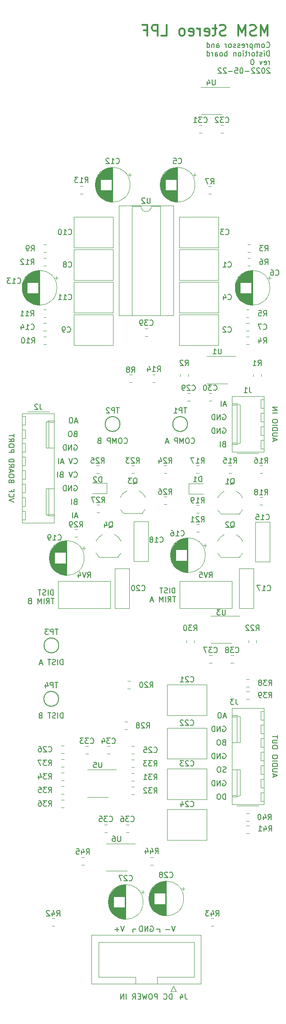
<source format=gbo>
G04 #@! TF.GenerationSoftware,KiCad,Pcbnew,6.0.5+dfsg-1~bpo11+1*
G04 #@! TF.CreationDate,2023-04-15T13:20:01+00:00*
G04 #@! TF.ProjectId,compressor_distortion,636f6d70-7265-4737-936f-725f64697374,0.1*
G04 #@! TF.SameCoordinates,Original*
G04 #@! TF.FileFunction,Legend,Bot*
G04 #@! TF.FilePolarity,Positive*
%FSLAX46Y46*%
G04 Gerber Fmt 4.6, Leading zero omitted, Abs format (unit mm)*
G04 Created by KiCad (PCBNEW 6.0.5+dfsg-1~bpo11+1) date 2023-04-15 13:20:01*
%MOMM*%
%LPD*%
G01*
G04 APERTURE LIST*
%ADD10C,0.150000*%
%ADD11C,0.300000*%
%ADD12C,0.120000*%
%ADD13O,2.720000X3.240000*%
%ADD14R,1.800000X1.800000*%
%ADD15C,1.800000*%
%ADD16C,2.500000*%
%ADD17C,2.000000*%
%ADD18R,1.600000X1.600000*%
%ADD19C,1.600000*%
%ADD20R,1.500000X1.500000*%
%ADD21C,1.500000*%
%ADD22O,2.190000X1.740000*%
%ADD23C,1.700000*%
%ADD24C,1.440000*%
%ADD25O,1.600000X1.600000*%
G04 APERTURE END LIST*
D10*
X107315000Y-215900000D02*
X106680000Y-215900000D01*
X111125000Y-215900000D02*
X111760000Y-215900000D01*
X106680000Y-215900000D02*
X106680000Y-216535000D01*
X111760000Y-215900000D02*
X111760000Y-216535000D01*
X114053333Y-229052380D02*
X114053333Y-228052380D01*
X113815238Y-228052380D01*
X113672380Y-228100000D01*
X113577142Y-228195238D01*
X113529523Y-228290476D01*
X113481904Y-228480952D01*
X113481904Y-228623809D01*
X113529523Y-228814285D01*
X113577142Y-228909523D01*
X113672380Y-229004761D01*
X113815238Y-229052380D01*
X114053333Y-229052380D01*
X112481904Y-228957142D02*
X112529523Y-229004761D01*
X112672380Y-229052380D01*
X112767619Y-229052380D01*
X112910476Y-229004761D01*
X113005714Y-228909523D01*
X113053333Y-228814285D01*
X113100952Y-228623809D01*
X113100952Y-228480952D01*
X113053333Y-228290476D01*
X113005714Y-228195238D01*
X112910476Y-228100000D01*
X112767619Y-228052380D01*
X112672380Y-228052380D01*
X112529523Y-228100000D01*
X112481904Y-228147619D01*
X111291428Y-229052380D02*
X111291428Y-228052380D01*
X110910476Y-228052380D01*
X110815238Y-228100000D01*
X110767619Y-228147619D01*
X110720000Y-228242857D01*
X110720000Y-228385714D01*
X110767619Y-228480952D01*
X110815238Y-228528571D01*
X110910476Y-228576190D01*
X111291428Y-228576190D01*
X110100952Y-228052380D02*
X109910476Y-228052380D01*
X109815238Y-228100000D01*
X109720000Y-228195238D01*
X109672380Y-228385714D01*
X109672380Y-228719047D01*
X109720000Y-228909523D01*
X109815238Y-229004761D01*
X109910476Y-229052380D01*
X110100952Y-229052380D01*
X110196190Y-229004761D01*
X110291428Y-228909523D01*
X110339047Y-228719047D01*
X110339047Y-228385714D01*
X110291428Y-228195238D01*
X110196190Y-228100000D01*
X110100952Y-228052380D01*
X109339047Y-228052380D02*
X109100952Y-229052380D01*
X108910476Y-228338095D01*
X108720000Y-229052380D01*
X108481904Y-228052380D01*
X108100952Y-228528571D02*
X107767619Y-228528571D01*
X107624761Y-229052380D02*
X108100952Y-229052380D01*
X108100952Y-228052380D01*
X107624761Y-228052380D01*
X106624761Y-229052380D02*
X106958095Y-228576190D01*
X107196190Y-229052380D02*
X107196190Y-228052380D01*
X106815238Y-228052380D01*
X106720000Y-228100000D01*
X106672380Y-228147619D01*
X106624761Y-228242857D01*
X106624761Y-228385714D01*
X106672380Y-228480952D01*
X106720000Y-228528571D01*
X106815238Y-228576190D01*
X107196190Y-228576190D01*
X105434285Y-229052380D02*
X105434285Y-228052380D01*
X104958095Y-229052380D02*
X104958095Y-228052380D01*
X104386666Y-229052380D01*
X104386666Y-228052380D01*
X114599404Y-152966380D02*
X114599404Y-151966380D01*
X114361309Y-151966380D01*
X114218452Y-152014000D01*
X114123214Y-152109238D01*
X114075595Y-152204476D01*
X114027976Y-152394952D01*
X114027976Y-152537809D01*
X114075595Y-152728285D01*
X114123214Y-152823523D01*
X114218452Y-152918761D01*
X114361309Y-152966380D01*
X114599404Y-152966380D01*
X113599404Y-152966380D02*
X113599404Y-151966380D01*
X113170833Y-152918761D02*
X113027976Y-152966380D01*
X112789880Y-152966380D01*
X112694642Y-152918761D01*
X112647023Y-152871142D01*
X112599404Y-152775904D01*
X112599404Y-152680666D01*
X112647023Y-152585428D01*
X112694642Y-152537809D01*
X112789880Y-152490190D01*
X112980357Y-152442571D01*
X113075595Y-152394952D01*
X113123214Y-152347333D01*
X113170833Y-152252095D01*
X113170833Y-152156857D01*
X113123214Y-152061619D01*
X113075595Y-152014000D01*
X112980357Y-151966380D01*
X112742261Y-151966380D01*
X112599404Y-152014000D01*
X112313690Y-151966380D02*
X111742261Y-151966380D01*
X112027976Y-152966380D02*
X112027976Y-151966380D01*
X114742261Y-153576380D02*
X114170833Y-153576380D01*
X114456547Y-154576380D02*
X114456547Y-153576380D01*
X113266071Y-154576380D02*
X113599404Y-154100190D01*
X113837500Y-154576380D02*
X113837500Y-153576380D01*
X113456547Y-153576380D01*
X113361309Y-153624000D01*
X113313690Y-153671619D01*
X113266071Y-153766857D01*
X113266071Y-153909714D01*
X113313690Y-154004952D01*
X113361309Y-154052571D01*
X113456547Y-154100190D01*
X113837500Y-154100190D01*
X112837500Y-154576380D02*
X112837500Y-153576380D01*
X112361309Y-154576380D02*
X112361309Y-153576380D01*
X112027976Y-154290666D01*
X111694642Y-153576380D01*
X111694642Y-154576380D01*
X110504166Y-154290666D02*
X110027976Y-154290666D01*
X110599404Y-154576380D02*
X110266071Y-153576380D01*
X109932738Y-154576380D01*
X123791071Y-180903571D02*
X123648214Y-180951190D01*
X123600595Y-180998809D01*
X123552976Y-181094047D01*
X123552976Y-181236904D01*
X123600595Y-181332142D01*
X123648214Y-181379761D01*
X123743452Y-181427380D01*
X124124404Y-181427380D01*
X124124404Y-180427380D01*
X123791071Y-180427380D01*
X123695833Y-180475000D01*
X123648214Y-180522619D01*
X123600595Y-180617857D01*
X123600595Y-180713095D01*
X123648214Y-180808333D01*
X123695833Y-180855952D01*
X123791071Y-180903571D01*
X124124404Y-180903571D01*
X122933928Y-180427380D02*
X122743452Y-180427380D01*
X122648214Y-180475000D01*
X122552976Y-180570238D01*
X122505357Y-180760714D01*
X122505357Y-181094047D01*
X122552976Y-181284523D01*
X122648214Y-181379761D01*
X122743452Y-181427380D01*
X122933928Y-181427380D01*
X123029166Y-181379761D01*
X123124404Y-181284523D01*
X123172023Y-181094047D01*
X123172023Y-180760714D01*
X123124404Y-180570238D01*
X123029166Y-180475000D01*
X122933928Y-180427380D01*
X105036666Y-124817142D02*
X105084285Y-124864761D01*
X105227142Y-124912380D01*
X105322380Y-124912380D01*
X105465238Y-124864761D01*
X105560476Y-124769523D01*
X105608095Y-124674285D01*
X105655714Y-124483809D01*
X105655714Y-124340952D01*
X105608095Y-124150476D01*
X105560476Y-124055238D01*
X105465238Y-123960000D01*
X105322380Y-123912380D01*
X105227142Y-123912380D01*
X105084285Y-123960000D01*
X105036666Y-124007619D01*
X104417619Y-123912380D02*
X104227142Y-123912380D01*
X104131904Y-123960000D01*
X104036666Y-124055238D01*
X103989047Y-124245714D01*
X103989047Y-124579047D01*
X104036666Y-124769523D01*
X104131904Y-124864761D01*
X104227142Y-124912380D01*
X104417619Y-124912380D01*
X104512857Y-124864761D01*
X104608095Y-124769523D01*
X104655714Y-124579047D01*
X104655714Y-124245714D01*
X104608095Y-124055238D01*
X104512857Y-123960000D01*
X104417619Y-123912380D01*
X103560476Y-124912380D02*
X103560476Y-123912380D01*
X103227142Y-124626666D01*
X102893809Y-123912380D01*
X102893809Y-124912380D01*
X102417619Y-124912380D02*
X102417619Y-123912380D01*
X102036666Y-123912380D01*
X101941428Y-123960000D01*
X101893809Y-124007619D01*
X101846190Y-124102857D01*
X101846190Y-124245714D01*
X101893809Y-124340952D01*
X101941428Y-124388571D01*
X102036666Y-124436190D01*
X102417619Y-124436190D01*
X100322380Y-124388571D02*
X100179523Y-124436190D01*
X100131904Y-124483809D01*
X100084285Y-124579047D01*
X100084285Y-124721904D01*
X100131904Y-124817142D01*
X100179523Y-124864761D01*
X100274761Y-124912380D01*
X100655714Y-124912380D01*
X100655714Y-123912380D01*
X100322380Y-123912380D01*
X100227142Y-123960000D01*
X100179523Y-124007619D01*
X100131904Y-124102857D01*
X100131904Y-124198095D01*
X100179523Y-124293333D01*
X100227142Y-124340952D01*
X100322380Y-124388571D01*
X100655714Y-124388571D01*
X123600595Y-122055000D02*
X123695833Y-122007380D01*
X123838690Y-122007380D01*
X123981547Y-122055000D01*
X124076785Y-122150238D01*
X124124404Y-122245476D01*
X124172023Y-122435952D01*
X124172023Y-122578809D01*
X124124404Y-122769285D01*
X124076785Y-122864523D01*
X123981547Y-122959761D01*
X123838690Y-123007380D01*
X123743452Y-123007380D01*
X123600595Y-122959761D01*
X123552976Y-122912142D01*
X123552976Y-122578809D01*
X123743452Y-122578809D01*
X123124404Y-123007380D02*
X123124404Y-122007380D01*
X122552976Y-123007380D01*
X122552976Y-122007380D01*
X122076785Y-123007380D02*
X122076785Y-122007380D01*
X121838690Y-122007380D01*
X121695833Y-122055000D01*
X121600595Y-122150238D01*
X121552976Y-122245476D01*
X121505357Y-122435952D01*
X121505357Y-122578809D01*
X121552976Y-122769285D01*
X121600595Y-122864523D01*
X121695833Y-122959761D01*
X121838690Y-123007380D01*
X122076785Y-123007380D01*
X123600595Y-119515000D02*
X123695833Y-119467380D01*
X123838690Y-119467380D01*
X123981547Y-119515000D01*
X124076785Y-119610238D01*
X124124404Y-119705476D01*
X124172023Y-119895952D01*
X124172023Y-120038809D01*
X124124404Y-120229285D01*
X124076785Y-120324523D01*
X123981547Y-120419761D01*
X123838690Y-120467380D01*
X123743452Y-120467380D01*
X123600595Y-120419761D01*
X123552976Y-120372142D01*
X123552976Y-120038809D01*
X123743452Y-120038809D01*
X123124404Y-120467380D02*
X123124404Y-119467380D01*
X122552976Y-120467380D01*
X122552976Y-119467380D01*
X122076785Y-120467380D02*
X122076785Y-119467380D01*
X121838690Y-119467380D01*
X121695833Y-119515000D01*
X121600595Y-119610238D01*
X121552976Y-119705476D01*
X121505357Y-119895952D01*
X121505357Y-120038809D01*
X121552976Y-120229285D01*
X121600595Y-120324523D01*
X121695833Y-120419761D01*
X121838690Y-120467380D01*
X122076785Y-120467380D01*
X96232023Y-138596666D02*
X95755833Y-138596666D01*
X96327261Y-138882380D02*
X95993928Y-137882380D01*
X95660595Y-138882380D01*
X95327261Y-138882380D02*
X95327261Y-137882380D01*
X124124404Y-191587380D02*
X124124404Y-190587380D01*
X123886309Y-190587380D01*
X123743452Y-190635000D01*
X123648214Y-190730238D01*
X123600595Y-190825476D01*
X123552976Y-191015952D01*
X123552976Y-191158809D01*
X123600595Y-191349285D01*
X123648214Y-191444523D01*
X123743452Y-191539761D01*
X123886309Y-191587380D01*
X124124404Y-191587380D01*
X122933928Y-190587380D02*
X122743452Y-190587380D01*
X122648214Y-190635000D01*
X122552976Y-190730238D01*
X122505357Y-190920714D01*
X122505357Y-191254047D01*
X122552976Y-191444523D01*
X122648214Y-191539761D01*
X122743452Y-191587380D01*
X122933928Y-191587380D01*
X123029166Y-191539761D01*
X123124404Y-191444523D01*
X123172023Y-191254047D01*
X123172023Y-190920714D01*
X123124404Y-190730238D01*
X123029166Y-190635000D01*
X122933928Y-190587380D01*
X117665238Y-124817142D02*
X117712857Y-124864761D01*
X117855714Y-124912380D01*
X117950952Y-124912380D01*
X118093809Y-124864761D01*
X118189047Y-124769523D01*
X118236666Y-124674285D01*
X118284285Y-124483809D01*
X118284285Y-124340952D01*
X118236666Y-124150476D01*
X118189047Y-124055238D01*
X118093809Y-123960000D01*
X117950952Y-123912380D01*
X117855714Y-123912380D01*
X117712857Y-123960000D01*
X117665238Y-124007619D01*
X117046190Y-123912380D02*
X116855714Y-123912380D01*
X116760476Y-123960000D01*
X116665238Y-124055238D01*
X116617619Y-124245714D01*
X116617619Y-124579047D01*
X116665238Y-124769523D01*
X116760476Y-124864761D01*
X116855714Y-124912380D01*
X117046190Y-124912380D01*
X117141428Y-124864761D01*
X117236666Y-124769523D01*
X117284285Y-124579047D01*
X117284285Y-124245714D01*
X117236666Y-124055238D01*
X117141428Y-123960000D01*
X117046190Y-123912380D01*
X116189047Y-124912380D02*
X116189047Y-123912380D01*
X115855714Y-124626666D01*
X115522380Y-123912380D01*
X115522380Y-124912380D01*
X115046190Y-124912380D02*
X115046190Y-123912380D01*
X114665238Y-123912380D01*
X114570000Y-123960000D01*
X114522380Y-124007619D01*
X114474761Y-124102857D01*
X114474761Y-124245714D01*
X114522380Y-124340952D01*
X114570000Y-124388571D01*
X114665238Y-124436190D01*
X115046190Y-124436190D01*
X113331904Y-124626666D02*
X112855714Y-124626666D01*
X113427142Y-124912380D02*
X113093809Y-123912380D01*
X112760476Y-124912380D01*
X133183333Y-187348333D02*
X133183333Y-186872142D01*
X132897619Y-187443571D02*
X133897619Y-187110238D01*
X132897619Y-186776904D01*
X133897619Y-186443571D02*
X133088095Y-186443571D01*
X132992857Y-186395952D01*
X132945238Y-186348333D01*
X132897619Y-186253095D01*
X132897619Y-186062619D01*
X132945238Y-185967380D01*
X132992857Y-185919761D01*
X133088095Y-185872142D01*
X133897619Y-185872142D01*
X132897619Y-185395952D02*
X133897619Y-185395952D01*
X133897619Y-185157857D01*
X133850000Y-185015000D01*
X133754761Y-184919761D01*
X133659523Y-184872142D01*
X133469047Y-184824523D01*
X133326190Y-184824523D01*
X133135714Y-184872142D01*
X133040476Y-184919761D01*
X132945238Y-185015000D01*
X132897619Y-185157857D01*
X132897619Y-185395952D01*
X132897619Y-184395952D02*
X133897619Y-184395952D01*
X133897619Y-183729285D02*
X133897619Y-183538809D01*
X133850000Y-183443571D01*
X133754761Y-183348333D01*
X133564285Y-183300714D01*
X133230952Y-183300714D01*
X133040476Y-183348333D01*
X132945238Y-183443571D01*
X132897619Y-183538809D01*
X132897619Y-183729285D01*
X132945238Y-183824523D01*
X133040476Y-183919761D01*
X133230952Y-183967380D01*
X133564285Y-183967380D01*
X133754761Y-183919761D01*
X133850000Y-183824523D01*
X133897619Y-183729285D01*
X133897619Y-181919761D02*
X133897619Y-181729285D01*
X133850000Y-181634047D01*
X133754761Y-181538809D01*
X133564285Y-181491190D01*
X133230952Y-181491190D01*
X133040476Y-181538809D01*
X132945238Y-181634047D01*
X132897619Y-181729285D01*
X132897619Y-181919761D01*
X132945238Y-182015000D01*
X133040476Y-182110238D01*
X133230952Y-182157857D01*
X133564285Y-182157857D01*
X133754761Y-182110238D01*
X133850000Y-182015000D01*
X133897619Y-181919761D01*
X133897619Y-181062619D02*
X133088095Y-181062619D01*
X132992857Y-181015000D01*
X132945238Y-180967380D01*
X132897619Y-180872142D01*
X132897619Y-180681666D01*
X132945238Y-180586428D01*
X132992857Y-180538809D01*
X133088095Y-180491190D01*
X133897619Y-180491190D01*
X133897619Y-180157857D02*
X133897619Y-179586428D01*
X132897619Y-179872142D02*
X133897619Y-179872142D01*
X91739404Y-153317380D02*
X91739404Y-152317380D01*
X91501309Y-152317380D01*
X91358452Y-152365000D01*
X91263214Y-152460238D01*
X91215595Y-152555476D01*
X91167976Y-152745952D01*
X91167976Y-152888809D01*
X91215595Y-153079285D01*
X91263214Y-153174523D01*
X91358452Y-153269761D01*
X91501309Y-153317380D01*
X91739404Y-153317380D01*
X90739404Y-153317380D02*
X90739404Y-152317380D01*
X90310833Y-153269761D02*
X90167976Y-153317380D01*
X89929880Y-153317380D01*
X89834642Y-153269761D01*
X89787023Y-153222142D01*
X89739404Y-153126904D01*
X89739404Y-153031666D01*
X89787023Y-152936428D01*
X89834642Y-152888809D01*
X89929880Y-152841190D01*
X90120357Y-152793571D01*
X90215595Y-152745952D01*
X90263214Y-152698333D01*
X90310833Y-152603095D01*
X90310833Y-152507857D01*
X90263214Y-152412619D01*
X90215595Y-152365000D01*
X90120357Y-152317380D01*
X89882261Y-152317380D01*
X89739404Y-152365000D01*
X89453690Y-152317380D02*
X88882261Y-152317380D01*
X89167976Y-153317380D02*
X89167976Y-152317380D01*
X91882261Y-153927380D02*
X91310833Y-153927380D01*
X91596547Y-154927380D02*
X91596547Y-153927380D01*
X90406071Y-154927380D02*
X90739404Y-154451190D01*
X90977500Y-154927380D02*
X90977500Y-153927380D01*
X90596547Y-153927380D01*
X90501309Y-153975000D01*
X90453690Y-154022619D01*
X90406071Y-154117857D01*
X90406071Y-154260714D01*
X90453690Y-154355952D01*
X90501309Y-154403571D01*
X90596547Y-154451190D01*
X90977500Y-154451190D01*
X89977500Y-154927380D02*
X89977500Y-153927380D01*
X89501309Y-154927380D02*
X89501309Y-153927380D01*
X89167976Y-154641666D01*
X88834642Y-153927380D01*
X88834642Y-154927380D01*
X87263214Y-154403571D02*
X87120357Y-154451190D01*
X87072738Y-154498809D01*
X87025119Y-154594047D01*
X87025119Y-154736904D01*
X87072738Y-154832142D01*
X87120357Y-154879761D01*
X87215595Y-154927380D01*
X87596547Y-154927380D01*
X87596547Y-153927380D01*
X87263214Y-153927380D01*
X87167976Y-153975000D01*
X87120357Y-154022619D01*
X87072738Y-154117857D01*
X87072738Y-154213095D01*
X87120357Y-154308333D01*
X87167976Y-154355952D01*
X87263214Y-154403571D01*
X87596547Y-154403571D01*
X95851071Y-123118571D02*
X95708214Y-123166190D01*
X95660595Y-123213809D01*
X95612976Y-123309047D01*
X95612976Y-123451904D01*
X95660595Y-123547142D01*
X95708214Y-123594761D01*
X95803452Y-123642380D01*
X96184404Y-123642380D01*
X96184404Y-122642380D01*
X95851071Y-122642380D01*
X95755833Y-122690000D01*
X95708214Y-122737619D01*
X95660595Y-122832857D01*
X95660595Y-122928095D01*
X95708214Y-123023333D01*
X95755833Y-123070952D01*
X95851071Y-123118571D01*
X96184404Y-123118571D01*
X94993928Y-122642380D02*
X94803452Y-122642380D01*
X94708214Y-122690000D01*
X94612976Y-122785238D01*
X94565357Y-122975714D01*
X94565357Y-123309047D01*
X94612976Y-123499523D01*
X94708214Y-123594761D01*
X94803452Y-123642380D01*
X94993928Y-123642380D01*
X95089166Y-123594761D01*
X95184404Y-123499523D01*
X95232023Y-123309047D01*
X95232023Y-122975714D01*
X95184404Y-122785238D01*
X95089166Y-122690000D01*
X94993928Y-122642380D01*
X131807976Y-50647142D02*
X131855595Y-50694761D01*
X131998452Y-50742380D01*
X132093690Y-50742380D01*
X132236547Y-50694761D01*
X132331785Y-50599523D01*
X132379404Y-50504285D01*
X132427023Y-50313809D01*
X132427023Y-50170952D01*
X132379404Y-49980476D01*
X132331785Y-49885238D01*
X132236547Y-49790000D01*
X132093690Y-49742380D01*
X131998452Y-49742380D01*
X131855595Y-49790000D01*
X131807976Y-49837619D01*
X131236547Y-50742380D02*
X131331785Y-50694761D01*
X131379404Y-50647142D01*
X131427023Y-50551904D01*
X131427023Y-50266190D01*
X131379404Y-50170952D01*
X131331785Y-50123333D01*
X131236547Y-50075714D01*
X131093690Y-50075714D01*
X130998452Y-50123333D01*
X130950833Y-50170952D01*
X130903214Y-50266190D01*
X130903214Y-50551904D01*
X130950833Y-50647142D01*
X130998452Y-50694761D01*
X131093690Y-50742380D01*
X131236547Y-50742380D01*
X130474642Y-50742380D02*
X130474642Y-50075714D01*
X130474642Y-50170952D02*
X130427023Y-50123333D01*
X130331785Y-50075714D01*
X130188928Y-50075714D01*
X130093690Y-50123333D01*
X130046071Y-50218571D01*
X130046071Y-50742380D01*
X130046071Y-50218571D02*
X129998452Y-50123333D01*
X129903214Y-50075714D01*
X129760357Y-50075714D01*
X129665119Y-50123333D01*
X129617500Y-50218571D01*
X129617500Y-50742380D01*
X129141309Y-50075714D02*
X129141309Y-51075714D01*
X129141309Y-50123333D02*
X129046071Y-50075714D01*
X128855595Y-50075714D01*
X128760357Y-50123333D01*
X128712738Y-50170952D01*
X128665119Y-50266190D01*
X128665119Y-50551904D01*
X128712738Y-50647142D01*
X128760357Y-50694761D01*
X128855595Y-50742380D01*
X129046071Y-50742380D01*
X129141309Y-50694761D01*
X128236547Y-50742380D02*
X128236547Y-50075714D01*
X128236547Y-50266190D02*
X128188928Y-50170952D01*
X128141309Y-50123333D01*
X128046071Y-50075714D01*
X127950833Y-50075714D01*
X127236547Y-50694761D02*
X127331785Y-50742380D01*
X127522261Y-50742380D01*
X127617500Y-50694761D01*
X127665119Y-50599523D01*
X127665119Y-50218571D01*
X127617500Y-50123333D01*
X127522261Y-50075714D01*
X127331785Y-50075714D01*
X127236547Y-50123333D01*
X127188928Y-50218571D01*
X127188928Y-50313809D01*
X127665119Y-50409047D01*
X126807976Y-50694761D02*
X126712738Y-50742380D01*
X126522261Y-50742380D01*
X126427023Y-50694761D01*
X126379404Y-50599523D01*
X126379404Y-50551904D01*
X126427023Y-50456666D01*
X126522261Y-50409047D01*
X126665119Y-50409047D01*
X126760357Y-50361428D01*
X126807976Y-50266190D01*
X126807976Y-50218571D01*
X126760357Y-50123333D01*
X126665119Y-50075714D01*
X126522261Y-50075714D01*
X126427023Y-50123333D01*
X125998452Y-50694761D02*
X125903214Y-50742380D01*
X125712738Y-50742380D01*
X125617500Y-50694761D01*
X125569880Y-50599523D01*
X125569880Y-50551904D01*
X125617500Y-50456666D01*
X125712738Y-50409047D01*
X125855595Y-50409047D01*
X125950833Y-50361428D01*
X125998452Y-50266190D01*
X125998452Y-50218571D01*
X125950833Y-50123333D01*
X125855595Y-50075714D01*
X125712738Y-50075714D01*
X125617500Y-50123333D01*
X124998452Y-50742380D02*
X125093690Y-50694761D01*
X125141309Y-50647142D01*
X125188928Y-50551904D01*
X125188928Y-50266190D01*
X125141309Y-50170952D01*
X125093690Y-50123333D01*
X124998452Y-50075714D01*
X124855595Y-50075714D01*
X124760357Y-50123333D01*
X124712738Y-50170952D01*
X124665119Y-50266190D01*
X124665119Y-50551904D01*
X124712738Y-50647142D01*
X124760357Y-50694761D01*
X124855595Y-50742380D01*
X124998452Y-50742380D01*
X124236547Y-50742380D02*
X124236547Y-50075714D01*
X124236547Y-50266190D02*
X124188928Y-50170952D01*
X124141309Y-50123333D01*
X124046071Y-50075714D01*
X123950833Y-50075714D01*
X122427023Y-50742380D02*
X122427023Y-50218571D01*
X122474642Y-50123333D01*
X122569880Y-50075714D01*
X122760357Y-50075714D01*
X122855595Y-50123333D01*
X122427023Y-50694761D02*
X122522261Y-50742380D01*
X122760357Y-50742380D01*
X122855595Y-50694761D01*
X122903214Y-50599523D01*
X122903214Y-50504285D01*
X122855595Y-50409047D01*
X122760357Y-50361428D01*
X122522261Y-50361428D01*
X122427023Y-50313809D01*
X121950833Y-50075714D02*
X121950833Y-50742380D01*
X121950833Y-50170952D02*
X121903214Y-50123333D01*
X121807976Y-50075714D01*
X121665119Y-50075714D01*
X121569880Y-50123333D01*
X121522261Y-50218571D01*
X121522261Y-50742380D01*
X120617500Y-50742380D02*
X120617500Y-49742380D01*
X120617500Y-50694761D02*
X120712738Y-50742380D01*
X120903214Y-50742380D01*
X120998452Y-50694761D01*
X121046071Y-50647142D01*
X121093690Y-50551904D01*
X121093690Y-50266190D01*
X121046071Y-50170952D01*
X120998452Y-50123333D01*
X120903214Y-50075714D01*
X120712738Y-50075714D01*
X120617500Y-50123333D01*
X132379404Y-52352380D02*
X132379404Y-51352380D01*
X132141309Y-51352380D01*
X131998452Y-51400000D01*
X131903214Y-51495238D01*
X131855595Y-51590476D01*
X131807976Y-51780952D01*
X131807976Y-51923809D01*
X131855595Y-52114285D01*
X131903214Y-52209523D01*
X131998452Y-52304761D01*
X132141309Y-52352380D01*
X132379404Y-52352380D01*
X131379404Y-52352380D02*
X131379404Y-51685714D01*
X131379404Y-51352380D02*
X131427023Y-51400000D01*
X131379404Y-51447619D01*
X131331785Y-51400000D01*
X131379404Y-51352380D01*
X131379404Y-51447619D01*
X130950833Y-52304761D02*
X130855595Y-52352380D01*
X130665119Y-52352380D01*
X130569880Y-52304761D01*
X130522261Y-52209523D01*
X130522261Y-52161904D01*
X130569880Y-52066666D01*
X130665119Y-52019047D01*
X130807976Y-52019047D01*
X130903214Y-51971428D01*
X130950833Y-51876190D01*
X130950833Y-51828571D01*
X130903214Y-51733333D01*
X130807976Y-51685714D01*
X130665119Y-51685714D01*
X130569880Y-51733333D01*
X130236547Y-51685714D02*
X129855595Y-51685714D01*
X130093690Y-51352380D02*
X130093690Y-52209523D01*
X130046071Y-52304761D01*
X129950833Y-52352380D01*
X129855595Y-52352380D01*
X129379404Y-52352380D02*
X129474642Y-52304761D01*
X129522261Y-52257142D01*
X129569880Y-52161904D01*
X129569880Y-51876190D01*
X129522261Y-51780952D01*
X129474642Y-51733333D01*
X129379404Y-51685714D01*
X129236547Y-51685714D01*
X129141309Y-51733333D01*
X129093690Y-51780952D01*
X129046071Y-51876190D01*
X129046071Y-52161904D01*
X129093690Y-52257142D01*
X129141309Y-52304761D01*
X129236547Y-52352380D01*
X129379404Y-52352380D01*
X128617500Y-52352380D02*
X128617500Y-51685714D01*
X128617500Y-51876190D02*
X128569880Y-51780952D01*
X128522261Y-51733333D01*
X128427023Y-51685714D01*
X128331785Y-51685714D01*
X128141309Y-51685714D02*
X127760357Y-51685714D01*
X127998452Y-51352380D02*
X127998452Y-52209523D01*
X127950833Y-52304761D01*
X127855595Y-52352380D01*
X127760357Y-52352380D01*
X127427023Y-52352380D02*
X127427023Y-51685714D01*
X127427023Y-51352380D02*
X127474642Y-51400000D01*
X127427023Y-51447619D01*
X127379404Y-51400000D01*
X127427023Y-51352380D01*
X127427023Y-51447619D01*
X126807976Y-52352380D02*
X126903214Y-52304761D01*
X126950833Y-52257142D01*
X126998452Y-52161904D01*
X126998452Y-51876190D01*
X126950833Y-51780952D01*
X126903214Y-51733333D01*
X126807976Y-51685714D01*
X126665119Y-51685714D01*
X126569880Y-51733333D01*
X126522261Y-51780952D01*
X126474642Y-51876190D01*
X126474642Y-52161904D01*
X126522261Y-52257142D01*
X126569880Y-52304761D01*
X126665119Y-52352380D01*
X126807976Y-52352380D01*
X126046071Y-51685714D02*
X126046071Y-52352380D01*
X126046071Y-51780952D02*
X125998452Y-51733333D01*
X125903214Y-51685714D01*
X125760357Y-51685714D01*
X125665119Y-51733333D01*
X125617500Y-51828571D01*
X125617500Y-52352380D01*
X124379404Y-52352380D02*
X124379404Y-51352380D01*
X124379404Y-51733333D02*
X124284166Y-51685714D01*
X124093690Y-51685714D01*
X123998452Y-51733333D01*
X123950833Y-51780952D01*
X123903214Y-51876190D01*
X123903214Y-52161904D01*
X123950833Y-52257142D01*
X123998452Y-52304761D01*
X124093690Y-52352380D01*
X124284166Y-52352380D01*
X124379404Y-52304761D01*
X123331785Y-52352380D02*
X123427023Y-52304761D01*
X123474642Y-52257142D01*
X123522261Y-52161904D01*
X123522261Y-51876190D01*
X123474642Y-51780952D01*
X123427023Y-51733333D01*
X123331785Y-51685714D01*
X123188928Y-51685714D01*
X123093690Y-51733333D01*
X123046071Y-51780952D01*
X122998452Y-51876190D01*
X122998452Y-52161904D01*
X123046071Y-52257142D01*
X123093690Y-52304761D01*
X123188928Y-52352380D01*
X123331785Y-52352380D01*
X122141309Y-52352380D02*
X122141309Y-51828571D01*
X122188928Y-51733333D01*
X122284166Y-51685714D01*
X122474642Y-51685714D01*
X122569880Y-51733333D01*
X122141309Y-52304761D02*
X122236547Y-52352380D01*
X122474642Y-52352380D01*
X122569880Y-52304761D01*
X122617500Y-52209523D01*
X122617500Y-52114285D01*
X122569880Y-52019047D01*
X122474642Y-51971428D01*
X122236547Y-51971428D01*
X122141309Y-51923809D01*
X121665119Y-52352380D02*
X121665119Y-51685714D01*
X121665119Y-51876190D02*
X121617500Y-51780952D01*
X121569880Y-51733333D01*
X121474642Y-51685714D01*
X121379404Y-51685714D01*
X120617500Y-52352380D02*
X120617500Y-51352380D01*
X120617500Y-52304761D02*
X120712738Y-52352380D01*
X120903214Y-52352380D01*
X120998452Y-52304761D01*
X121046071Y-52257142D01*
X121093690Y-52161904D01*
X121093690Y-51876190D01*
X121046071Y-51780952D01*
X120998452Y-51733333D01*
X120903214Y-51685714D01*
X120712738Y-51685714D01*
X120617500Y-51733333D01*
X132379404Y-53962380D02*
X132379404Y-53295714D01*
X132379404Y-53486190D02*
X132331785Y-53390952D01*
X132284166Y-53343333D01*
X132188928Y-53295714D01*
X132093690Y-53295714D01*
X131379404Y-53914761D02*
X131474642Y-53962380D01*
X131665119Y-53962380D01*
X131760357Y-53914761D01*
X131807976Y-53819523D01*
X131807976Y-53438571D01*
X131760357Y-53343333D01*
X131665119Y-53295714D01*
X131474642Y-53295714D01*
X131379404Y-53343333D01*
X131331785Y-53438571D01*
X131331785Y-53533809D01*
X131807976Y-53629047D01*
X130998452Y-53295714D02*
X130760357Y-53962380D01*
X130522261Y-53295714D01*
X129188928Y-52962380D02*
X129093690Y-52962380D01*
X128998452Y-53010000D01*
X128950833Y-53057619D01*
X128903214Y-53152857D01*
X128855595Y-53343333D01*
X128855595Y-53581428D01*
X128903214Y-53771904D01*
X128950833Y-53867142D01*
X128998452Y-53914761D01*
X129093690Y-53962380D01*
X129188928Y-53962380D01*
X129284166Y-53914761D01*
X129331785Y-53867142D01*
X129379404Y-53771904D01*
X129427023Y-53581428D01*
X129427023Y-53343333D01*
X129379404Y-53152857D01*
X129331785Y-53057619D01*
X129284166Y-53010000D01*
X129188928Y-52962380D01*
X132427023Y-54667619D02*
X132379404Y-54620000D01*
X132284166Y-54572380D01*
X132046071Y-54572380D01*
X131950833Y-54620000D01*
X131903214Y-54667619D01*
X131855595Y-54762857D01*
X131855595Y-54858095D01*
X131903214Y-55000952D01*
X132474642Y-55572380D01*
X131855595Y-55572380D01*
X131236547Y-54572380D02*
X131141309Y-54572380D01*
X131046071Y-54620000D01*
X130998452Y-54667619D01*
X130950833Y-54762857D01*
X130903214Y-54953333D01*
X130903214Y-55191428D01*
X130950833Y-55381904D01*
X130998452Y-55477142D01*
X131046071Y-55524761D01*
X131141309Y-55572380D01*
X131236547Y-55572380D01*
X131331785Y-55524761D01*
X131379404Y-55477142D01*
X131427023Y-55381904D01*
X131474642Y-55191428D01*
X131474642Y-54953333D01*
X131427023Y-54762857D01*
X131379404Y-54667619D01*
X131331785Y-54620000D01*
X131236547Y-54572380D01*
X130522261Y-54667619D02*
X130474642Y-54620000D01*
X130379404Y-54572380D01*
X130141309Y-54572380D01*
X130046071Y-54620000D01*
X129998452Y-54667619D01*
X129950833Y-54762857D01*
X129950833Y-54858095D01*
X129998452Y-55000952D01*
X130569880Y-55572380D01*
X129950833Y-55572380D01*
X129569880Y-54667619D02*
X129522261Y-54620000D01*
X129427023Y-54572380D01*
X129188928Y-54572380D01*
X129093690Y-54620000D01*
X129046071Y-54667619D01*
X128998452Y-54762857D01*
X128998452Y-54858095D01*
X129046071Y-55000952D01*
X129617500Y-55572380D01*
X128998452Y-55572380D01*
X128569880Y-55191428D02*
X127807976Y-55191428D01*
X127141309Y-54572380D02*
X127046071Y-54572380D01*
X126950833Y-54620000D01*
X126903214Y-54667619D01*
X126855595Y-54762857D01*
X126807976Y-54953333D01*
X126807976Y-55191428D01*
X126855595Y-55381904D01*
X126903214Y-55477142D01*
X126950833Y-55524761D01*
X127046071Y-55572380D01*
X127141309Y-55572380D01*
X127236547Y-55524761D01*
X127284166Y-55477142D01*
X127331785Y-55381904D01*
X127379404Y-55191428D01*
X127379404Y-54953333D01*
X127331785Y-54762857D01*
X127284166Y-54667619D01*
X127236547Y-54620000D01*
X127141309Y-54572380D01*
X125903214Y-54572380D02*
X126379404Y-54572380D01*
X126427023Y-55048571D01*
X126379404Y-55000952D01*
X126284166Y-54953333D01*
X126046071Y-54953333D01*
X125950833Y-55000952D01*
X125903214Y-55048571D01*
X125855595Y-55143809D01*
X125855595Y-55381904D01*
X125903214Y-55477142D01*
X125950833Y-55524761D01*
X126046071Y-55572380D01*
X126284166Y-55572380D01*
X126379404Y-55524761D01*
X126427023Y-55477142D01*
X125427023Y-55191428D02*
X124665119Y-55191428D01*
X124236547Y-54667619D02*
X124188928Y-54620000D01*
X124093690Y-54572380D01*
X123855595Y-54572380D01*
X123760357Y-54620000D01*
X123712738Y-54667619D01*
X123665119Y-54762857D01*
X123665119Y-54858095D01*
X123712738Y-55000952D01*
X124284166Y-55572380D01*
X123665119Y-55572380D01*
X123284166Y-54667619D02*
X123236547Y-54620000D01*
X123141309Y-54572380D01*
X122903214Y-54572380D01*
X122807976Y-54620000D01*
X122760357Y-54667619D01*
X122712738Y-54762857D01*
X122712738Y-54858095D01*
X122760357Y-55000952D01*
X123331785Y-55572380D01*
X122712738Y-55572380D01*
X124172023Y-176061666D02*
X123695833Y-176061666D01*
X124267261Y-176347380D02*
X123933928Y-175347380D01*
X123600595Y-176347380D01*
X123076785Y-175347380D02*
X122886309Y-175347380D01*
X122791071Y-175395000D01*
X122695833Y-175490238D01*
X122648214Y-175680714D01*
X122648214Y-176014047D01*
X122695833Y-176204523D01*
X122791071Y-176299761D01*
X122886309Y-176347380D01*
X123076785Y-176347380D01*
X123172023Y-176299761D01*
X123267261Y-176204523D01*
X123314880Y-176014047D01*
X123314880Y-175680714D01*
X123267261Y-175490238D01*
X123172023Y-175395000D01*
X123076785Y-175347380D01*
X95851071Y-135818571D02*
X95708214Y-135866190D01*
X95660595Y-135913809D01*
X95612976Y-136009047D01*
X95612976Y-136151904D01*
X95660595Y-136247142D01*
X95708214Y-136294761D01*
X95803452Y-136342380D01*
X96184404Y-136342380D01*
X96184404Y-135342380D01*
X95851071Y-135342380D01*
X95755833Y-135390000D01*
X95708214Y-135437619D01*
X95660595Y-135532857D01*
X95660595Y-135628095D01*
X95708214Y-135723333D01*
X95755833Y-135770952D01*
X95851071Y-135818571D01*
X96184404Y-135818571D01*
X95184404Y-136342380D02*
X95184404Y-135342380D01*
X105092380Y-215352380D02*
X104759047Y-216352380D01*
X104425714Y-215352380D01*
X104092380Y-215971428D02*
X103330476Y-215971428D01*
X103711428Y-216352380D02*
X103711428Y-215590476D01*
X95612976Y-128627142D02*
X95660595Y-128674761D01*
X95803452Y-128722380D01*
X95898690Y-128722380D01*
X96041547Y-128674761D01*
X96136785Y-128579523D01*
X96184404Y-128484285D01*
X96232023Y-128293809D01*
X96232023Y-128150952D01*
X96184404Y-127960476D01*
X96136785Y-127865238D01*
X96041547Y-127770000D01*
X95898690Y-127722380D01*
X95803452Y-127722380D01*
X95660595Y-127770000D01*
X95612976Y-127817619D01*
X95327261Y-127722380D02*
X94993928Y-128722380D01*
X94660595Y-127722380D01*
X93612976Y-128436666D02*
X93136785Y-128436666D01*
X93708214Y-128722380D02*
X93374880Y-127722380D01*
X93041547Y-128722380D01*
X92708214Y-128722380D02*
X92708214Y-127722380D01*
X123600595Y-183015000D02*
X123695833Y-182967380D01*
X123838690Y-182967380D01*
X123981547Y-183015000D01*
X124076785Y-183110238D01*
X124124404Y-183205476D01*
X124172023Y-183395952D01*
X124172023Y-183538809D01*
X124124404Y-183729285D01*
X124076785Y-183824523D01*
X123981547Y-183919761D01*
X123838690Y-183967380D01*
X123743452Y-183967380D01*
X123600595Y-183919761D01*
X123552976Y-183872142D01*
X123552976Y-183538809D01*
X123743452Y-183538809D01*
X123124404Y-183967380D02*
X123124404Y-182967380D01*
X122552976Y-183967380D01*
X122552976Y-182967380D01*
X122076785Y-183967380D02*
X122076785Y-182967380D01*
X121838690Y-182967380D01*
X121695833Y-183015000D01*
X121600595Y-183110238D01*
X121552976Y-183205476D01*
X121505357Y-183395952D01*
X121505357Y-183538809D01*
X121552976Y-183729285D01*
X121600595Y-183824523D01*
X121695833Y-183919761D01*
X121838690Y-183967380D01*
X122076785Y-183967380D01*
X84367619Y-135920952D02*
X83367619Y-135587619D01*
X84367619Y-135254285D01*
X83462857Y-134349523D02*
X83415238Y-134397142D01*
X83367619Y-134540000D01*
X83367619Y-134635238D01*
X83415238Y-134778095D01*
X83510476Y-134873333D01*
X83605714Y-134920952D01*
X83796190Y-134968571D01*
X83939047Y-134968571D01*
X84129523Y-134920952D01*
X84224761Y-134873333D01*
X84320000Y-134778095D01*
X84367619Y-134635238D01*
X84367619Y-134540000D01*
X84320000Y-134397142D01*
X84272380Y-134349523D01*
X83891428Y-133587619D02*
X83891428Y-133920952D01*
X83367619Y-133920952D02*
X84367619Y-133920952D01*
X84367619Y-133444761D01*
X83891428Y-131968571D02*
X83843809Y-131825714D01*
X83796190Y-131778095D01*
X83700952Y-131730476D01*
X83558095Y-131730476D01*
X83462857Y-131778095D01*
X83415238Y-131825714D01*
X83367619Y-131920952D01*
X83367619Y-132301904D01*
X84367619Y-132301904D01*
X84367619Y-131968571D01*
X84320000Y-131873333D01*
X84272380Y-131825714D01*
X84177142Y-131778095D01*
X84081904Y-131778095D01*
X83986666Y-131825714D01*
X83939047Y-131873333D01*
X83891428Y-131968571D01*
X83891428Y-132301904D01*
X84367619Y-131111428D02*
X84367619Y-130920952D01*
X84320000Y-130825714D01*
X84224761Y-130730476D01*
X84034285Y-130682857D01*
X83700952Y-130682857D01*
X83510476Y-130730476D01*
X83415238Y-130825714D01*
X83367619Y-130920952D01*
X83367619Y-131111428D01*
X83415238Y-131206666D01*
X83510476Y-131301904D01*
X83700952Y-131349523D01*
X84034285Y-131349523D01*
X84224761Y-131301904D01*
X84320000Y-131206666D01*
X84367619Y-131111428D01*
X83653333Y-130301904D02*
X83653333Y-129825714D01*
X83367619Y-130397142D02*
X84367619Y-130063809D01*
X83367619Y-129730476D01*
X83367619Y-128825714D02*
X83843809Y-129159047D01*
X83367619Y-129397142D02*
X84367619Y-129397142D01*
X84367619Y-129016190D01*
X84320000Y-128920952D01*
X84272380Y-128873333D01*
X84177142Y-128825714D01*
X84034285Y-128825714D01*
X83939047Y-128873333D01*
X83891428Y-128920952D01*
X83843809Y-129016190D01*
X83843809Y-129397142D01*
X83367619Y-128397142D02*
X84367619Y-128397142D01*
X84367619Y-128159047D01*
X84320000Y-128016190D01*
X84224761Y-127920952D01*
X84129523Y-127873333D01*
X83939047Y-127825714D01*
X83796190Y-127825714D01*
X83605714Y-127873333D01*
X83510476Y-127920952D01*
X83415238Y-128016190D01*
X83367619Y-128159047D01*
X83367619Y-128397142D01*
X83367619Y-126635238D02*
X84367619Y-126635238D01*
X84367619Y-126254285D01*
X84320000Y-126159047D01*
X84272380Y-126111428D01*
X84177142Y-126063809D01*
X84034285Y-126063809D01*
X83939047Y-126111428D01*
X83891428Y-126159047D01*
X83843809Y-126254285D01*
X83843809Y-126635238D01*
X84367619Y-125444761D02*
X84367619Y-125254285D01*
X84320000Y-125159047D01*
X84224761Y-125063809D01*
X84034285Y-125016190D01*
X83700952Y-125016190D01*
X83510476Y-125063809D01*
X83415238Y-125159047D01*
X83367619Y-125254285D01*
X83367619Y-125444761D01*
X83415238Y-125540000D01*
X83510476Y-125635238D01*
X83700952Y-125682857D01*
X84034285Y-125682857D01*
X84224761Y-125635238D01*
X84320000Y-125540000D01*
X84367619Y-125444761D01*
X83367619Y-124016190D02*
X83843809Y-124349523D01*
X83367619Y-124587619D02*
X84367619Y-124587619D01*
X84367619Y-124206666D01*
X84320000Y-124111428D01*
X84272380Y-124063809D01*
X84177142Y-124016190D01*
X84034285Y-124016190D01*
X83939047Y-124063809D01*
X83891428Y-124111428D01*
X83843809Y-124206666D01*
X83843809Y-124587619D01*
X84367619Y-123730476D02*
X84367619Y-123159047D01*
X83367619Y-123444761D02*
X84367619Y-123444761D01*
X124172023Y-186459761D02*
X124029166Y-186507380D01*
X123791071Y-186507380D01*
X123695833Y-186459761D01*
X123648214Y-186412142D01*
X123600595Y-186316904D01*
X123600595Y-186221666D01*
X123648214Y-186126428D01*
X123695833Y-186078809D01*
X123791071Y-186031190D01*
X123981547Y-185983571D01*
X124076785Y-185935952D01*
X124124404Y-185888333D01*
X124172023Y-185793095D01*
X124172023Y-185697857D01*
X124124404Y-185602619D01*
X124076785Y-185555000D01*
X123981547Y-185507380D01*
X123743452Y-185507380D01*
X123600595Y-185555000D01*
X122981547Y-185507380D02*
X122791071Y-185507380D01*
X122695833Y-185555000D01*
X122600595Y-185650238D01*
X122552976Y-185840714D01*
X122552976Y-186174047D01*
X122600595Y-186364523D01*
X122695833Y-186459761D01*
X122791071Y-186507380D01*
X122981547Y-186507380D01*
X123076785Y-186459761D01*
X123172023Y-186364523D01*
X123219642Y-186174047D01*
X123219642Y-185840714D01*
X123172023Y-185650238D01*
X123076785Y-185555000D01*
X122981547Y-185507380D01*
X93530466Y-166390580D02*
X93530466Y-165390580D01*
X93292371Y-165390580D01*
X93149514Y-165438200D01*
X93054276Y-165533438D01*
X93006657Y-165628676D01*
X92959038Y-165819152D01*
X92959038Y-165962009D01*
X93006657Y-166152485D01*
X93054276Y-166247723D01*
X93149514Y-166342961D01*
X93292371Y-166390580D01*
X93530466Y-166390580D01*
X92530466Y-166390580D02*
X92530466Y-165390580D01*
X92101895Y-166342961D02*
X91959038Y-166390580D01*
X91720942Y-166390580D01*
X91625704Y-166342961D01*
X91578085Y-166295342D01*
X91530466Y-166200104D01*
X91530466Y-166104866D01*
X91578085Y-166009628D01*
X91625704Y-165962009D01*
X91720942Y-165914390D01*
X91911419Y-165866771D01*
X92006657Y-165819152D01*
X92054276Y-165771533D01*
X92101895Y-165676295D01*
X92101895Y-165581057D01*
X92054276Y-165485819D01*
X92006657Y-165438200D01*
X91911419Y-165390580D01*
X91673323Y-165390580D01*
X91530466Y-165438200D01*
X91244752Y-165390580D02*
X90673323Y-165390580D01*
X90959038Y-166390580D02*
X90959038Y-165390580D01*
X89625704Y-166104866D02*
X89149514Y-166104866D01*
X89720942Y-166390580D02*
X89387609Y-165390580D01*
X89054276Y-166390580D01*
X96232023Y-120816666D02*
X95755833Y-120816666D01*
X96327261Y-121102380D02*
X95993928Y-120102380D01*
X95660595Y-121102380D01*
X95136785Y-120102380D02*
X94946309Y-120102380D01*
X94851071Y-120150000D01*
X94755833Y-120245238D01*
X94708214Y-120435714D01*
X94708214Y-120769047D01*
X94755833Y-120959523D01*
X94851071Y-121054761D01*
X94946309Y-121102380D01*
X95136785Y-121102380D01*
X95232023Y-121054761D01*
X95327261Y-120959523D01*
X95374880Y-120769047D01*
X95374880Y-120435714D01*
X95327261Y-120245238D01*
X95232023Y-120150000D01*
X95136785Y-120102380D01*
X93576495Y-176398180D02*
X93576495Y-175398180D01*
X93338400Y-175398180D01*
X93195542Y-175445800D01*
X93100304Y-175541038D01*
X93052685Y-175636276D01*
X93005066Y-175826752D01*
X93005066Y-175969609D01*
X93052685Y-176160085D01*
X93100304Y-176255323D01*
X93195542Y-176350561D01*
X93338400Y-176398180D01*
X93576495Y-176398180D01*
X92576495Y-176398180D02*
X92576495Y-175398180D01*
X92147923Y-176350561D02*
X92005066Y-176398180D01*
X91766971Y-176398180D01*
X91671733Y-176350561D01*
X91624114Y-176302942D01*
X91576495Y-176207704D01*
X91576495Y-176112466D01*
X91624114Y-176017228D01*
X91671733Y-175969609D01*
X91766971Y-175921990D01*
X91957447Y-175874371D01*
X92052685Y-175826752D01*
X92100304Y-175779133D01*
X92147923Y-175683895D01*
X92147923Y-175588657D01*
X92100304Y-175493419D01*
X92052685Y-175445800D01*
X91957447Y-175398180D01*
X91719352Y-175398180D01*
X91576495Y-175445800D01*
X91290780Y-175398180D02*
X90719352Y-175398180D01*
X91005066Y-176398180D02*
X91005066Y-175398180D01*
X89290780Y-175874371D02*
X89147923Y-175921990D01*
X89100304Y-175969609D01*
X89052685Y-176064847D01*
X89052685Y-176207704D01*
X89100304Y-176302942D01*
X89147923Y-176350561D01*
X89243161Y-176398180D01*
X89624114Y-176398180D01*
X89624114Y-175398180D01*
X89290780Y-175398180D01*
X89195542Y-175445800D01*
X89147923Y-175493419D01*
X89100304Y-175588657D01*
X89100304Y-175683895D01*
X89147923Y-175779133D01*
X89195542Y-175826752D01*
X89290780Y-175874371D01*
X89624114Y-175874371D01*
X109981904Y-215400000D02*
X110077142Y-215352380D01*
X110220000Y-215352380D01*
X110362857Y-215400000D01*
X110458095Y-215495238D01*
X110505714Y-215590476D01*
X110553333Y-215780952D01*
X110553333Y-215923809D01*
X110505714Y-216114285D01*
X110458095Y-216209523D01*
X110362857Y-216304761D01*
X110220000Y-216352380D01*
X110124761Y-216352380D01*
X109981904Y-216304761D01*
X109934285Y-216257142D01*
X109934285Y-215923809D01*
X110124761Y-215923809D01*
X109505714Y-216352380D02*
X109505714Y-215352380D01*
X108934285Y-216352380D01*
X108934285Y-215352380D01*
X108458095Y-216352380D02*
X108458095Y-215352380D01*
X108220000Y-215352380D01*
X108077142Y-215400000D01*
X107981904Y-215495238D01*
X107934285Y-215590476D01*
X107886666Y-215780952D01*
X107886666Y-215923809D01*
X107934285Y-216114285D01*
X107981904Y-216209523D01*
X108077142Y-216304761D01*
X108220000Y-216352380D01*
X108458095Y-216352380D01*
X95612976Y-131167142D02*
X95660595Y-131214761D01*
X95803452Y-131262380D01*
X95898690Y-131262380D01*
X96041547Y-131214761D01*
X96136785Y-131119523D01*
X96184404Y-131024285D01*
X96232023Y-130833809D01*
X96232023Y-130690952D01*
X96184404Y-130500476D01*
X96136785Y-130405238D01*
X96041547Y-130310000D01*
X95898690Y-130262380D01*
X95803452Y-130262380D01*
X95660595Y-130310000D01*
X95612976Y-130357619D01*
X95327261Y-130262380D02*
X94993928Y-131262380D01*
X94660595Y-130262380D01*
X93232023Y-130738571D02*
X93089166Y-130786190D01*
X93041547Y-130833809D01*
X92993928Y-130929047D01*
X92993928Y-131071904D01*
X93041547Y-131167142D01*
X93089166Y-131214761D01*
X93184404Y-131262380D01*
X93565357Y-131262380D01*
X93565357Y-130262380D01*
X93232023Y-130262380D01*
X93136785Y-130310000D01*
X93089166Y-130357619D01*
X93041547Y-130452857D01*
X93041547Y-130548095D01*
X93089166Y-130643333D01*
X93136785Y-130690952D01*
X93232023Y-130738571D01*
X93565357Y-130738571D01*
X92565357Y-131262380D02*
X92565357Y-130262380D01*
X95660595Y-132850000D02*
X95755833Y-132802380D01*
X95898690Y-132802380D01*
X96041547Y-132850000D01*
X96136785Y-132945238D01*
X96184404Y-133040476D01*
X96232023Y-133230952D01*
X96232023Y-133373809D01*
X96184404Y-133564285D01*
X96136785Y-133659523D01*
X96041547Y-133754761D01*
X95898690Y-133802380D01*
X95803452Y-133802380D01*
X95660595Y-133754761D01*
X95612976Y-133707142D01*
X95612976Y-133373809D01*
X95803452Y-133373809D01*
X95184404Y-133802380D02*
X95184404Y-132802380D01*
X94612976Y-133802380D01*
X94612976Y-132802380D01*
X94136785Y-133802380D02*
X94136785Y-132802380D01*
X93898690Y-132802380D01*
X93755833Y-132850000D01*
X93660595Y-132945238D01*
X93612976Y-133040476D01*
X93565357Y-133230952D01*
X93565357Y-133373809D01*
X93612976Y-133564285D01*
X93660595Y-133659523D01*
X93755833Y-133754761D01*
X93898690Y-133802380D01*
X94136785Y-133802380D01*
X133183333Y-124451666D02*
X133183333Y-123975476D01*
X132897619Y-124546904D02*
X133897619Y-124213571D01*
X132897619Y-123880238D01*
X133897619Y-123546904D02*
X133088095Y-123546904D01*
X132992857Y-123499285D01*
X132945238Y-123451666D01*
X132897619Y-123356428D01*
X132897619Y-123165952D01*
X132945238Y-123070714D01*
X132992857Y-123023095D01*
X133088095Y-122975476D01*
X133897619Y-122975476D01*
X132897619Y-122499285D02*
X133897619Y-122499285D01*
X133897619Y-122261190D01*
X133850000Y-122118333D01*
X133754761Y-122023095D01*
X133659523Y-121975476D01*
X133469047Y-121927857D01*
X133326190Y-121927857D01*
X133135714Y-121975476D01*
X133040476Y-122023095D01*
X132945238Y-122118333D01*
X132897619Y-122261190D01*
X132897619Y-122499285D01*
X132897619Y-121499285D02*
X133897619Y-121499285D01*
X133897619Y-120832619D02*
X133897619Y-120642142D01*
X133850000Y-120546904D01*
X133754761Y-120451666D01*
X133564285Y-120404047D01*
X133230952Y-120404047D01*
X133040476Y-120451666D01*
X132945238Y-120546904D01*
X132897619Y-120642142D01*
X132897619Y-120832619D01*
X132945238Y-120927857D01*
X133040476Y-121023095D01*
X133230952Y-121070714D01*
X133564285Y-121070714D01*
X133754761Y-121023095D01*
X133850000Y-120927857D01*
X133897619Y-120832619D01*
X132897619Y-119213571D02*
X133897619Y-119213571D01*
X132897619Y-118737380D02*
X133897619Y-118737380D01*
X132897619Y-118165952D01*
X133897619Y-118165952D01*
X123791071Y-125023571D02*
X123648214Y-125071190D01*
X123600595Y-125118809D01*
X123552976Y-125214047D01*
X123552976Y-125356904D01*
X123600595Y-125452142D01*
X123648214Y-125499761D01*
X123743452Y-125547380D01*
X124124404Y-125547380D01*
X124124404Y-124547380D01*
X123791071Y-124547380D01*
X123695833Y-124595000D01*
X123648214Y-124642619D01*
X123600595Y-124737857D01*
X123600595Y-124833095D01*
X123648214Y-124928333D01*
X123695833Y-124975952D01*
X123791071Y-125023571D01*
X124124404Y-125023571D01*
X123124404Y-125547380D02*
X123124404Y-124547380D01*
X124172023Y-117641666D02*
X123695833Y-117641666D01*
X124267261Y-117927380D02*
X123933928Y-116927380D01*
X123600595Y-117927380D01*
X123267261Y-117927380D02*
X123267261Y-116927380D01*
X95660595Y-125230000D02*
X95755833Y-125182380D01*
X95898690Y-125182380D01*
X96041547Y-125230000D01*
X96136785Y-125325238D01*
X96184404Y-125420476D01*
X96232023Y-125610952D01*
X96232023Y-125753809D01*
X96184404Y-125944285D01*
X96136785Y-126039523D01*
X96041547Y-126134761D01*
X95898690Y-126182380D01*
X95803452Y-126182380D01*
X95660595Y-126134761D01*
X95612976Y-126087142D01*
X95612976Y-125753809D01*
X95803452Y-125753809D01*
X95184404Y-126182380D02*
X95184404Y-125182380D01*
X94612976Y-126182380D01*
X94612976Y-125182380D01*
X94136785Y-126182380D02*
X94136785Y-125182380D01*
X93898690Y-125182380D01*
X93755833Y-125230000D01*
X93660595Y-125325238D01*
X93612976Y-125420476D01*
X93565357Y-125610952D01*
X93565357Y-125753809D01*
X93612976Y-125944285D01*
X93660595Y-126039523D01*
X93755833Y-126134761D01*
X93898690Y-126182380D01*
X94136785Y-126182380D01*
X123600595Y-188095000D02*
X123695833Y-188047380D01*
X123838690Y-188047380D01*
X123981547Y-188095000D01*
X124076785Y-188190238D01*
X124124404Y-188285476D01*
X124172023Y-188475952D01*
X124172023Y-188618809D01*
X124124404Y-188809285D01*
X124076785Y-188904523D01*
X123981547Y-188999761D01*
X123838690Y-189047380D01*
X123743452Y-189047380D01*
X123600595Y-188999761D01*
X123552976Y-188952142D01*
X123552976Y-188618809D01*
X123743452Y-188618809D01*
X123124404Y-189047380D02*
X123124404Y-188047380D01*
X122552976Y-189047380D01*
X122552976Y-188047380D01*
X122076785Y-189047380D02*
X122076785Y-188047380D01*
X121838690Y-188047380D01*
X121695833Y-188095000D01*
X121600595Y-188190238D01*
X121552976Y-188285476D01*
X121505357Y-188475952D01*
X121505357Y-188618809D01*
X121552976Y-188809285D01*
X121600595Y-188904523D01*
X121695833Y-188999761D01*
X121838690Y-189047380D01*
X122076785Y-189047380D01*
X114617380Y-215352380D02*
X114284047Y-216352380D01*
X113950714Y-215352380D01*
X113617380Y-215971428D02*
X112855476Y-215971428D01*
X123600595Y-177935000D02*
X123695833Y-177887380D01*
X123838690Y-177887380D01*
X123981547Y-177935000D01*
X124076785Y-178030238D01*
X124124404Y-178125476D01*
X124172023Y-178315952D01*
X124172023Y-178458809D01*
X124124404Y-178649285D01*
X124076785Y-178744523D01*
X123981547Y-178839761D01*
X123838690Y-178887380D01*
X123743452Y-178887380D01*
X123600595Y-178839761D01*
X123552976Y-178792142D01*
X123552976Y-178458809D01*
X123743452Y-178458809D01*
X123124404Y-178887380D02*
X123124404Y-177887380D01*
X122552976Y-178887380D01*
X122552976Y-177887380D01*
X122076785Y-178887380D02*
X122076785Y-177887380D01*
X121838690Y-177887380D01*
X121695833Y-177935000D01*
X121600595Y-178030238D01*
X121552976Y-178125476D01*
X121505357Y-178315952D01*
X121505357Y-178458809D01*
X121552976Y-178649285D01*
X121600595Y-178744523D01*
X121695833Y-178839761D01*
X121838690Y-178887380D01*
X122076785Y-178887380D01*
D11*
X132043809Y-48529761D02*
X132043809Y-46529761D01*
X131377142Y-47958333D01*
X130710476Y-46529761D01*
X130710476Y-48529761D01*
X129853333Y-48434523D02*
X129567619Y-48529761D01*
X129091428Y-48529761D01*
X128900952Y-48434523D01*
X128805714Y-48339285D01*
X128710476Y-48148809D01*
X128710476Y-47958333D01*
X128805714Y-47767857D01*
X128900952Y-47672619D01*
X129091428Y-47577380D01*
X129472380Y-47482142D01*
X129662857Y-47386904D01*
X129758095Y-47291666D01*
X129853333Y-47101190D01*
X129853333Y-46910714D01*
X129758095Y-46720238D01*
X129662857Y-46625000D01*
X129472380Y-46529761D01*
X128996190Y-46529761D01*
X128710476Y-46625000D01*
X127853333Y-48529761D02*
X127853333Y-46529761D01*
X127186666Y-47958333D01*
X126520000Y-46529761D01*
X126520000Y-48529761D01*
X124139047Y-48434523D02*
X123853333Y-48529761D01*
X123377142Y-48529761D01*
X123186666Y-48434523D01*
X123091428Y-48339285D01*
X122996190Y-48148809D01*
X122996190Y-47958333D01*
X123091428Y-47767857D01*
X123186666Y-47672619D01*
X123377142Y-47577380D01*
X123758095Y-47482142D01*
X123948571Y-47386904D01*
X124043809Y-47291666D01*
X124139047Y-47101190D01*
X124139047Y-46910714D01*
X124043809Y-46720238D01*
X123948571Y-46625000D01*
X123758095Y-46529761D01*
X123281904Y-46529761D01*
X122996190Y-46625000D01*
X122424761Y-47196428D02*
X121662857Y-47196428D01*
X122139047Y-46529761D02*
X122139047Y-48244047D01*
X122043809Y-48434523D01*
X121853333Y-48529761D01*
X121662857Y-48529761D01*
X120234285Y-48434523D02*
X120424761Y-48529761D01*
X120805714Y-48529761D01*
X120996190Y-48434523D01*
X121091428Y-48244047D01*
X121091428Y-47482142D01*
X120996190Y-47291666D01*
X120805714Y-47196428D01*
X120424761Y-47196428D01*
X120234285Y-47291666D01*
X120139047Y-47482142D01*
X120139047Y-47672619D01*
X121091428Y-47863095D01*
X119281904Y-48529761D02*
X119281904Y-47196428D01*
X119281904Y-47577380D02*
X119186666Y-47386904D01*
X119091428Y-47291666D01*
X118900952Y-47196428D01*
X118710476Y-47196428D01*
X117281904Y-48434523D02*
X117472380Y-48529761D01*
X117853333Y-48529761D01*
X118043809Y-48434523D01*
X118139047Y-48244047D01*
X118139047Y-47482142D01*
X118043809Y-47291666D01*
X117853333Y-47196428D01*
X117472380Y-47196428D01*
X117281904Y-47291666D01*
X117186666Y-47482142D01*
X117186666Y-47672619D01*
X118139047Y-47863095D01*
X116043809Y-48529761D02*
X116234285Y-48434523D01*
X116329523Y-48339285D01*
X116424761Y-48148809D01*
X116424761Y-47577380D01*
X116329523Y-47386904D01*
X116234285Y-47291666D01*
X116043809Y-47196428D01*
X115758095Y-47196428D01*
X115567619Y-47291666D01*
X115472380Y-47386904D01*
X115377142Y-47577380D01*
X115377142Y-48148809D01*
X115472380Y-48339285D01*
X115567619Y-48434523D01*
X115758095Y-48529761D01*
X116043809Y-48529761D01*
X112043809Y-48529761D02*
X112996190Y-48529761D01*
X112996190Y-46529761D01*
X111377142Y-48529761D02*
X111377142Y-46529761D01*
X110615238Y-46529761D01*
X110424761Y-46625000D01*
X110329523Y-46720238D01*
X110234285Y-46910714D01*
X110234285Y-47196428D01*
X110329523Y-47386904D01*
X110424761Y-47482142D01*
X110615238Y-47577380D01*
X111377142Y-47577380D01*
X108710476Y-47482142D02*
X109377142Y-47482142D01*
X109377142Y-48529761D02*
X109377142Y-46529761D01*
X108424761Y-46529761D01*
D10*
X87510857Y-103481142D02*
X87558476Y-103528761D01*
X87701333Y-103576380D01*
X87796571Y-103576380D01*
X87939428Y-103528761D01*
X88034666Y-103433523D01*
X88082285Y-103338285D01*
X88129904Y-103147809D01*
X88129904Y-103004952D01*
X88082285Y-102814476D01*
X88034666Y-102719238D01*
X87939428Y-102624000D01*
X87796571Y-102576380D01*
X87701333Y-102576380D01*
X87558476Y-102624000D01*
X87510857Y-102671619D01*
X86558476Y-103576380D02*
X87129904Y-103576380D01*
X86844190Y-103576380D02*
X86844190Y-102576380D01*
X86939428Y-102719238D01*
X87034666Y-102814476D01*
X87129904Y-102862095D01*
X85701333Y-102909714D02*
X85701333Y-103576380D01*
X85939428Y-102528761D02*
X86177523Y-103243047D01*
X85558476Y-103243047D01*
X92600304Y-169683180D02*
X92028876Y-169683180D01*
X92314590Y-170683180D02*
X92314590Y-169683180D01*
X91695542Y-170683180D02*
X91695542Y-169683180D01*
X91314590Y-169683180D01*
X91219352Y-169730800D01*
X91171733Y-169778419D01*
X91124114Y-169873657D01*
X91124114Y-170016514D01*
X91171733Y-170111752D01*
X91219352Y-170159371D01*
X91314590Y-170206990D01*
X91695542Y-170206990D01*
X90266971Y-170016514D02*
X90266971Y-170683180D01*
X90505066Y-169635561D02*
X90743161Y-170349847D01*
X90124114Y-170349847D01*
X115704857Y-142161142D02*
X115752476Y-142208761D01*
X115895333Y-142256380D01*
X115990571Y-142256380D01*
X116133428Y-142208761D01*
X116228666Y-142113523D01*
X116276285Y-142018285D01*
X116323904Y-141827809D01*
X116323904Y-141684952D01*
X116276285Y-141494476D01*
X116228666Y-141399238D01*
X116133428Y-141304000D01*
X115990571Y-141256380D01*
X115895333Y-141256380D01*
X115752476Y-141304000D01*
X115704857Y-141351619D01*
X114752476Y-142256380D02*
X115323904Y-142256380D01*
X115038190Y-142256380D02*
X115038190Y-141256380D01*
X115133428Y-141399238D01*
X115228666Y-141494476D01*
X115323904Y-141542095D01*
X113895333Y-141256380D02*
X114085809Y-141256380D01*
X114181047Y-141304000D01*
X114228666Y-141351619D01*
X114323904Y-141494476D01*
X114371523Y-141684952D01*
X114371523Y-142065904D01*
X114323904Y-142161142D01*
X114276285Y-142208761D01*
X114181047Y-142256380D01*
X113990571Y-142256380D01*
X113895333Y-142208761D01*
X113847714Y-142161142D01*
X113800095Y-142065904D01*
X113800095Y-141827809D01*
X113847714Y-141732571D01*
X113895333Y-141684952D01*
X113990571Y-141637333D01*
X114181047Y-141637333D01*
X114276285Y-141684952D01*
X114323904Y-141732571D01*
X114371523Y-141827809D01*
X129801857Y-159964380D02*
X130135190Y-159488190D01*
X130373285Y-159964380D02*
X130373285Y-158964380D01*
X129992333Y-158964380D01*
X129897095Y-159012000D01*
X129849476Y-159059619D01*
X129801857Y-159154857D01*
X129801857Y-159297714D01*
X129849476Y-159392952D01*
X129897095Y-159440571D01*
X129992333Y-159488190D01*
X130373285Y-159488190D01*
X129420904Y-159059619D02*
X129373285Y-159012000D01*
X129278047Y-158964380D01*
X129039952Y-158964380D01*
X128944714Y-159012000D01*
X128897095Y-159059619D01*
X128849476Y-159154857D01*
X128849476Y-159250095D01*
X128897095Y-159392952D01*
X129468523Y-159964380D01*
X128849476Y-159964380D01*
X128468523Y-159059619D02*
X128420904Y-159012000D01*
X128325666Y-158964380D01*
X128087571Y-158964380D01*
X127992333Y-159012000D01*
X127944714Y-159059619D01*
X127897095Y-159154857D01*
X127897095Y-159250095D01*
X127944714Y-159392952D01*
X128516142Y-159964380D01*
X127897095Y-159964380D01*
X131706857Y-139113142D02*
X131754476Y-139160761D01*
X131897333Y-139208380D01*
X131992571Y-139208380D01*
X132135428Y-139160761D01*
X132230666Y-139065523D01*
X132278285Y-138970285D01*
X132325904Y-138779809D01*
X132325904Y-138636952D01*
X132278285Y-138446476D01*
X132230666Y-138351238D01*
X132135428Y-138256000D01*
X131992571Y-138208380D01*
X131897333Y-138208380D01*
X131754476Y-138256000D01*
X131706857Y-138303619D01*
X130754476Y-139208380D02*
X131325904Y-139208380D01*
X131040190Y-139208380D02*
X131040190Y-138208380D01*
X131135428Y-138351238D01*
X131230666Y-138446476D01*
X131325904Y-138494095D01*
X129849714Y-138208380D02*
X130325904Y-138208380D01*
X130373523Y-138684571D01*
X130325904Y-138636952D01*
X130230666Y-138589333D01*
X129992571Y-138589333D01*
X129897333Y-138636952D01*
X129849714Y-138684571D01*
X129802095Y-138779809D01*
X129802095Y-139017904D01*
X129849714Y-139113142D01*
X129897333Y-139160761D01*
X129992571Y-139208380D01*
X130230666Y-139208380D01*
X130325904Y-139160761D01*
X130373523Y-139113142D01*
X102193238Y-140701619D02*
X102288476Y-140654000D01*
X102383714Y-140558761D01*
X102526571Y-140415904D01*
X102621809Y-140368285D01*
X102717047Y-140368285D01*
X102669428Y-140606380D02*
X102764666Y-140558761D01*
X102859904Y-140463523D01*
X102907523Y-140273047D01*
X102907523Y-139939714D01*
X102859904Y-139749238D01*
X102764666Y-139654000D01*
X102669428Y-139606380D01*
X102478952Y-139606380D01*
X102383714Y-139654000D01*
X102288476Y-139749238D01*
X102240857Y-139939714D01*
X102240857Y-140273047D01*
X102288476Y-140463523D01*
X102383714Y-140558761D01*
X102478952Y-140606380D01*
X102669428Y-140606380D01*
X101383714Y-139939714D02*
X101383714Y-140606380D01*
X101621809Y-139558761D02*
X101859904Y-140273047D01*
X101240857Y-140273047D01*
X110878857Y-201747380D02*
X111212190Y-201271190D01*
X111450285Y-201747380D02*
X111450285Y-200747380D01*
X111069333Y-200747380D01*
X110974095Y-200795000D01*
X110926476Y-200842619D01*
X110878857Y-200937857D01*
X110878857Y-201080714D01*
X110926476Y-201175952D01*
X110974095Y-201223571D01*
X111069333Y-201271190D01*
X111450285Y-201271190D01*
X110021714Y-201080714D02*
X110021714Y-201747380D01*
X110259809Y-200699761D02*
X110497904Y-201414047D01*
X109878857Y-201414047D01*
X109069333Y-201080714D02*
X109069333Y-201747380D01*
X109307428Y-200699761D02*
X109545523Y-201414047D01*
X108926476Y-201414047D01*
X94574666Y-91797142D02*
X94622285Y-91844761D01*
X94765142Y-91892380D01*
X94860380Y-91892380D01*
X95003238Y-91844761D01*
X95098476Y-91749523D01*
X95146095Y-91654285D01*
X95193714Y-91463809D01*
X95193714Y-91320952D01*
X95146095Y-91130476D01*
X95098476Y-91035238D01*
X95003238Y-90940000D01*
X94860380Y-90892380D01*
X94765142Y-90892380D01*
X94622285Y-90940000D01*
X94574666Y-90987619D01*
X94003238Y-91320952D02*
X94098476Y-91273333D01*
X94146095Y-91225714D01*
X94193714Y-91130476D01*
X94193714Y-91082857D01*
X94146095Y-90987619D01*
X94098476Y-90940000D01*
X94003238Y-90892380D01*
X93812761Y-90892380D01*
X93717523Y-90940000D01*
X93669904Y-90987619D01*
X93622285Y-91082857D01*
X93622285Y-91130476D01*
X93669904Y-91225714D01*
X93717523Y-91273333D01*
X93812761Y-91320952D01*
X94003238Y-91320952D01*
X94098476Y-91368571D01*
X94146095Y-91416190D01*
X94193714Y-91511428D01*
X94193714Y-91701904D01*
X94146095Y-91797142D01*
X94098476Y-91844761D01*
X94003238Y-91892380D01*
X93812761Y-91892380D01*
X93717523Y-91844761D01*
X93669904Y-91797142D01*
X93622285Y-91701904D01*
X93622285Y-91511428D01*
X93669904Y-91416190D01*
X93717523Y-91368571D01*
X93812761Y-91320952D01*
X128603333Y-114387380D02*
X128603333Y-115101666D01*
X128650952Y-115244523D01*
X128746190Y-115339761D01*
X128889047Y-115387380D01*
X128984285Y-115387380D01*
X127603333Y-115387380D02*
X128174761Y-115387380D01*
X127889047Y-115387380D02*
X127889047Y-114387380D01*
X127984285Y-114530238D01*
X128079523Y-114625476D01*
X128174761Y-114673095D01*
X121866857Y-114882142D02*
X121914476Y-114929761D01*
X122057333Y-114977380D01*
X122152571Y-114977380D01*
X122295428Y-114929761D01*
X122390666Y-114834523D01*
X122438285Y-114739285D01*
X122485904Y-114548809D01*
X122485904Y-114405952D01*
X122438285Y-114215476D01*
X122390666Y-114120238D01*
X122295428Y-114025000D01*
X122152571Y-113977380D01*
X122057333Y-113977380D01*
X121914476Y-114025000D01*
X121866857Y-114072619D01*
X121533523Y-113977380D02*
X120914476Y-113977380D01*
X121247809Y-114358333D01*
X121104952Y-114358333D01*
X121009714Y-114405952D01*
X120962095Y-114453571D01*
X120914476Y-114548809D01*
X120914476Y-114786904D01*
X120962095Y-114882142D01*
X121009714Y-114929761D01*
X121104952Y-114977380D01*
X121390666Y-114977380D01*
X121485904Y-114929761D01*
X121533523Y-114882142D01*
X120295428Y-113977380D02*
X120200190Y-113977380D01*
X120104952Y-114025000D01*
X120057333Y-114072619D01*
X120009714Y-114167857D01*
X119962095Y-114358333D01*
X119962095Y-114596428D01*
X120009714Y-114786904D01*
X120057333Y-114882142D01*
X120104952Y-114929761D01*
X120200190Y-114977380D01*
X120295428Y-114977380D01*
X120390666Y-114929761D01*
X120438285Y-114882142D01*
X120485904Y-114786904D01*
X120533523Y-114596428D01*
X120533523Y-114358333D01*
X120485904Y-114167857D01*
X120438285Y-114072619D01*
X120390666Y-114025000D01*
X120295428Y-113977380D01*
X106306857Y-195683142D02*
X106354476Y-195730761D01*
X106497333Y-195778380D01*
X106592571Y-195778380D01*
X106735428Y-195730761D01*
X106830666Y-195635523D01*
X106878285Y-195540285D01*
X106925904Y-195349809D01*
X106925904Y-195206952D01*
X106878285Y-195016476D01*
X106830666Y-194921238D01*
X106735428Y-194826000D01*
X106592571Y-194778380D01*
X106497333Y-194778380D01*
X106354476Y-194826000D01*
X106306857Y-194873619D01*
X105973523Y-194778380D02*
X105354476Y-194778380D01*
X105687809Y-195159333D01*
X105544952Y-195159333D01*
X105449714Y-195206952D01*
X105402095Y-195254571D01*
X105354476Y-195349809D01*
X105354476Y-195587904D01*
X105402095Y-195683142D01*
X105449714Y-195730761D01*
X105544952Y-195778380D01*
X105830666Y-195778380D01*
X105925904Y-195730761D01*
X105973523Y-195683142D01*
X104497333Y-194778380D02*
X104687809Y-194778380D01*
X104783047Y-194826000D01*
X104830666Y-194873619D01*
X104925904Y-195016476D01*
X104973523Y-195206952D01*
X104973523Y-195587904D01*
X104925904Y-195683142D01*
X104878285Y-195730761D01*
X104783047Y-195778380D01*
X104592571Y-195778380D01*
X104497333Y-195730761D01*
X104449714Y-195683142D01*
X104402095Y-195587904D01*
X104402095Y-195349809D01*
X104449714Y-195254571D01*
X104497333Y-195206952D01*
X104592571Y-195159333D01*
X104783047Y-195159333D01*
X104878285Y-195206952D01*
X104925904Y-195254571D01*
X104973523Y-195349809D01*
X125991857Y-164031142D02*
X126039476Y-164078761D01*
X126182333Y-164126380D01*
X126277571Y-164126380D01*
X126420428Y-164078761D01*
X126515666Y-163983523D01*
X126563285Y-163888285D01*
X126610904Y-163697809D01*
X126610904Y-163554952D01*
X126563285Y-163364476D01*
X126515666Y-163269238D01*
X126420428Y-163174000D01*
X126277571Y-163126380D01*
X126182333Y-163126380D01*
X126039476Y-163174000D01*
X125991857Y-163221619D01*
X125658523Y-163126380D02*
X125039476Y-163126380D01*
X125372809Y-163507333D01*
X125229952Y-163507333D01*
X125134714Y-163554952D01*
X125087095Y-163602571D01*
X125039476Y-163697809D01*
X125039476Y-163935904D01*
X125087095Y-164031142D01*
X125134714Y-164078761D01*
X125229952Y-164126380D01*
X125515666Y-164126380D01*
X125610904Y-164078761D01*
X125658523Y-164031142D01*
X124468047Y-163554952D02*
X124563285Y-163507333D01*
X124610904Y-163459714D01*
X124658523Y-163364476D01*
X124658523Y-163316857D01*
X124610904Y-163221619D01*
X124563285Y-163174000D01*
X124468047Y-163126380D01*
X124277571Y-163126380D01*
X124182333Y-163174000D01*
X124134714Y-163221619D01*
X124087095Y-163316857D01*
X124087095Y-163364476D01*
X124134714Y-163459714D01*
X124182333Y-163507333D01*
X124277571Y-163554952D01*
X124468047Y-163554952D01*
X124563285Y-163602571D01*
X124610904Y-163650190D01*
X124658523Y-163745428D01*
X124658523Y-163935904D01*
X124610904Y-164031142D01*
X124563285Y-164078761D01*
X124468047Y-164126380D01*
X124277571Y-164126380D01*
X124182333Y-164078761D01*
X124134714Y-164031142D01*
X124087095Y-163935904D01*
X124087095Y-163745428D01*
X124134714Y-163650190D01*
X124182333Y-163602571D01*
X124277571Y-163554952D01*
X117522857Y-185269142D02*
X117570476Y-185316761D01*
X117713333Y-185364380D01*
X117808571Y-185364380D01*
X117951428Y-185316761D01*
X118046666Y-185221523D01*
X118094285Y-185126285D01*
X118141904Y-184935809D01*
X118141904Y-184792952D01*
X118094285Y-184602476D01*
X118046666Y-184507238D01*
X117951428Y-184412000D01*
X117808571Y-184364380D01*
X117713333Y-184364380D01*
X117570476Y-184412000D01*
X117522857Y-184459619D01*
X117141904Y-184459619D02*
X117094285Y-184412000D01*
X116999047Y-184364380D01*
X116760952Y-184364380D01*
X116665714Y-184412000D01*
X116618095Y-184459619D01*
X116570476Y-184554857D01*
X116570476Y-184650095D01*
X116618095Y-184792952D01*
X117189523Y-185364380D01*
X116570476Y-185364380D01*
X116237142Y-184364380D02*
X115618095Y-184364380D01*
X115951428Y-184745333D01*
X115808571Y-184745333D01*
X115713333Y-184792952D01*
X115665714Y-184840571D01*
X115618095Y-184935809D01*
X115618095Y-185173904D01*
X115665714Y-185269142D01*
X115713333Y-185316761D01*
X115808571Y-185364380D01*
X116094285Y-185364380D01*
X116189523Y-185316761D01*
X116237142Y-185269142D01*
X113605237Y-206142142D02*
X113652856Y-206189761D01*
X113795713Y-206237380D01*
X113890951Y-206237380D01*
X114033808Y-206189761D01*
X114129046Y-206094523D01*
X114176665Y-205999285D01*
X114224284Y-205808809D01*
X114224284Y-205665952D01*
X114176665Y-205475476D01*
X114129046Y-205380238D01*
X114033808Y-205285000D01*
X113890951Y-205237380D01*
X113795713Y-205237380D01*
X113652856Y-205285000D01*
X113605237Y-205332619D01*
X113224284Y-205332619D02*
X113176665Y-205285000D01*
X113081427Y-205237380D01*
X112843332Y-205237380D01*
X112748094Y-205285000D01*
X112700475Y-205332619D01*
X112652856Y-205427857D01*
X112652856Y-205523095D01*
X112700475Y-205665952D01*
X113271903Y-206237380D01*
X112652856Y-206237380D01*
X112081427Y-205665952D02*
X112176665Y-205618333D01*
X112224284Y-205570714D01*
X112271903Y-205475476D01*
X112271903Y-205427857D01*
X112224284Y-205332619D01*
X112176665Y-205285000D01*
X112081427Y-205237380D01*
X111890951Y-205237380D01*
X111795713Y-205285000D01*
X111748094Y-205332619D01*
X111700475Y-205427857D01*
X111700475Y-205475476D01*
X111748094Y-205570714D01*
X111795713Y-205618333D01*
X111890951Y-205665952D01*
X112081427Y-205665952D01*
X112176665Y-205713571D01*
X112224284Y-205761190D01*
X112271903Y-205856428D01*
X112271903Y-206046904D01*
X112224284Y-206142142D01*
X112176665Y-206189761D01*
X112081427Y-206237380D01*
X111890951Y-206237380D01*
X111795713Y-206189761D01*
X111748094Y-206142142D01*
X111700475Y-206046904D01*
X111700475Y-205856428D01*
X111748094Y-205761190D01*
X111795713Y-205713571D01*
X111890951Y-205665952D01*
X131960857Y-152431142D02*
X132008476Y-152478761D01*
X132151333Y-152526380D01*
X132246571Y-152526380D01*
X132389428Y-152478761D01*
X132484666Y-152383523D01*
X132532285Y-152288285D01*
X132579904Y-152097809D01*
X132579904Y-151954952D01*
X132532285Y-151764476D01*
X132484666Y-151669238D01*
X132389428Y-151574000D01*
X132246571Y-151526380D01*
X132151333Y-151526380D01*
X132008476Y-151574000D01*
X131960857Y-151621619D01*
X131008476Y-152526380D02*
X131579904Y-152526380D01*
X131294190Y-152526380D02*
X131294190Y-151526380D01*
X131389428Y-151669238D01*
X131484666Y-151764476D01*
X131579904Y-151812095D01*
X130675142Y-151526380D02*
X130008476Y-151526380D01*
X130437047Y-152526380D01*
X84970857Y-94845142D02*
X85018476Y-94892761D01*
X85161333Y-94940380D01*
X85256571Y-94940380D01*
X85399428Y-94892761D01*
X85494666Y-94797523D01*
X85542285Y-94702285D01*
X85589904Y-94511809D01*
X85589904Y-94368952D01*
X85542285Y-94178476D01*
X85494666Y-94083238D01*
X85399428Y-93988000D01*
X85256571Y-93940380D01*
X85161333Y-93940380D01*
X85018476Y-93988000D01*
X84970857Y-94035619D01*
X84018476Y-94940380D02*
X84589904Y-94940380D01*
X84304190Y-94940380D02*
X84304190Y-93940380D01*
X84399428Y-94083238D01*
X84494666Y-94178476D01*
X84589904Y-94226095D01*
X83685142Y-93940380D02*
X83066095Y-93940380D01*
X83399428Y-94321333D01*
X83256571Y-94321333D01*
X83161333Y-94368952D01*
X83113714Y-94416571D01*
X83066095Y-94511809D01*
X83066095Y-94749904D01*
X83113714Y-94845142D01*
X83161333Y-94892761D01*
X83256571Y-94940380D01*
X83542285Y-94940380D01*
X83637523Y-94892761D01*
X83685142Y-94845142D01*
X124118666Y-85701142D02*
X124166285Y-85748761D01*
X124309142Y-85796380D01*
X124404380Y-85796380D01*
X124547238Y-85748761D01*
X124642476Y-85653523D01*
X124690095Y-85558285D01*
X124737714Y-85367809D01*
X124737714Y-85224952D01*
X124690095Y-85034476D01*
X124642476Y-84939238D01*
X124547238Y-84844000D01*
X124404380Y-84796380D01*
X124309142Y-84796380D01*
X124166285Y-84844000D01*
X124118666Y-84891619D01*
X123785333Y-84796380D02*
X123166285Y-84796380D01*
X123499619Y-85177333D01*
X123356761Y-85177333D01*
X123261523Y-85224952D01*
X123213904Y-85272571D01*
X123166285Y-85367809D01*
X123166285Y-85605904D01*
X123213904Y-85701142D01*
X123261523Y-85748761D01*
X123356761Y-85796380D01*
X123642476Y-85796380D01*
X123737714Y-85748761D01*
X123785333Y-85701142D01*
X116538333Y-228052380D02*
X116538333Y-228766666D01*
X116585952Y-228909523D01*
X116681190Y-229004761D01*
X116824047Y-229052380D01*
X116919285Y-229052380D01*
X115633571Y-228385714D02*
X115633571Y-229052380D01*
X115871666Y-228004761D02*
X116109761Y-228719047D01*
X115490714Y-228719047D01*
X94582857Y-97893142D02*
X94630476Y-97940761D01*
X94773333Y-97988380D01*
X94868571Y-97988380D01*
X95011428Y-97940761D01*
X95106666Y-97845523D01*
X95154285Y-97750285D01*
X95201904Y-97559809D01*
X95201904Y-97416952D01*
X95154285Y-97226476D01*
X95106666Y-97131238D01*
X95011428Y-97036000D01*
X94868571Y-96988380D01*
X94773333Y-96988380D01*
X94630476Y-97036000D01*
X94582857Y-97083619D01*
X93630476Y-97988380D02*
X94201904Y-97988380D01*
X93916190Y-97988380D02*
X93916190Y-96988380D01*
X94011428Y-97131238D01*
X94106666Y-97226476D01*
X94201904Y-97274095D01*
X92678095Y-97988380D02*
X93249523Y-97988380D01*
X92963809Y-97988380D02*
X92963809Y-96988380D01*
X93059047Y-97131238D01*
X93154285Y-97226476D01*
X93249523Y-97274095D01*
X90812857Y-185237380D02*
X91146190Y-184761190D01*
X91384285Y-185237380D02*
X91384285Y-184237380D01*
X91003333Y-184237380D01*
X90908095Y-184285000D01*
X90860476Y-184332619D01*
X90812857Y-184427857D01*
X90812857Y-184570714D01*
X90860476Y-184665952D01*
X90908095Y-184713571D01*
X91003333Y-184761190D01*
X91384285Y-184761190D01*
X90479523Y-184237380D02*
X89860476Y-184237380D01*
X90193809Y-184618333D01*
X90050952Y-184618333D01*
X89955714Y-184665952D01*
X89908095Y-184713571D01*
X89860476Y-184808809D01*
X89860476Y-185046904D01*
X89908095Y-185142142D01*
X89955714Y-185189761D01*
X90050952Y-185237380D01*
X90336666Y-185237380D01*
X90431904Y-185189761D01*
X90479523Y-185142142D01*
X89527142Y-184237380D02*
X88860476Y-184237380D01*
X89289047Y-185237380D01*
X111283357Y-111450380D02*
X111616690Y-110974190D01*
X111854785Y-111450380D02*
X111854785Y-110450380D01*
X111473833Y-110450380D01*
X111378595Y-110498000D01*
X111330976Y-110545619D01*
X111283357Y-110640857D01*
X111283357Y-110783714D01*
X111330976Y-110878952D01*
X111378595Y-110926571D01*
X111473833Y-110974190D01*
X111854785Y-110974190D01*
X110330976Y-111450380D02*
X110902404Y-111450380D01*
X110616690Y-111450380D02*
X110616690Y-110450380D01*
X110711928Y-110593238D01*
X110807166Y-110688476D01*
X110902404Y-110736095D01*
X109473833Y-110783714D02*
X109473833Y-111450380D01*
X109711928Y-110402761D02*
X109950023Y-111117047D01*
X109330976Y-111117047D01*
X100822357Y-135962380D02*
X101155690Y-135486190D01*
X101393785Y-135962380D02*
X101393785Y-134962380D01*
X101012833Y-134962380D01*
X100917595Y-135010000D01*
X100869976Y-135057619D01*
X100822357Y-135152857D01*
X100822357Y-135295714D01*
X100869976Y-135390952D01*
X100917595Y-135438571D01*
X101012833Y-135486190D01*
X101393785Y-135486190D01*
X100441404Y-135057619D02*
X100393785Y-135010000D01*
X100298547Y-134962380D01*
X100060452Y-134962380D01*
X99965214Y-135010000D01*
X99917595Y-135057619D01*
X99869976Y-135152857D01*
X99869976Y-135248095D01*
X99917595Y-135390952D01*
X100489023Y-135962380D01*
X99869976Y-135962380D01*
X99536642Y-134962380D02*
X98869976Y-134962380D01*
X99298547Y-135962380D01*
X118117857Y-159964380D02*
X118451190Y-159488190D01*
X118689285Y-159964380D02*
X118689285Y-158964380D01*
X118308333Y-158964380D01*
X118213095Y-159012000D01*
X118165476Y-159059619D01*
X118117857Y-159154857D01*
X118117857Y-159297714D01*
X118165476Y-159392952D01*
X118213095Y-159440571D01*
X118308333Y-159488190D01*
X118689285Y-159488190D01*
X117784523Y-158964380D02*
X117165476Y-158964380D01*
X117498809Y-159345333D01*
X117355952Y-159345333D01*
X117260714Y-159392952D01*
X117213095Y-159440571D01*
X117165476Y-159535809D01*
X117165476Y-159773904D01*
X117213095Y-159869142D01*
X117260714Y-159916761D01*
X117355952Y-159964380D01*
X117641666Y-159964380D01*
X117736904Y-159916761D01*
X117784523Y-159869142D01*
X116546428Y-158964380D02*
X116451190Y-158964380D01*
X116355952Y-159012000D01*
X116308333Y-159059619D01*
X116260714Y-159154857D01*
X116213095Y-159345333D01*
X116213095Y-159583428D01*
X116260714Y-159773904D01*
X116308333Y-159869142D01*
X116355952Y-159916761D01*
X116451190Y-159964380D01*
X116546428Y-159964380D01*
X116641666Y-159916761D01*
X116689285Y-159869142D01*
X116736904Y-159773904D01*
X116784523Y-159583428D01*
X116784523Y-159345333D01*
X116736904Y-159154857D01*
X116689285Y-159059619D01*
X116641666Y-159012000D01*
X116546428Y-158964380D01*
X132214857Y-172537380D02*
X132548190Y-172061190D01*
X132786285Y-172537380D02*
X132786285Y-171537380D01*
X132405333Y-171537380D01*
X132310095Y-171585000D01*
X132262476Y-171632619D01*
X132214857Y-171727857D01*
X132214857Y-171870714D01*
X132262476Y-171965952D01*
X132310095Y-172013571D01*
X132405333Y-172061190D01*
X132786285Y-172061190D01*
X131881523Y-171537380D02*
X131262476Y-171537380D01*
X131595809Y-171918333D01*
X131452952Y-171918333D01*
X131357714Y-171965952D01*
X131310095Y-172013571D01*
X131262476Y-172108809D01*
X131262476Y-172346904D01*
X131310095Y-172442142D01*
X131357714Y-172489761D01*
X131452952Y-172537380D01*
X131738666Y-172537380D01*
X131833904Y-172489761D01*
X131881523Y-172442142D01*
X130786285Y-172537380D02*
X130595809Y-172537380D01*
X130500571Y-172489761D01*
X130452952Y-172442142D01*
X130357714Y-172299285D01*
X130310095Y-172108809D01*
X130310095Y-171727857D01*
X130357714Y-171632619D01*
X130405333Y-171585000D01*
X130500571Y-171537380D01*
X130691047Y-171537380D01*
X130786285Y-171585000D01*
X130833904Y-171632619D01*
X130881523Y-171727857D01*
X130881523Y-171965952D01*
X130833904Y-172061190D01*
X130786285Y-172108809D01*
X130691047Y-172156428D01*
X130500571Y-172156428D01*
X130405333Y-172108809D01*
X130357714Y-172061190D01*
X130310095Y-171965952D01*
X100814095Y-132152380D02*
X100814095Y-131152380D01*
X100576000Y-131152380D01*
X100433142Y-131200000D01*
X100337904Y-131295238D01*
X100290285Y-131390476D01*
X100242666Y-131580952D01*
X100242666Y-131723809D01*
X100290285Y-131914285D01*
X100337904Y-132009523D01*
X100433142Y-132104761D01*
X100576000Y-132152380D01*
X100814095Y-132152380D01*
X99861714Y-131247619D02*
X99814095Y-131200000D01*
X99718857Y-131152380D01*
X99480761Y-131152380D01*
X99385523Y-131200000D01*
X99337904Y-131247619D01*
X99290285Y-131342857D01*
X99290285Y-131438095D01*
X99337904Y-131580952D01*
X99909333Y-132152380D01*
X99290285Y-132152380D01*
X106442166Y-111578380D02*
X106775500Y-111102190D01*
X107013595Y-111578380D02*
X107013595Y-110578380D01*
X106632642Y-110578380D01*
X106537404Y-110626000D01*
X106489785Y-110673619D01*
X106442166Y-110768857D01*
X106442166Y-110911714D01*
X106489785Y-111006952D01*
X106537404Y-111054571D01*
X106632642Y-111102190D01*
X107013595Y-111102190D01*
X105870738Y-111006952D02*
X105965976Y-110959333D01*
X106013595Y-110911714D01*
X106061214Y-110816476D01*
X106061214Y-110768857D01*
X106013595Y-110673619D01*
X105965976Y-110626000D01*
X105870738Y-110578380D01*
X105680261Y-110578380D01*
X105585023Y-110626000D01*
X105537404Y-110673619D01*
X105489785Y-110768857D01*
X105489785Y-110816476D01*
X105537404Y-110911714D01*
X105585023Y-110959333D01*
X105680261Y-111006952D01*
X105870738Y-111006952D01*
X105965976Y-111054571D01*
X106013595Y-111102190D01*
X106061214Y-111197428D01*
X106061214Y-111387904D01*
X106013595Y-111483142D01*
X105965976Y-111530761D01*
X105870738Y-111578380D01*
X105680261Y-111578380D01*
X105585023Y-111530761D01*
X105537404Y-111483142D01*
X105489785Y-111387904D01*
X105489785Y-111197428D01*
X105537404Y-111102190D01*
X105585023Y-111054571D01*
X105680261Y-111006952D01*
X131484666Y-88844380D02*
X131818000Y-88368190D01*
X132056095Y-88844380D02*
X132056095Y-87844380D01*
X131675142Y-87844380D01*
X131579904Y-87892000D01*
X131532285Y-87939619D01*
X131484666Y-88034857D01*
X131484666Y-88177714D01*
X131532285Y-88272952D01*
X131579904Y-88320571D01*
X131675142Y-88368190D01*
X132056095Y-88368190D01*
X131151333Y-87844380D02*
X130532285Y-87844380D01*
X130865619Y-88225333D01*
X130722761Y-88225333D01*
X130627523Y-88272952D01*
X130579904Y-88320571D01*
X130532285Y-88415809D01*
X130532285Y-88653904D01*
X130579904Y-88749142D01*
X130627523Y-88796761D01*
X130722761Y-88844380D01*
X131008476Y-88844380D01*
X131103714Y-88796761D01*
X131151333Y-88749142D01*
X102750857Y-181049142D02*
X102798476Y-181096761D01*
X102941333Y-181144380D01*
X103036571Y-181144380D01*
X103179428Y-181096761D01*
X103274666Y-181001523D01*
X103322285Y-180906285D01*
X103369904Y-180715809D01*
X103369904Y-180572952D01*
X103322285Y-180382476D01*
X103274666Y-180287238D01*
X103179428Y-180192000D01*
X103036571Y-180144380D01*
X102941333Y-180144380D01*
X102798476Y-180192000D01*
X102750857Y-180239619D01*
X102417523Y-180144380D02*
X101798476Y-180144380D01*
X102131809Y-180525333D01*
X101988952Y-180525333D01*
X101893714Y-180572952D01*
X101846095Y-180620571D01*
X101798476Y-180715809D01*
X101798476Y-180953904D01*
X101846095Y-181049142D01*
X101893714Y-181096761D01*
X101988952Y-181144380D01*
X102274666Y-181144380D01*
X102369904Y-181096761D01*
X102417523Y-181049142D01*
X100941333Y-180477714D02*
X100941333Y-181144380D01*
X101179428Y-180096761D02*
X101417523Y-180811047D01*
X100798476Y-180811047D01*
X108338857Y-152431142D02*
X108386476Y-152478761D01*
X108529333Y-152526380D01*
X108624571Y-152526380D01*
X108767428Y-152478761D01*
X108862666Y-152383523D01*
X108910285Y-152288285D01*
X108957904Y-152097809D01*
X108957904Y-151954952D01*
X108910285Y-151764476D01*
X108862666Y-151669238D01*
X108767428Y-151574000D01*
X108624571Y-151526380D01*
X108529333Y-151526380D01*
X108386476Y-151574000D01*
X108338857Y-151621619D01*
X107957904Y-151621619D02*
X107910285Y-151574000D01*
X107815047Y-151526380D01*
X107576952Y-151526380D01*
X107481714Y-151574000D01*
X107434095Y-151621619D01*
X107386476Y-151716857D01*
X107386476Y-151812095D01*
X107434095Y-151954952D01*
X108005523Y-152526380D01*
X107386476Y-152526380D01*
X106767428Y-151526380D02*
X106672190Y-151526380D01*
X106576952Y-151574000D01*
X106529333Y-151621619D01*
X106481714Y-151716857D01*
X106434095Y-151907333D01*
X106434095Y-152145428D01*
X106481714Y-152335904D01*
X106529333Y-152431142D01*
X106576952Y-152478761D01*
X106672190Y-152526380D01*
X106767428Y-152526380D01*
X106862666Y-152478761D01*
X106910285Y-152431142D01*
X106957904Y-152335904D01*
X107005523Y-152145428D01*
X107005523Y-151907333D01*
X106957904Y-151716857D01*
X106910285Y-151621619D01*
X106862666Y-151574000D01*
X106767428Y-151526380D01*
X111767857Y-143351142D02*
X111815476Y-143398761D01*
X111958333Y-143446380D01*
X112053571Y-143446380D01*
X112196428Y-143398761D01*
X112291666Y-143303523D01*
X112339285Y-143208285D01*
X112386904Y-143017809D01*
X112386904Y-142874952D01*
X112339285Y-142684476D01*
X112291666Y-142589238D01*
X112196428Y-142494000D01*
X112053571Y-142446380D01*
X111958333Y-142446380D01*
X111815476Y-142494000D01*
X111767857Y-142541619D01*
X110815476Y-143446380D02*
X111386904Y-143446380D01*
X111101190Y-143446380D02*
X111101190Y-142446380D01*
X111196428Y-142589238D01*
X111291666Y-142684476D01*
X111386904Y-142732095D01*
X110244047Y-142874952D02*
X110339285Y-142827333D01*
X110386904Y-142779714D01*
X110434523Y-142684476D01*
X110434523Y-142636857D01*
X110386904Y-142541619D01*
X110339285Y-142494000D01*
X110244047Y-142446380D01*
X110053571Y-142446380D01*
X109958333Y-142494000D01*
X109910714Y-142541619D01*
X109863095Y-142636857D01*
X109863095Y-142684476D01*
X109910714Y-142779714D01*
X109958333Y-142827333D01*
X110053571Y-142874952D01*
X110244047Y-142874952D01*
X110339285Y-142922571D01*
X110386904Y-142970190D01*
X110434523Y-143065428D01*
X110434523Y-143255904D01*
X110386904Y-143351142D01*
X110339285Y-143398761D01*
X110244047Y-143446380D01*
X110053571Y-143446380D01*
X109958333Y-143398761D01*
X109910714Y-143351142D01*
X109863095Y-143255904D01*
X109863095Y-143065428D01*
X109910714Y-142970190D01*
X109958333Y-142922571D01*
X110053571Y-142874952D01*
X117522857Y-192889142D02*
X117570476Y-192936761D01*
X117713333Y-192984380D01*
X117808571Y-192984380D01*
X117951428Y-192936761D01*
X118046666Y-192841523D01*
X118094285Y-192746285D01*
X118141904Y-192555809D01*
X118141904Y-192412952D01*
X118094285Y-192222476D01*
X118046666Y-192127238D01*
X117951428Y-192032000D01*
X117808571Y-191984380D01*
X117713333Y-191984380D01*
X117570476Y-192032000D01*
X117522857Y-192079619D01*
X117141904Y-192079619D02*
X117094285Y-192032000D01*
X116999047Y-191984380D01*
X116760952Y-191984380D01*
X116665714Y-192032000D01*
X116618095Y-192079619D01*
X116570476Y-192174857D01*
X116570476Y-192270095D01*
X116618095Y-192412952D01*
X117189523Y-192984380D01*
X116570476Y-192984380D01*
X115713333Y-192317714D02*
X115713333Y-192984380D01*
X115951428Y-191936761D02*
X116189523Y-192651047D01*
X115570476Y-192651047D01*
X117482857Y-177649142D02*
X117530476Y-177696761D01*
X117673333Y-177744380D01*
X117768571Y-177744380D01*
X117911428Y-177696761D01*
X118006666Y-177601523D01*
X118054285Y-177506285D01*
X118101904Y-177315809D01*
X118101904Y-177172952D01*
X118054285Y-176982476D01*
X118006666Y-176887238D01*
X117911428Y-176792000D01*
X117768571Y-176744380D01*
X117673333Y-176744380D01*
X117530476Y-176792000D01*
X117482857Y-176839619D01*
X117101904Y-176839619D02*
X117054285Y-176792000D01*
X116959047Y-176744380D01*
X116720952Y-176744380D01*
X116625714Y-176792000D01*
X116578095Y-176839619D01*
X116530476Y-176934857D01*
X116530476Y-177030095D01*
X116578095Y-177172952D01*
X117149523Y-177744380D01*
X116530476Y-177744380D01*
X116149523Y-176839619D02*
X116101904Y-176792000D01*
X116006666Y-176744380D01*
X115768571Y-176744380D01*
X115673333Y-176792000D01*
X115625714Y-176839619D01*
X115578095Y-176934857D01*
X115578095Y-177030095D01*
X115625714Y-177172952D01*
X116197142Y-177744380D01*
X115578095Y-177744380D01*
X131230666Y-101036380D02*
X131564000Y-100560190D01*
X131802095Y-101036380D02*
X131802095Y-100036380D01*
X131421142Y-100036380D01*
X131325904Y-100084000D01*
X131278285Y-100131619D01*
X131230666Y-100226857D01*
X131230666Y-100369714D01*
X131278285Y-100464952D01*
X131325904Y-100512571D01*
X131421142Y-100560190D01*
X131802095Y-100560190D01*
X130325904Y-100036380D02*
X130802095Y-100036380D01*
X130849714Y-100512571D01*
X130802095Y-100464952D01*
X130706857Y-100417333D01*
X130468761Y-100417333D01*
X130373523Y-100464952D01*
X130325904Y-100512571D01*
X130278285Y-100607809D01*
X130278285Y-100845904D01*
X130325904Y-100941142D01*
X130373523Y-100988761D01*
X130468761Y-101036380D01*
X130706857Y-101036380D01*
X130802095Y-100988761D01*
X130849714Y-100941142D01*
X126063333Y-172807380D02*
X126063333Y-173521666D01*
X126110952Y-173664523D01*
X126206190Y-173759761D01*
X126349047Y-173807380D01*
X126444285Y-173807380D01*
X125682380Y-172807380D02*
X125063333Y-172807380D01*
X125396666Y-173188333D01*
X125253809Y-173188333D01*
X125158571Y-173235952D01*
X125110952Y-173283571D01*
X125063333Y-173378809D01*
X125063333Y-173616904D01*
X125110952Y-173712142D01*
X125158571Y-173759761D01*
X125253809Y-173807380D01*
X125539523Y-173807380D01*
X125634761Y-173759761D01*
X125682380Y-173712142D01*
X94582857Y-85701142D02*
X94630476Y-85748761D01*
X94773333Y-85796380D01*
X94868571Y-85796380D01*
X95011428Y-85748761D01*
X95106666Y-85653523D01*
X95154285Y-85558285D01*
X95201904Y-85367809D01*
X95201904Y-85224952D01*
X95154285Y-85034476D01*
X95106666Y-84939238D01*
X95011428Y-84844000D01*
X94868571Y-84796380D01*
X94773333Y-84796380D01*
X94630476Y-84844000D01*
X94582857Y-84891619D01*
X93630476Y-85796380D02*
X94201904Y-85796380D01*
X93916190Y-85796380D02*
X93916190Y-84796380D01*
X94011428Y-84939238D01*
X94106666Y-85034476D01*
X94201904Y-85082095D01*
X93011428Y-84796380D02*
X92916190Y-84796380D01*
X92820952Y-84844000D01*
X92773333Y-84891619D01*
X92725714Y-84986857D01*
X92678095Y-85177333D01*
X92678095Y-85415428D01*
X92725714Y-85605904D01*
X92773333Y-85701142D01*
X92820952Y-85748761D01*
X92916190Y-85796380D01*
X93011428Y-85796380D01*
X93106666Y-85748761D01*
X93154285Y-85701142D01*
X93201904Y-85605904D01*
X93249523Y-85415428D01*
X93249523Y-85177333D01*
X93201904Y-84986857D01*
X93154285Y-84891619D01*
X93106666Y-84844000D01*
X93011428Y-84796380D01*
X92625704Y-159715580D02*
X92054276Y-159715580D01*
X92339990Y-160715580D02*
X92339990Y-159715580D01*
X91720942Y-160715580D02*
X91720942Y-159715580D01*
X91339990Y-159715580D01*
X91244752Y-159763200D01*
X91197133Y-159810819D01*
X91149514Y-159906057D01*
X91149514Y-160048914D01*
X91197133Y-160144152D01*
X91244752Y-160191771D01*
X91339990Y-160239390D01*
X91720942Y-160239390D01*
X90816180Y-159715580D02*
X90197133Y-159715580D01*
X90530466Y-160096533D01*
X90387609Y-160096533D01*
X90292371Y-160144152D01*
X90244752Y-160191771D01*
X90197133Y-160287009D01*
X90197133Y-160525104D01*
X90244752Y-160620342D01*
X90292371Y-160667961D01*
X90387609Y-160715580D01*
X90673323Y-160715580D01*
X90768561Y-160667961D01*
X90816180Y-160620342D01*
X110624857Y-190444380D02*
X110958190Y-189968190D01*
X111196285Y-190444380D02*
X111196285Y-189444380D01*
X110815333Y-189444380D01*
X110720095Y-189492000D01*
X110672476Y-189539619D01*
X110624857Y-189634857D01*
X110624857Y-189777714D01*
X110672476Y-189872952D01*
X110720095Y-189920571D01*
X110815333Y-189968190D01*
X111196285Y-189968190D01*
X110291523Y-189444380D02*
X109672476Y-189444380D01*
X110005809Y-189825333D01*
X109862952Y-189825333D01*
X109767714Y-189872952D01*
X109720095Y-189920571D01*
X109672476Y-190015809D01*
X109672476Y-190253904D01*
X109720095Y-190349142D01*
X109767714Y-190396761D01*
X109862952Y-190444380D01*
X110148666Y-190444380D01*
X110243904Y-190396761D01*
X110291523Y-190349142D01*
X109291523Y-189539619D02*
X109243904Y-189492000D01*
X109148666Y-189444380D01*
X108910571Y-189444380D01*
X108815333Y-189492000D01*
X108767714Y-189539619D01*
X108720095Y-189634857D01*
X108720095Y-189730095D01*
X108767714Y-189872952D01*
X109339142Y-190444380D01*
X108720095Y-190444380D01*
X102242857Y-195683142D02*
X102290476Y-195730761D01*
X102433333Y-195778380D01*
X102528571Y-195778380D01*
X102671428Y-195730761D01*
X102766666Y-195635523D01*
X102814285Y-195540285D01*
X102861904Y-195349809D01*
X102861904Y-195206952D01*
X102814285Y-195016476D01*
X102766666Y-194921238D01*
X102671428Y-194826000D01*
X102528571Y-194778380D01*
X102433333Y-194778380D01*
X102290476Y-194826000D01*
X102242857Y-194873619D01*
X101909523Y-194778380D02*
X101290476Y-194778380D01*
X101623809Y-195159333D01*
X101480952Y-195159333D01*
X101385714Y-195206952D01*
X101338095Y-195254571D01*
X101290476Y-195349809D01*
X101290476Y-195587904D01*
X101338095Y-195683142D01*
X101385714Y-195730761D01*
X101480952Y-195778380D01*
X101766666Y-195778380D01*
X101861904Y-195730761D01*
X101909523Y-195683142D01*
X100385714Y-194778380D02*
X100861904Y-194778380D01*
X100909523Y-195254571D01*
X100861904Y-195206952D01*
X100766666Y-195159333D01*
X100528571Y-195159333D01*
X100433333Y-195206952D01*
X100385714Y-195254571D01*
X100338095Y-195349809D01*
X100338095Y-195587904D01*
X100385714Y-195683142D01*
X100433333Y-195730761D01*
X100528571Y-195778380D01*
X100766666Y-195778380D01*
X100861904Y-195730761D01*
X100909523Y-195683142D01*
X92360357Y-213432380D02*
X92693690Y-212956190D01*
X92931785Y-213432380D02*
X92931785Y-212432380D01*
X92550833Y-212432380D01*
X92455595Y-212480000D01*
X92407976Y-212527619D01*
X92360357Y-212622857D01*
X92360357Y-212765714D01*
X92407976Y-212860952D01*
X92455595Y-212908571D01*
X92550833Y-212956190D01*
X92931785Y-212956190D01*
X91503214Y-212765714D02*
X91503214Y-213432380D01*
X91741309Y-212384761D02*
X91979404Y-213099047D01*
X91360357Y-213099047D01*
X91027023Y-212527619D02*
X90979404Y-212480000D01*
X90884166Y-212432380D01*
X90646071Y-212432380D01*
X90550833Y-212480000D01*
X90503214Y-212527619D01*
X90455595Y-212622857D01*
X90455595Y-212718095D01*
X90503214Y-212860952D01*
X91074642Y-213432380D01*
X90455595Y-213432380D01*
X97924857Y-201874380D02*
X98258190Y-201398190D01*
X98496285Y-201874380D02*
X98496285Y-200874380D01*
X98115333Y-200874380D01*
X98020095Y-200922000D01*
X97972476Y-200969619D01*
X97924857Y-201064857D01*
X97924857Y-201207714D01*
X97972476Y-201302952D01*
X98020095Y-201350571D01*
X98115333Y-201398190D01*
X98496285Y-201398190D01*
X97067714Y-201207714D02*
X97067714Y-201874380D01*
X97305809Y-200826761D02*
X97543904Y-201541047D01*
X96924857Y-201541047D01*
X96067714Y-200874380D02*
X96543904Y-200874380D01*
X96591523Y-201350571D01*
X96543904Y-201302952D01*
X96448666Y-201255333D01*
X96210571Y-201255333D01*
X96115333Y-201302952D01*
X96067714Y-201350571D01*
X96020095Y-201445809D01*
X96020095Y-201683904D01*
X96067714Y-201779142D01*
X96115333Y-201826761D01*
X96210571Y-201874380D01*
X96448666Y-201874380D01*
X96543904Y-201826761D01*
X96591523Y-201779142D01*
X87661357Y-106116380D02*
X87994690Y-105640190D01*
X88232785Y-106116380D02*
X88232785Y-105116380D01*
X87851833Y-105116380D01*
X87756595Y-105164000D01*
X87708976Y-105211619D01*
X87661357Y-105306857D01*
X87661357Y-105449714D01*
X87708976Y-105544952D01*
X87756595Y-105592571D01*
X87851833Y-105640190D01*
X88232785Y-105640190D01*
X86708976Y-106116380D02*
X87280404Y-106116380D01*
X86994690Y-106116380D02*
X86994690Y-105116380D01*
X87089928Y-105259238D01*
X87185166Y-105354476D01*
X87280404Y-105402095D01*
X86089928Y-105116380D02*
X85994690Y-105116380D01*
X85899452Y-105164000D01*
X85851833Y-105211619D01*
X85804214Y-105306857D01*
X85756595Y-105497333D01*
X85756595Y-105735428D01*
X85804214Y-105925904D01*
X85851833Y-106021142D01*
X85899452Y-106068761D01*
X85994690Y-106116380D01*
X86089928Y-106116380D01*
X86185166Y-106068761D01*
X86232785Y-106021142D01*
X86280404Y-105925904D01*
X86328023Y-105735428D01*
X86328023Y-105497333D01*
X86280404Y-105306857D01*
X86232785Y-105211619D01*
X86185166Y-105164000D01*
X86089928Y-105116380D01*
X132214857Y-197556380D02*
X132548190Y-197080190D01*
X132786285Y-197556380D02*
X132786285Y-196556380D01*
X132405333Y-196556380D01*
X132310095Y-196604000D01*
X132262476Y-196651619D01*
X132214857Y-196746857D01*
X132214857Y-196889714D01*
X132262476Y-196984952D01*
X132310095Y-197032571D01*
X132405333Y-197080190D01*
X132786285Y-197080190D01*
X131357714Y-196889714D02*
X131357714Y-197556380D01*
X131595809Y-196508761D02*
X131833904Y-197223047D01*
X131214857Y-197223047D01*
X130310095Y-197556380D02*
X130881523Y-197556380D01*
X130595809Y-197556380D02*
X130595809Y-196556380D01*
X130691047Y-196699238D01*
X130786285Y-196794476D01*
X130881523Y-196842095D01*
X120991238Y-150026380D02*
X121324571Y-149550190D01*
X121562666Y-150026380D02*
X121562666Y-149026380D01*
X121181714Y-149026380D01*
X121086476Y-149074000D01*
X121038857Y-149121619D01*
X120991238Y-149216857D01*
X120991238Y-149359714D01*
X121038857Y-149454952D01*
X121086476Y-149502571D01*
X121181714Y-149550190D01*
X121562666Y-149550190D01*
X120705523Y-149026380D02*
X120372190Y-150026380D01*
X120038857Y-149026380D01*
X119229333Y-149026380D02*
X119705523Y-149026380D01*
X119753142Y-149502571D01*
X119705523Y-149454952D01*
X119610285Y-149407333D01*
X119372190Y-149407333D01*
X119276952Y-149454952D01*
X119229333Y-149502571D01*
X119181714Y-149597809D01*
X119181714Y-149835904D01*
X119229333Y-149931142D01*
X119276952Y-149978761D01*
X119372190Y-150026380D01*
X119610285Y-150026380D01*
X119705523Y-149978761D01*
X119753142Y-149931142D01*
X124586666Y-103989142D02*
X124634285Y-104036761D01*
X124777142Y-104084380D01*
X124872380Y-104084380D01*
X125015238Y-104036761D01*
X125110476Y-103941523D01*
X125158095Y-103846285D01*
X125205714Y-103655809D01*
X125205714Y-103512952D01*
X125158095Y-103322476D01*
X125110476Y-103227238D01*
X125015238Y-103132000D01*
X124872380Y-103084380D01*
X124777142Y-103084380D01*
X124634285Y-103132000D01*
X124586666Y-103179619D01*
X124205714Y-103179619D02*
X124158095Y-103132000D01*
X124062857Y-103084380D01*
X123824761Y-103084380D01*
X123729523Y-103132000D01*
X123681904Y-103179619D01*
X123634285Y-103274857D01*
X123634285Y-103370095D01*
X123681904Y-103512952D01*
X124253333Y-104084380D01*
X123634285Y-104084380D01*
X115248666Y-72411142D02*
X115296285Y-72458761D01*
X115439142Y-72506380D01*
X115534380Y-72506380D01*
X115677238Y-72458761D01*
X115772476Y-72363523D01*
X115820095Y-72268285D01*
X115867714Y-72077809D01*
X115867714Y-71934952D01*
X115820095Y-71744476D01*
X115772476Y-71649238D01*
X115677238Y-71554000D01*
X115534380Y-71506380D01*
X115439142Y-71506380D01*
X115296285Y-71554000D01*
X115248666Y-71601619D01*
X114343904Y-71506380D02*
X114820095Y-71506380D01*
X114867714Y-71982571D01*
X114820095Y-71934952D01*
X114724857Y-71887333D01*
X114486761Y-71887333D01*
X114391523Y-71934952D01*
X114343904Y-71982571D01*
X114296285Y-72077809D01*
X114296285Y-72315904D01*
X114343904Y-72411142D01*
X114391523Y-72458761D01*
X114486761Y-72506380D01*
X114724857Y-72506380D01*
X114820095Y-72458761D01*
X114867714Y-72411142D01*
X131484666Y-91384380D02*
X131818000Y-90908190D01*
X132056095Y-91384380D02*
X132056095Y-90384380D01*
X131675142Y-90384380D01*
X131579904Y-90432000D01*
X131532285Y-90479619D01*
X131484666Y-90574857D01*
X131484666Y-90717714D01*
X131532285Y-90812952D01*
X131579904Y-90860571D01*
X131675142Y-90908190D01*
X132056095Y-90908190D01*
X130627523Y-90384380D02*
X130818000Y-90384380D01*
X130913238Y-90432000D01*
X130960857Y-90479619D01*
X131056095Y-90622476D01*
X131103714Y-90812952D01*
X131103714Y-91193904D01*
X131056095Y-91289142D01*
X131008476Y-91336761D01*
X130913238Y-91384380D01*
X130722761Y-91384380D01*
X130627523Y-91336761D01*
X130579904Y-91289142D01*
X130532285Y-91193904D01*
X130532285Y-90955809D01*
X130579904Y-90860571D01*
X130627523Y-90812952D01*
X130722761Y-90765333D01*
X130913238Y-90765333D01*
X131008476Y-90812952D01*
X131056095Y-90860571D01*
X131103714Y-90955809D01*
X124586666Y-91797142D02*
X124634285Y-91844761D01*
X124777142Y-91892380D01*
X124872380Y-91892380D01*
X125015238Y-91844761D01*
X125110476Y-91749523D01*
X125158095Y-91654285D01*
X125205714Y-91463809D01*
X125205714Y-91320952D01*
X125158095Y-91130476D01*
X125110476Y-91035238D01*
X125015238Y-90940000D01*
X124872380Y-90892380D01*
X124777142Y-90892380D01*
X124634285Y-90940000D01*
X124586666Y-90987619D01*
X123634285Y-91892380D02*
X124205714Y-91892380D01*
X123920000Y-91892380D02*
X123920000Y-90892380D01*
X124015238Y-91035238D01*
X124110476Y-91130476D01*
X124205714Y-91178095D01*
X90812857Y-190317380D02*
X91146190Y-189841190D01*
X91384285Y-190317380D02*
X91384285Y-189317380D01*
X91003333Y-189317380D01*
X90908095Y-189365000D01*
X90860476Y-189412619D01*
X90812857Y-189507857D01*
X90812857Y-189650714D01*
X90860476Y-189745952D01*
X90908095Y-189793571D01*
X91003333Y-189841190D01*
X91384285Y-189841190D01*
X90479523Y-189317380D02*
X89860476Y-189317380D01*
X90193809Y-189698333D01*
X90050952Y-189698333D01*
X89955714Y-189745952D01*
X89908095Y-189793571D01*
X89860476Y-189888809D01*
X89860476Y-190126904D01*
X89908095Y-190222142D01*
X89955714Y-190269761D01*
X90050952Y-190317380D01*
X90336666Y-190317380D01*
X90431904Y-190269761D01*
X90479523Y-190222142D01*
X88955714Y-189317380D02*
X89431904Y-189317380D01*
X89479523Y-189793571D01*
X89431904Y-189745952D01*
X89336666Y-189698333D01*
X89098571Y-189698333D01*
X89003333Y-189745952D01*
X88955714Y-189793571D01*
X88908095Y-189888809D01*
X88908095Y-190126904D01*
X88955714Y-190222142D01*
X89003333Y-190269761D01*
X89098571Y-190317380D01*
X89336666Y-190317380D01*
X89431904Y-190269761D01*
X89479523Y-190222142D01*
X87582666Y-88844380D02*
X87916000Y-88368190D01*
X88154095Y-88844380D02*
X88154095Y-87844380D01*
X87773142Y-87844380D01*
X87677904Y-87892000D01*
X87630285Y-87939619D01*
X87582666Y-88034857D01*
X87582666Y-88177714D01*
X87630285Y-88272952D01*
X87677904Y-88320571D01*
X87773142Y-88368190D01*
X88154095Y-88368190D01*
X87106476Y-88844380D02*
X86916000Y-88844380D01*
X86820761Y-88796761D01*
X86773142Y-88749142D01*
X86677904Y-88606285D01*
X86630285Y-88415809D01*
X86630285Y-88034857D01*
X86677904Y-87939619D01*
X86725523Y-87892000D01*
X86820761Y-87844380D01*
X87011238Y-87844380D01*
X87106476Y-87892000D01*
X87154095Y-87939619D01*
X87201714Y-88034857D01*
X87201714Y-88272952D01*
X87154095Y-88368190D01*
X87106476Y-88415809D01*
X87011238Y-88463428D01*
X86820761Y-88463428D01*
X86725523Y-88415809D01*
X86677904Y-88368190D01*
X86630285Y-88272952D01*
X90812857Y-192857380D02*
X91146190Y-192381190D01*
X91384285Y-192857380D02*
X91384285Y-191857380D01*
X91003333Y-191857380D01*
X90908095Y-191905000D01*
X90860476Y-191952619D01*
X90812857Y-192047857D01*
X90812857Y-192190714D01*
X90860476Y-192285952D01*
X90908095Y-192333571D01*
X91003333Y-192381190D01*
X91384285Y-192381190D01*
X90479523Y-191857380D02*
X89860476Y-191857380D01*
X90193809Y-192238333D01*
X90050952Y-192238333D01*
X89955714Y-192285952D01*
X89908095Y-192333571D01*
X89860476Y-192428809D01*
X89860476Y-192666904D01*
X89908095Y-192762142D01*
X89955714Y-192809761D01*
X90050952Y-192857380D01*
X90336666Y-192857380D01*
X90431904Y-192809761D01*
X90479523Y-192762142D01*
X89003333Y-191857380D02*
X89193809Y-191857380D01*
X89289047Y-191905000D01*
X89336666Y-191952619D01*
X89431904Y-192095476D01*
X89479523Y-192285952D01*
X89479523Y-192666904D01*
X89431904Y-192762142D01*
X89384285Y-192809761D01*
X89289047Y-192857380D01*
X89098571Y-192857380D01*
X89003333Y-192809761D01*
X88955714Y-192762142D01*
X88908095Y-192666904D01*
X88908095Y-192428809D01*
X88955714Y-192333571D01*
X89003333Y-192285952D01*
X89098571Y-192238333D01*
X89289047Y-192238333D01*
X89384285Y-192285952D01*
X89431904Y-192333571D01*
X89479523Y-192428809D01*
X92590857Y-142931142D02*
X92638476Y-142978761D01*
X92781333Y-143026380D01*
X92876571Y-143026380D01*
X93019428Y-142978761D01*
X93114666Y-142883523D01*
X93162285Y-142788285D01*
X93209904Y-142597809D01*
X93209904Y-142454952D01*
X93162285Y-142264476D01*
X93114666Y-142169238D01*
X93019428Y-142074000D01*
X92876571Y-142026380D01*
X92781333Y-142026380D01*
X92638476Y-142074000D01*
X92590857Y-142121619D01*
X91638476Y-143026380D02*
X92209904Y-143026380D01*
X91924190Y-143026380D02*
X91924190Y-142026380D01*
X92019428Y-142169238D01*
X92114666Y-142264476D01*
X92209904Y-142312095D01*
X91162285Y-143026380D02*
X90971809Y-143026380D01*
X90876571Y-142978761D01*
X90828952Y-142931142D01*
X90733714Y-142788285D01*
X90686095Y-142597809D01*
X90686095Y-142216857D01*
X90733714Y-142121619D01*
X90781333Y-142074000D01*
X90876571Y-142026380D01*
X91067047Y-142026380D01*
X91162285Y-142074000D01*
X91209904Y-142121619D01*
X91257523Y-142216857D01*
X91257523Y-142454952D01*
X91209904Y-142550190D01*
X91162285Y-142597809D01*
X91067047Y-142645428D01*
X90876571Y-142645428D01*
X90781333Y-142597809D01*
X90733714Y-142550190D01*
X90686095Y-142454952D01*
X94360666Y-103989142D02*
X94408285Y-104036761D01*
X94551142Y-104084380D01*
X94646380Y-104084380D01*
X94789238Y-104036761D01*
X94884476Y-103941523D01*
X94932095Y-103846285D01*
X94979714Y-103655809D01*
X94979714Y-103512952D01*
X94932095Y-103322476D01*
X94884476Y-103227238D01*
X94789238Y-103132000D01*
X94646380Y-103084380D01*
X94551142Y-103084380D01*
X94408285Y-103132000D01*
X94360666Y-103179619D01*
X93884476Y-104084380D02*
X93694000Y-104084380D01*
X93598761Y-104036761D01*
X93551142Y-103989142D01*
X93455904Y-103846285D01*
X93408285Y-103655809D01*
X93408285Y-103274857D01*
X93455904Y-103179619D01*
X93503523Y-103132000D01*
X93598761Y-103084380D01*
X93789238Y-103084380D01*
X93884476Y-103132000D01*
X93932095Y-103179619D01*
X93979714Y-103274857D01*
X93979714Y-103512952D01*
X93932095Y-103608190D01*
X93884476Y-103655809D01*
X93789238Y-103703428D01*
X93598761Y-103703428D01*
X93503523Y-103655809D01*
X93455904Y-103608190D01*
X93408285Y-103512952D01*
X121325286Y-76272380D02*
X121658620Y-75796190D01*
X121896715Y-76272380D02*
X121896715Y-75272380D01*
X121515762Y-75272380D01*
X121420524Y-75320000D01*
X121372905Y-75367619D01*
X121325286Y-75462857D01*
X121325286Y-75605714D01*
X121372905Y-75700952D01*
X121420524Y-75748571D01*
X121515762Y-75796190D01*
X121896715Y-75796190D01*
X120991953Y-75272380D02*
X120325286Y-75272380D01*
X120753858Y-76272380D01*
X100718857Y-128596380D02*
X101052190Y-128120190D01*
X101290285Y-128596380D02*
X101290285Y-127596380D01*
X100909333Y-127596380D01*
X100814095Y-127644000D01*
X100766476Y-127691619D01*
X100718857Y-127786857D01*
X100718857Y-127929714D01*
X100766476Y-128024952D01*
X100814095Y-128072571D01*
X100909333Y-128120190D01*
X101290285Y-128120190D01*
X100337904Y-127691619D02*
X100290285Y-127644000D01*
X100195047Y-127596380D01*
X99956952Y-127596380D01*
X99861714Y-127644000D01*
X99814095Y-127691619D01*
X99766476Y-127786857D01*
X99766476Y-127882095D01*
X99814095Y-128024952D01*
X100385523Y-128596380D01*
X99766476Y-128596380D01*
X98861714Y-127596380D02*
X99337904Y-127596380D01*
X99385523Y-128072571D01*
X99337904Y-128024952D01*
X99242666Y-127977333D01*
X99004571Y-127977333D01*
X98909333Y-128024952D01*
X98861714Y-128072571D01*
X98814095Y-128167809D01*
X98814095Y-128405904D01*
X98861714Y-128501142D01*
X98909333Y-128548761D01*
X99004571Y-128596380D01*
X99242666Y-128596380D01*
X99337904Y-128548761D01*
X99385523Y-128501142D01*
X96654857Y-140580380D02*
X96988190Y-140104190D01*
X97226285Y-140580380D02*
X97226285Y-139580380D01*
X96845333Y-139580380D01*
X96750095Y-139628000D01*
X96702476Y-139675619D01*
X96654857Y-139770857D01*
X96654857Y-139913714D01*
X96702476Y-140008952D01*
X96750095Y-140056571D01*
X96845333Y-140104190D01*
X97226285Y-140104190D01*
X96273904Y-139675619D02*
X96226285Y-139628000D01*
X96131047Y-139580380D01*
X95892952Y-139580380D01*
X95797714Y-139628000D01*
X95750095Y-139675619D01*
X95702476Y-139770857D01*
X95702476Y-139866095D01*
X95750095Y-140008952D01*
X96321523Y-140580380D01*
X95702476Y-140580380D01*
X95226285Y-140580380D02*
X95035809Y-140580380D01*
X94940571Y-140532761D01*
X94892952Y-140485142D01*
X94797714Y-140342285D01*
X94750095Y-140151809D01*
X94750095Y-139770857D01*
X94797714Y-139675619D01*
X94845333Y-139628000D01*
X94940571Y-139580380D01*
X95131047Y-139580380D01*
X95226285Y-139628000D01*
X95273904Y-139675619D01*
X95321523Y-139770857D01*
X95321523Y-140008952D01*
X95273904Y-140104190D01*
X95226285Y-140151809D01*
X95131047Y-140199428D01*
X94940571Y-140199428D01*
X94845333Y-140151809D01*
X94797714Y-140104190D01*
X94750095Y-140008952D01*
X119514857Y-139590380D02*
X119848190Y-139114190D01*
X120086285Y-139590380D02*
X120086285Y-138590380D01*
X119705333Y-138590380D01*
X119610095Y-138638000D01*
X119562476Y-138685619D01*
X119514857Y-138780857D01*
X119514857Y-138923714D01*
X119562476Y-139018952D01*
X119610095Y-139066571D01*
X119705333Y-139114190D01*
X120086285Y-139114190D01*
X119133904Y-138685619D02*
X119086285Y-138638000D01*
X118991047Y-138590380D01*
X118752952Y-138590380D01*
X118657714Y-138638000D01*
X118610095Y-138685619D01*
X118562476Y-138780857D01*
X118562476Y-138876095D01*
X118610095Y-139018952D01*
X119181523Y-139590380D01*
X118562476Y-139590380D01*
X117610095Y-139590380D02*
X118181523Y-139590380D01*
X117895809Y-139590380D02*
X117895809Y-138590380D01*
X117991047Y-138733238D01*
X118086285Y-138828476D01*
X118181523Y-138876095D01*
X120022857Y-64717142D02*
X120070476Y-64764761D01*
X120213333Y-64812380D01*
X120308571Y-64812380D01*
X120451428Y-64764761D01*
X120546666Y-64669523D01*
X120594285Y-64574285D01*
X120641904Y-64383809D01*
X120641904Y-64240952D01*
X120594285Y-64050476D01*
X120546666Y-63955238D01*
X120451428Y-63860000D01*
X120308571Y-63812380D01*
X120213333Y-63812380D01*
X120070476Y-63860000D01*
X120022857Y-63907619D01*
X119689523Y-63812380D02*
X119070476Y-63812380D01*
X119403809Y-64193333D01*
X119260952Y-64193333D01*
X119165714Y-64240952D01*
X119118095Y-64288571D01*
X119070476Y-64383809D01*
X119070476Y-64621904D01*
X119118095Y-64717142D01*
X119165714Y-64764761D01*
X119260952Y-64812380D01*
X119546666Y-64812380D01*
X119641904Y-64764761D01*
X119689523Y-64717142D01*
X118118095Y-64812380D02*
X118689523Y-64812380D01*
X118403809Y-64812380D02*
X118403809Y-63812380D01*
X118499047Y-63955238D01*
X118594285Y-64050476D01*
X118689523Y-64098095D01*
X132214857Y-170251380D02*
X132548190Y-169775190D01*
X132786285Y-170251380D02*
X132786285Y-169251380D01*
X132405333Y-169251380D01*
X132310095Y-169299000D01*
X132262476Y-169346619D01*
X132214857Y-169441857D01*
X132214857Y-169584714D01*
X132262476Y-169679952D01*
X132310095Y-169727571D01*
X132405333Y-169775190D01*
X132786285Y-169775190D01*
X131881523Y-169251380D02*
X131262476Y-169251380D01*
X131595809Y-169632333D01*
X131452952Y-169632333D01*
X131357714Y-169679952D01*
X131310095Y-169727571D01*
X131262476Y-169822809D01*
X131262476Y-170060904D01*
X131310095Y-170156142D01*
X131357714Y-170203761D01*
X131452952Y-170251380D01*
X131738666Y-170251380D01*
X131833904Y-170203761D01*
X131881523Y-170156142D01*
X130691047Y-169679952D02*
X130786285Y-169632333D01*
X130833904Y-169584714D01*
X130881523Y-169489476D01*
X130881523Y-169441857D01*
X130833904Y-169346619D01*
X130786285Y-169299000D01*
X130691047Y-169251380D01*
X130500571Y-169251380D01*
X130405333Y-169299000D01*
X130357714Y-169346619D01*
X130310095Y-169441857D01*
X130310095Y-169489476D01*
X130357714Y-169584714D01*
X130405333Y-169632333D01*
X130500571Y-169679952D01*
X130691047Y-169679952D01*
X130786285Y-169727571D01*
X130833904Y-169775190D01*
X130881523Y-169870428D01*
X130881523Y-170060904D01*
X130833904Y-170156142D01*
X130786285Y-170203761D01*
X130691047Y-170251380D01*
X130500571Y-170251380D01*
X130405333Y-170203761D01*
X130357714Y-170156142D01*
X130310095Y-170060904D01*
X130310095Y-169870428D01*
X130357714Y-169775190D01*
X130405333Y-169727571D01*
X130500571Y-169679952D01*
X104131904Y-118237380D02*
X103560476Y-118237380D01*
X103846190Y-119237380D02*
X103846190Y-118237380D01*
X103227142Y-119237380D02*
X103227142Y-118237380D01*
X102846190Y-118237380D01*
X102750952Y-118285000D01*
X102703333Y-118332619D01*
X102655714Y-118427857D01*
X102655714Y-118570714D01*
X102703333Y-118665952D01*
X102750952Y-118713571D01*
X102846190Y-118761190D01*
X103227142Y-118761190D01*
X102274761Y-118332619D02*
X102227142Y-118285000D01*
X102131904Y-118237380D01*
X101893809Y-118237380D01*
X101798571Y-118285000D01*
X101750952Y-118332619D01*
X101703333Y-118427857D01*
X101703333Y-118523095D01*
X101750952Y-118665952D01*
X102322380Y-119237380D01*
X101703333Y-119237380D01*
X119610095Y-132096380D02*
X119610095Y-131096380D01*
X119372000Y-131096380D01*
X119229142Y-131144000D01*
X119133904Y-131239238D01*
X119086285Y-131334476D01*
X119038666Y-131524952D01*
X119038666Y-131667809D01*
X119086285Y-131858285D01*
X119133904Y-131953523D01*
X119229142Y-132048761D01*
X119372000Y-132096380D01*
X119610095Y-132096380D01*
X118086285Y-132096380D02*
X118657714Y-132096380D01*
X118372000Y-132096380D02*
X118372000Y-131096380D01*
X118467238Y-131239238D01*
X118562476Y-131334476D01*
X118657714Y-131382095D01*
X106765238Y-132501619D02*
X106860476Y-132454000D01*
X106955714Y-132358761D01*
X107098571Y-132215904D01*
X107193809Y-132168285D01*
X107289047Y-132168285D01*
X107241428Y-132406380D02*
X107336666Y-132358761D01*
X107431904Y-132263523D01*
X107479523Y-132073047D01*
X107479523Y-131739714D01*
X107431904Y-131549238D01*
X107336666Y-131454000D01*
X107241428Y-131406380D01*
X107050952Y-131406380D01*
X106955714Y-131454000D01*
X106860476Y-131549238D01*
X106812857Y-131739714D01*
X106812857Y-132073047D01*
X106860476Y-132263523D01*
X106955714Y-132358761D01*
X107050952Y-132406380D01*
X107241428Y-132406380D01*
X106479523Y-131406380D02*
X105860476Y-131406380D01*
X106193809Y-131787333D01*
X106050952Y-131787333D01*
X105955714Y-131834952D01*
X105908095Y-131882571D01*
X105860476Y-131977809D01*
X105860476Y-132215904D01*
X105908095Y-132311142D01*
X105955714Y-132358761D01*
X106050952Y-132406380D01*
X106336666Y-132406380D01*
X106431904Y-132358761D01*
X106479523Y-132311142D01*
X117522857Y-169521142D02*
X117570476Y-169568761D01*
X117713333Y-169616380D01*
X117808571Y-169616380D01*
X117951428Y-169568761D01*
X118046666Y-169473523D01*
X118094285Y-169378285D01*
X118141904Y-169187809D01*
X118141904Y-169044952D01*
X118094285Y-168854476D01*
X118046666Y-168759238D01*
X117951428Y-168664000D01*
X117808571Y-168616380D01*
X117713333Y-168616380D01*
X117570476Y-168664000D01*
X117522857Y-168711619D01*
X117141904Y-168711619D02*
X117094285Y-168664000D01*
X116999047Y-168616380D01*
X116760952Y-168616380D01*
X116665714Y-168664000D01*
X116618095Y-168711619D01*
X116570476Y-168806857D01*
X116570476Y-168902095D01*
X116618095Y-169044952D01*
X117189523Y-169616380D01*
X116570476Y-169616380D01*
X115618095Y-169616380D02*
X116189523Y-169616380D01*
X115903809Y-169616380D02*
X115903809Y-168616380D01*
X115999047Y-168759238D01*
X116094285Y-168854476D01*
X116189523Y-168902095D01*
X122173904Y-56758380D02*
X122173904Y-57567904D01*
X122126285Y-57663142D01*
X122078666Y-57710761D01*
X121983428Y-57758380D01*
X121792952Y-57758380D01*
X121697714Y-57710761D01*
X121650095Y-57663142D01*
X121602476Y-57567904D01*
X121602476Y-56758380D01*
X120697714Y-57091714D02*
X120697714Y-57758380D01*
X120935809Y-56710761D02*
X121173904Y-57425047D01*
X120554857Y-57425047D01*
X124078904Y-156043380D02*
X124078904Y-156852904D01*
X124031285Y-156948142D01*
X123983666Y-156995761D01*
X123888428Y-157043380D01*
X123697952Y-157043380D01*
X123602714Y-156995761D01*
X123555095Y-156948142D01*
X123507476Y-156852904D01*
X123507476Y-156043380D01*
X123126523Y-156043380D02*
X122507476Y-156043380D01*
X122840809Y-156424333D01*
X122697952Y-156424333D01*
X122602714Y-156471952D01*
X122555095Y-156519571D01*
X122507476Y-156614809D01*
X122507476Y-156852904D01*
X122555095Y-156948142D01*
X122602714Y-156995761D01*
X122697952Y-157043380D01*
X122983666Y-157043380D01*
X123078904Y-156995761D01*
X123126523Y-156948142D01*
X125053238Y-132581619D02*
X125148476Y-132534000D01*
X125243714Y-132438761D01*
X125386571Y-132295904D01*
X125481809Y-132248285D01*
X125577047Y-132248285D01*
X125529428Y-132486380D02*
X125624666Y-132438761D01*
X125719904Y-132343523D01*
X125767523Y-132153047D01*
X125767523Y-131819714D01*
X125719904Y-131629238D01*
X125624666Y-131534000D01*
X125529428Y-131486380D01*
X125338952Y-131486380D01*
X125243714Y-131534000D01*
X125148476Y-131629238D01*
X125100857Y-131819714D01*
X125100857Y-132153047D01*
X125148476Y-132343523D01*
X125243714Y-132438761D01*
X125338952Y-132486380D01*
X125529428Y-132486380D01*
X124148476Y-132486380D02*
X124719904Y-132486380D01*
X124434190Y-132486380D02*
X124434190Y-131486380D01*
X124529428Y-131629238D01*
X124624666Y-131724476D01*
X124719904Y-131772095D01*
X131230666Y-106116380D02*
X131564000Y-105640190D01*
X131802095Y-106116380D02*
X131802095Y-105116380D01*
X131421142Y-105116380D01*
X131325904Y-105164000D01*
X131278285Y-105211619D01*
X131230666Y-105306857D01*
X131230666Y-105449714D01*
X131278285Y-105544952D01*
X131325904Y-105592571D01*
X131421142Y-105640190D01*
X131802095Y-105640190D01*
X130373523Y-105449714D02*
X130373523Y-106116380D01*
X130611619Y-105068761D02*
X130849714Y-105783047D01*
X130230666Y-105783047D01*
X131230666Y-103481142D02*
X131278285Y-103528761D01*
X131421142Y-103576380D01*
X131516380Y-103576380D01*
X131659238Y-103528761D01*
X131754476Y-103433523D01*
X131802095Y-103338285D01*
X131849714Y-103147809D01*
X131849714Y-103004952D01*
X131802095Y-102814476D01*
X131754476Y-102719238D01*
X131659238Y-102624000D01*
X131516380Y-102576380D01*
X131421142Y-102576380D01*
X131278285Y-102624000D01*
X131230666Y-102671619D01*
X130897333Y-102576380D02*
X130230666Y-102576380D01*
X130659238Y-103576380D01*
X87470857Y-101036380D02*
X87804190Y-100560190D01*
X88042285Y-101036380D02*
X88042285Y-100036380D01*
X87661333Y-100036380D01*
X87566095Y-100084000D01*
X87518476Y-100131619D01*
X87470857Y-100226857D01*
X87470857Y-100369714D01*
X87518476Y-100464952D01*
X87566095Y-100512571D01*
X87661333Y-100560190D01*
X88042285Y-100560190D01*
X86518476Y-101036380D02*
X87089904Y-101036380D01*
X86804190Y-101036380D02*
X86804190Y-100036380D01*
X86899428Y-100179238D01*
X86994666Y-100274476D01*
X87089904Y-100322095D01*
X85566095Y-101036380D02*
X86137523Y-101036380D01*
X85851809Y-101036380D02*
X85851809Y-100036380D01*
X85947047Y-100179238D01*
X86042285Y-100274476D01*
X86137523Y-100322095D01*
X125053238Y-140709619D02*
X125148476Y-140662000D01*
X125243714Y-140566761D01*
X125386571Y-140423904D01*
X125481809Y-140376285D01*
X125577047Y-140376285D01*
X125529428Y-140614380D02*
X125624666Y-140566761D01*
X125719904Y-140471523D01*
X125767523Y-140281047D01*
X125767523Y-139947714D01*
X125719904Y-139757238D01*
X125624666Y-139662000D01*
X125529428Y-139614380D01*
X125338952Y-139614380D01*
X125243714Y-139662000D01*
X125148476Y-139757238D01*
X125100857Y-139947714D01*
X125100857Y-140281047D01*
X125148476Y-140471523D01*
X125243714Y-140566761D01*
X125338952Y-140614380D01*
X125529428Y-140614380D01*
X124719904Y-139709619D02*
X124672285Y-139662000D01*
X124577047Y-139614380D01*
X124338952Y-139614380D01*
X124243714Y-139662000D01*
X124196095Y-139709619D01*
X124148476Y-139804857D01*
X124148476Y-139900095D01*
X124196095Y-140042952D01*
X124767523Y-140614380D01*
X124148476Y-140614380D01*
X90812857Y-182602142D02*
X90860476Y-182649761D01*
X91003333Y-182697380D01*
X91098571Y-182697380D01*
X91241428Y-182649761D01*
X91336666Y-182554523D01*
X91384285Y-182459285D01*
X91431904Y-182268809D01*
X91431904Y-182125952D01*
X91384285Y-181935476D01*
X91336666Y-181840238D01*
X91241428Y-181745000D01*
X91098571Y-181697380D01*
X91003333Y-181697380D01*
X90860476Y-181745000D01*
X90812857Y-181792619D01*
X90431904Y-181792619D02*
X90384285Y-181745000D01*
X90289047Y-181697380D01*
X90050952Y-181697380D01*
X89955714Y-181745000D01*
X89908095Y-181792619D01*
X89860476Y-181887857D01*
X89860476Y-181983095D01*
X89908095Y-182125952D01*
X90479523Y-182697380D01*
X89860476Y-182697380D01*
X89003333Y-181697380D02*
X89193809Y-181697380D01*
X89289047Y-181745000D01*
X89336666Y-181792619D01*
X89431904Y-181935476D01*
X89479523Y-182125952D01*
X89479523Y-182506904D01*
X89431904Y-182602142D01*
X89384285Y-182649761D01*
X89289047Y-182697380D01*
X89098571Y-182697380D01*
X89003333Y-182649761D01*
X88955714Y-182602142D01*
X88908095Y-182506904D01*
X88908095Y-182268809D01*
X88955714Y-182173571D01*
X89003333Y-182125952D01*
X89098571Y-182078333D01*
X89289047Y-182078333D01*
X89384285Y-182125952D01*
X89431904Y-182173571D01*
X89479523Y-182268809D01*
X107322857Y-128596380D02*
X107656190Y-128120190D01*
X107894285Y-128596380D02*
X107894285Y-127596380D01*
X107513333Y-127596380D01*
X107418095Y-127644000D01*
X107370476Y-127691619D01*
X107322857Y-127786857D01*
X107322857Y-127929714D01*
X107370476Y-128024952D01*
X107418095Y-128072571D01*
X107513333Y-128120190D01*
X107894285Y-128120190D01*
X106941904Y-127691619D02*
X106894285Y-127644000D01*
X106799047Y-127596380D01*
X106560952Y-127596380D01*
X106465714Y-127644000D01*
X106418095Y-127691619D01*
X106370476Y-127786857D01*
X106370476Y-127882095D01*
X106418095Y-128024952D01*
X106989523Y-128596380D01*
X106370476Y-128596380D01*
X106037142Y-127596380D02*
X105418095Y-127596380D01*
X105751428Y-127977333D01*
X105608571Y-127977333D01*
X105513333Y-128024952D01*
X105465714Y-128072571D01*
X105418095Y-128167809D01*
X105418095Y-128405904D01*
X105465714Y-128501142D01*
X105513333Y-128548761D01*
X105608571Y-128596380D01*
X105894285Y-128596380D01*
X105989523Y-128548761D01*
X106037142Y-128501142D01*
X121927857Y-164031142D02*
X121975476Y-164078761D01*
X122118333Y-164126380D01*
X122213571Y-164126380D01*
X122356428Y-164078761D01*
X122451666Y-163983523D01*
X122499285Y-163888285D01*
X122546904Y-163697809D01*
X122546904Y-163554952D01*
X122499285Y-163364476D01*
X122451666Y-163269238D01*
X122356428Y-163174000D01*
X122213571Y-163126380D01*
X122118333Y-163126380D01*
X121975476Y-163174000D01*
X121927857Y-163221619D01*
X121594523Y-163126380D02*
X120975476Y-163126380D01*
X121308809Y-163507333D01*
X121165952Y-163507333D01*
X121070714Y-163554952D01*
X121023095Y-163602571D01*
X120975476Y-163697809D01*
X120975476Y-163935904D01*
X121023095Y-164031142D01*
X121070714Y-164078761D01*
X121165952Y-164126380D01*
X121451666Y-164126380D01*
X121546904Y-164078761D01*
X121594523Y-164031142D01*
X120642142Y-163126380D02*
X119975476Y-163126380D01*
X120404047Y-164126380D01*
X89233333Y-117562380D02*
X89233333Y-118276666D01*
X89280952Y-118419523D01*
X89376190Y-118514761D01*
X89519047Y-118562380D01*
X89614285Y-118562380D01*
X88804761Y-117657619D02*
X88757142Y-117610000D01*
X88661904Y-117562380D01*
X88423809Y-117562380D01*
X88328571Y-117610000D01*
X88280952Y-117657619D01*
X88233333Y-117752857D01*
X88233333Y-117848095D01*
X88280952Y-117990952D01*
X88852380Y-118562380D01*
X88233333Y-118562380D01*
X98686857Y-181049142D02*
X98734476Y-181096761D01*
X98877333Y-181144380D01*
X98972571Y-181144380D01*
X99115428Y-181096761D01*
X99210666Y-181001523D01*
X99258285Y-180906285D01*
X99305904Y-180715809D01*
X99305904Y-180572952D01*
X99258285Y-180382476D01*
X99210666Y-180287238D01*
X99115428Y-180192000D01*
X98972571Y-180144380D01*
X98877333Y-180144380D01*
X98734476Y-180192000D01*
X98686857Y-180239619D01*
X98353523Y-180144380D02*
X97734476Y-180144380D01*
X98067809Y-180525333D01*
X97924952Y-180525333D01*
X97829714Y-180572952D01*
X97782095Y-180620571D01*
X97734476Y-180715809D01*
X97734476Y-180953904D01*
X97782095Y-181049142D01*
X97829714Y-181096761D01*
X97924952Y-181144380D01*
X98210666Y-181144380D01*
X98305904Y-181096761D01*
X98353523Y-181049142D01*
X97401142Y-180144380D02*
X96782095Y-180144380D01*
X97115428Y-180525333D01*
X96972571Y-180525333D01*
X96877333Y-180572952D01*
X96829714Y-180620571D01*
X96782095Y-180715809D01*
X96782095Y-180953904D01*
X96829714Y-181049142D01*
X96877333Y-181096761D01*
X96972571Y-181144380D01*
X97258285Y-181144380D01*
X97353523Y-181096761D01*
X97401142Y-181049142D01*
X105985237Y-206777142D02*
X106032856Y-206824761D01*
X106175713Y-206872380D01*
X106270951Y-206872380D01*
X106413808Y-206824761D01*
X106509046Y-206729523D01*
X106556665Y-206634285D01*
X106604284Y-206443809D01*
X106604284Y-206300952D01*
X106556665Y-206110476D01*
X106509046Y-206015238D01*
X106413808Y-205920000D01*
X106270951Y-205872380D01*
X106175713Y-205872380D01*
X106032856Y-205920000D01*
X105985237Y-205967619D01*
X105604284Y-205967619D02*
X105556665Y-205920000D01*
X105461427Y-205872380D01*
X105223332Y-205872380D01*
X105128094Y-205920000D01*
X105080475Y-205967619D01*
X105032856Y-206062857D01*
X105032856Y-206158095D01*
X105080475Y-206300952D01*
X105651903Y-206872380D01*
X105032856Y-206872380D01*
X104699522Y-205872380D02*
X104032856Y-205872380D01*
X104461427Y-206872380D01*
X113418857Y-134438380D02*
X113752190Y-133962190D01*
X113990285Y-134438380D02*
X113990285Y-133438380D01*
X113609333Y-133438380D01*
X113514095Y-133486000D01*
X113466476Y-133533619D01*
X113418857Y-133628857D01*
X113418857Y-133771714D01*
X113466476Y-133866952D01*
X113514095Y-133914571D01*
X113609333Y-133962190D01*
X113990285Y-133962190D01*
X113037904Y-133533619D02*
X112990285Y-133486000D01*
X112895047Y-133438380D01*
X112656952Y-133438380D01*
X112561714Y-133486000D01*
X112514095Y-133533619D01*
X112466476Y-133628857D01*
X112466476Y-133724095D01*
X112514095Y-133866952D01*
X113085523Y-134438380D01*
X112466476Y-134438380D01*
X111609333Y-133438380D02*
X111799809Y-133438380D01*
X111895047Y-133486000D01*
X111942666Y-133533619D01*
X112037904Y-133676476D01*
X112085523Y-133866952D01*
X112085523Y-134247904D01*
X112037904Y-134343142D01*
X111990285Y-134390761D01*
X111895047Y-134438380D01*
X111704571Y-134438380D01*
X111609333Y-134390761D01*
X111561714Y-134343142D01*
X111514095Y-134247904D01*
X111514095Y-134009809D01*
X111561714Y-133914571D01*
X111609333Y-133866952D01*
X111704571Y-133819333D01*
X111895047Y-133819333D01*
X111990285Y-133866952D01*
X112037904Y-133914571D01*
X112085523Y-134009809D01*
X125610857Y-128596380D02*
X125944190Y-128120190D01*
X126182285Y-128596380D02*
X126182285Y-127596380D01*
X125801333Y-127596380D01*
X125706095Y-127644000D01*
X125658476Y-127691619D01*
X125610857Y-127786857D01*
X125610857Y-127929714D01*
X125658476Y-128024952D01*
X125706095Y-128072571D01*
X125801333Y-128120190D01*
X126182285Y-128120190D01*
X124658476Y-128596380D02*
X125229904Y-128596380D01*
X124944190Y-128596380D02*
X124944190Y-127596380D01*
X125039428Y-127739238D01*
X125134666Y-127834476D01*
X125229904Y-127882095D01*
X123753714Y-127596380D02*
X124229904Y-127596380D01*
X124277523Y-128072571D01*
X124229904Y-128024952D01*
X124134666Y-127977333D01*
X123896571Y-127977333D01*
X123801333Y-128024952D01*
X123753714Y-128072571D01*
X123706095Y-128167809D01*
X123706095Y-128405904D01*
X123753714Y-128501142D01*
X123801333Y-128548761D01*
X123896571Y-128596380D01*
X124134666Y-128596380D01*
X124229904Y-128548761D01*
X124277523Y-128501142D01*
X122285357Y-213432380D02*
X122618690Y-212956190D01*
X122856785Y-213432380D02*
X122856785Y-212432380D01*
X122475833Y-212432380D01*
X122380595Y-212480000D01*
X122332976Y-212527619D01*
X122285357Y-212622857D01*
X122285357Y-212765714D01*
X122332976Y-212860952D01*
X122380595Y-212908571D01*
X122475833Y-212956190D01*
X122856785Y-212956190D01*
X121428214Y-212765714D02*
X121428214Y-213432380D01*
X121666309Y-212384761D02*
X121904404Y-213099047D01*
X121285357Y-213099047D01*
X120999642Y-212432380D02*
X120380595Y-212432380D01*
X120713928Y-212813333D01*
X120571071Y-212813333D01*
X120475833Y-212860952D01*
X120428214Y-212908571D01*
X120380595Y-213003809D01*
X120380595Y-213241904D01*
X120428214Y-213337142D01*
X120475833Y-213384761D01*
X120571071Y-213432380D01*
X120856785Y-213432380D01*
X120952023Y-213384761D01*
X120999642Y-213337142D01*
X109227857Y-178252380D02*
X109561190Y-177776190D01*
X109799285Y-178252380D02*
X109799285Y-177252380D01*
X109418333Y-177252380D01*
X109323095Y-177300000D01*
X109275476Y-177347619D01*
X109227857Y-177442857D01*
X109227857Y-177585714D01*
X109275476Y-177680952D01*
X109323095Y-177728571D01*
X109418333Y-177776190D01*
X109799285Y-177776190D01*
X108846904Y-177347619D02*
X108799285Y-177300000D01*
X108704047Y-177252380D01*
X108465952Y-177252380D01*
X108370714Y-177300000D01*
X108323095Y-177347619D01*
X108275476Y-177442857D01*
X108275476Y-177538095D01*
X108323095Y-177680952D01*
X108894523Y-178252380D01*
X108275476Y-178252380D01*
X107704047Y-177680952D02*
X107799285Y-177633333D01*
X107846904Y-177585714D01*
X107894523Y-177490476D01*
X107894523Y-177442857D01*
X107846904Y-177347619D01*
X107799285Y-177300000D01*
X107704047Y-177252380D01*
X107513571Y-177252380D01*
X107418333Y-177300000D01*
X107370714Y-177347619D01*
X107323095Y-177442857D01*
X107323095Y-177490476D01*
X107370714Y-177585714D01*
X107418333Y-177633333D01*
X107513571Y-177680952D01*
X107704047Y-177680952D01*
X107799285Y-177728571D01*
X107846904Y-177776190D01*
X107894523Y-177871428D01*
X107894523Y-178061904D01*
X107846904Y-178157142D01*
X107799285Y-178204761D01*
X107704047Y-178252380D01*
X107513571Y-178252380D01*
X107418333Y-178204761D01*
X107370714Y-178157142D01*
X107323095Y-178061904D01*
X107323095Y-177871428D01*
X107370714Y-177776190D01*
X107418333Y-177728571D01*
X107513571Y-177680952D01*
X109862857Y-170632380D02*
X110196190Y-170156190D01*
X110434285Y-170632380D02*
X110434285Y-169632380D01*
X110053333Y-169632380D01*
X109958095Y-169680000D01*
X109910476Y-169727619D01*
X109862857Y-169822857D01*
X109862857Y-169965714D01*
X109910476Y-170060952D01*
X109958095Y-170108571D01*
X110053333Y-170156190D01*
X110434285Y-170156190D01*
X109481904Y-169727619D02*
X109434285Y-169680000D01*
X109339047Y-169632380D01*
X109100952Y-169632380D01*
X109005714Y-169680000D01*
X108958095Y-169727619D01*
X108910476Y-169822857D01*
X108910476Y-169918095D01*
X108958095Y-170060952D01*
X109529523Y-170632380D01*
X108910476Y-170632380D01*
X108291428Y-169632380D02*
X108196190Y-169632380D01*
X108100952Y-169680000D01*
X108053333Y-169727619D01*
X108005714Y-169822857D01*
X107958095Y-170013333D01*
X107958095Y-170251428D01*
X108005714Y-170441904D01*
X108053333Y-170537142D01*
X108100952Y-170584761D01*
X108196190Y-170632380D01*
X108291428Y-170632380D01*
X108386666Y-170584761D01*
X108434285Y-170537142D01*
X108481904Y-170441904D01*
X108529523Y-170251428D01*
X108529523Y-170013333D01*
X108481904Y-169822857D01*
X108434285Y-169727619D01*
X108386666Y-169680000D01*
X108291428Y-169632380D01*
X132087857Y-195397380D02*
X132421190Y-194921190D01*
X132659285Y-195397380D02*
X132659285Y-194397380D01*
X132278333Y-194397380D01*
X132183095Y-194445000D01*
X132135476Y-194492619D01*
X132087857Y-194587857D01*
X132087857Y-194730714D01*
X132135476Y-194825952D01*
X132183095Y-194873571D01*
X132278333Y-194921190D01*
X132659285Y-194921190D01*
X131230714Y-194730714D02*
X131230714Y-195397380D01*
X131468809Y-194349761D02*
X131706904Y-195064047D01*
X131087857Y-195064047D01*
X130516428Y-194397380D02*
X130421190Y-194397380D01*
X130325952Y-194445000D01*
X130278333Y-194492619D01*
X130230714Y-194587857D01*
X130183095Y-194778333D01*
X130183095Y-195016428D01*
X130230714Y-195206904D01*
X130278333Y-195302142D01*
X130325952Y-195349761D01*
X130421190Y-195397380D01*
X130516428Y-195397380D01*
X130611666Y-195349761D01*
X130659285Y-195302142D01*
X130706904Y-195206904D01*
X130754523Y-195016428D01*
X130754523Y-194778333D01*
X130706904Y-194587857D01*
X130659285Y-194492619D01*
X130611666Y-194445000D01*
X130516428Y-194397380D01*
X113418857Y-128596380D02*
X113752190Y-128120190D01*
X113990285Y-128596380D02*
X113990285Y-127596380D01*
X113609333Y-127596380D01*
X113514095Y-127644000D01*
X113466476Y-127691619D01*
X113418857Y-127786857D01*
X113418857Y-127929714D01*
X113466476Y-128024952D01*
X113514095Y-128072571D01*
X113609333Y-128120190D01*
X113990285Y-128120190D01*
X113037904Y-127691619D02*
X112990285Y-127644000D01*
X112895047Y-127596380D01*
X112656952Y-127596380D01*
X112561714Y-127644000D01*
X112514095Y-127691619D01*
X112466476Y-127786857D01*
X112466476Y-127882095D01*
X112514095Y-128024952D01*
X113085523Y-128596380D01*
X112466476Y-128596380D01*
X111609333Y-127929714D02*
X111609333Y-128596380D01*
X111847428Y-127548761D02*
X112085523Y-128263047D01*
X111466476Y-128263047D01*
X119514857Y-128596380D02*
X119848190Y-128120190D01*
X120086285Y-128596380D02*
X120086285Y-127596380D01*
X119705333Y-127596380D01*
X119610095Y-127644000D01*
X119562476Y-127691619D01*
X119514857Y-127786857D01*
X119514857Y-127929714D01*
X119562476Y-128024952D01*
X119610095Y-128072571D01*
X119705333Y-128120190D01*
X120086285Y-128120190D01*
X118562476Y-128596380D02*
X119133904Y-128596380D01*
X118848190Y-128596380D02*
X118848190Y-127596380D01*
X118943428Y-127739238D01*
X119038666Y-127834476D01*
X119133904Y-127882095D01*
X118229142Y-127596380D02*
X117562476Y-127596380D01*
X117991047Y-128596380D01*
X123316904Y-107177380D02*
X123316904Y-107986904D01*
X123269285Y-108082142D01*
X123221666Y-108129761D01*
X123126428Y-108177380D01*
X122935952Y-108177380D01*
X122840714Y-108129761D01*
X122793095Y-108082142D01*
X122745476Y-107986904D01*
X122745476Y-107177380D01*
X121745476Y-108177380D02*
X122316904Y-108177380D01*
X122031190Y-108177380D02*
X122031190Y-107177380D01*
X122126428Y-107320238D01*
X122221666Y-107415476D01*
X122316904Y-107463095D01*
X117802857Y-114882142D02*
X117850476Y-114929761D01*
X117993333Y-114977380D01*
X118088571Y-114977380D01*
X118231428Y-114929761D01*
X118326666Y-114834523D01*
X118374285Y-114739285D01*
X118421904Y-114548809D01*
X118421904Y-114405952D01*
X118374285Y-114215476D01*
X118326666Y-114120238D01*
X118231428Y-114025000D01*
X118088571Y-113977380D01*
X117993333Y-113977380D01*
X117850476Y-114025000D01*
X117802857Y-114072619D01*
X117421904Y-114072619D02*
X117374285Y-114025000D01*
X117279047Y-113977380D01*
X117040952Y-113977380D01*
X116945714Y-114025000D01*
X116898095Y-114072619D01*
X116850476Y-114167857D01*
X116850476Y-114263095D01*
X116898095Y-114405952D01*
X117469523Y-114977380D01*
X116850476Y-114977380D01*
X116374285Y-114977380D02*
X116183809Y-114977380D01*
X116088571Y-114929761D01*
X116040952Y-114882142D01*
X115945714Y-114739285D01*
X115898095Y-114548809D01*
X115898095Y-114167857D01*
X115945714Y-114072619D01*
X115993333Y-114025000D01*
X116088571Y-113977380D01*
X116279047Y-113977380D01*
X116374285Y-114025000D01*
X116421904Y-114072619D01*
X116469523Y-114167857D01*
X116469523Y-114405952D01*
X116421904Y-114501190D01*
X116374285Y-114548809D01*
X116279047Y-114596428D01*
X116088571Y-114596428D01*
X115993333Y-114548809D01*
X115945714Y-114501190D01*
X115898095Y-114405952D01*
X100837904Y-184647380D02*
X100837904Y-185456904D01*
X100790285Y-185552142D01*
X100742666Y-185599761D01*
X100647428Y-185647380D01*
X100456952Y-185647380D01*
X100361714Y-185599761D01*
X100314095Y-185552142D01*
X100266476Y-185456904D01*
X100266476Y-184647380D01*
X99314095Y-184647380D02*
X99790285Y-184647380D01*
X99837904Y-185123571D01*
X99790285Y-185075952D01*
X99695047Y-185028333D01*
X99456952Y-185028333D01*
X99361714Y-185075952D01*
X99314095Y-185123571D01*
X99266476Y-185218809D01*
X99266476Y-185456904D01*
X99314095Y-185552142D01*
X99361714Y-185599761D01*
X99456952Y-185647380D01*
X99695047Y-185647380D01*
X99790285Y-185599761D01*
X99837904Y-185552142D01*
X133516666Y-93321142D02*
X133564285Y-93368761D01*
X133707142Y-93416380D01*
X133802380Y-93416380D01*
X133945238Y-93368761D01*
X134040476Y-93273523D01*
X134088095Y-93178285D01*
X134135714Y-92987809D01*
X134135714Y-92844952D01*
X134088095Y-92654476D01*
X134040476Y-92559238D01*
X133945238Y-92464000D01*
X133802380Y-92416380D01*
X133707142Y-92416380D01*
X133564285Y-92464000D01*
X133516666Y-92511619D01*
X132659523Y-92416380D02*
X132850000Y-92416380D01*
X132945238Y-92464000D01*
X132992857Y-92511619D01*
X133088095Y-92654476D01*
X133135714Y-92844952D01*
X133135714Y-93225904D01*
X133088095Y-93321142D01*
X133040476Y-93368761D01*
X132945238Y-93416380D01*
X132754761Y-93416380D01*
X132659523Y-93368761D01*
X132611904Y-93321142D01*
X132564285Y-93225904D01*
X132564285Y-92987809D01*
X132611904Y-92892571D01*
X132659523Y-92844952D01*
X132754761Y-92797333D01*
X132945238Y-92797333D01*
X133040476Y-92844952D01*
X133088095Y-92892571D01*
X133135714Y-92987809D01*
X124586666Y-97893142D02*
X124634285Y-97940761D01*
X124777142Y-97988380D01*
X124872380Y-97988380D01*
X125015238Y-97940761D01*
X125110476Y-97845523D01*
X125158095Y-97750285D01*
X125205714Y-97559809D01*
X125205714Y-97416952D01*
X125158095Y-97226476D01*
X125110476Y-97131238D01*
X125015238Y-97036000D01*
X124872380Y-96988380D01*
X124777142Y-96988380D01*
X124634285Y-97036000D01*
X124586666Y-97083619D01*
X123729523Y-97321714D02*
X123729523Y-97988380D01*
X123967619Y-96940761D02*
X124205714Y-97655047D01*
X123586666Y-97655047D01*
X87510857Y-91384380D02*
X87844190Y-90908190D01*
X88082285Y-91384380D02*
X88082285Y-90384380D01*
X87701333Y-90384380D01*
X87606095Y-90432000D01*
X87558476Y-90479619D01*
X87510857Y-90574857D01*
X87510857Y-90717714D01*
X87558476Y-90812952D01*
X87606095Y-90860571D01*
X87701333Y-90908190D01*
X88082285Y-90908190D01*
X86558476Y-91384380D02*
X87129904Y-91384380D01*
X86844190Y-91384380D02*
X86844190Y-90384380D01*
X86939428Y-90527238D01*
X87034666Y-90622476D01*
X87129904Y-90670095D01*
X86177523Y-90479619D02*
X86129904Y-90432000D01*
X86034666Y-90384380D01*
X85796571Y-90384380D01*
X85701333Y-90432000D01*
X85653714Y-90479619D01*
X85606095Y-90574857D01*
X85606095Y-90670095D01*
X85653714Y-90812952D01*
X86225142Y-91384380D01*
X85606095Y-91384380D01*
X131452857Y-134510380D02*
X131786190Y-134034190D01*
X132024285Y-134510380D02*
X132024285Y-133510380D01*
X131643333Y-133510380D01*
X131548095Y-133558000D01*
X131500476Y-133605619D01*
X131452857Y-133700857D01*
X131452857Y-133843714D01*
X131500476Y-133938952D01*
X131548095Y-133986571D01*
X131643333Y-134034190D01*
X132024285Y-134034190D01*
X130500476Y-134510380D02*
X131071904Y-134510380D01*
X130786190Y-134510380D02*
X130786190Y-133510380D01*
X130881428Y-133653238D01*
X130976666Y-133748476D01*
X131071904Y-133796095D01*
X129929047Y-133938952D02*
X130024285Y-133891333D01*
X130071904Y-133843714D01*
X130119523Y-133748476D01*
X130119523Y-133700857D01*
X130071904Y-133605619D01*
X130024285Y-133558000D01*
X129929047Y-133510380D01*
X129738571Y-133510380D01*
X129643333Y-133558000D01*
X129595714Y-133605619D01*
X129548095Y-133700857D01*
X129548095Y-133748476D01*
X129595714Y-133843714D01*
X129643333Y-133891333D01*
X129738571Y-133938952D01*
X129929047Y-133938952D01*
X130024285Y-133986571D01*
X130071904Y-134034190D01*
X130119523Y-134129428D01*
X130119523Y-134319904D01*
X130071904Y-134415142D01*
X130024285Y-134462761D01*
X129929047Y-134510380D01*
X129738571Y-134510380D01*
X129643333Y-134462761D01*
X129595714Y-134415142D01*
X129548095Y-134319904D01*
X129548095Y-134129428D01*
X129595714Y-134034190D01*
X129643333Y-133986571D01*
X129738571Y-133938952D01*
X103532857Y-72411142D02*
X103580476Y-72458761D01*
X103723333Y-72506380D01*
X103818571Y-72506380D01*
X103961428Y-72458761D01*
X104056666Y-72363523D01*
X104104285Y-72268285D01*
X104151904Y-72077809D01*
X104151904Y-71934952D01*
X104104285Y-71744476D01*
X104056666Y-71649238D01*
X103961428Y-71554000D01*
X103818571Y-71506380D01*
X103723333Y-71506380D01*
X103580476Y-71554000D01*
X103532857Y-71601619D01*
X102580476Y-72506380D02*
X103151904Y-72506380D01*
X102866190Y-72506380D02*
X102866190Y-71506380D01*
X102961428Y-71649238D01*
X103056666Y-71744476D01*
X103151904Y-71792095D01*
X102199523Y-71601619D02*
X102151904Y-71554000D01*
X102056666Y-71506380D01*
X101818571Y-71506380D01*
X101723333Y-71554000D01*
X101675714Y-71601619D01*
X101628095Y-71696857D01*
X101628095Y-71792095D01*
X101675714Y-71934952D01*
X102247142Y-72506380D01*
X101628095Y-72506380D01*
X97671477Y-76017380D02*
X98004810Y-75541190D01*
X98242905Y-76017380D02*
X98242905Y-75017380D01*
X97861953Y-75017380D01*
X97766715Y-75065000D01*
X97719096Y-75112619D01*
X97671477Y-75207857D01*
X97671477Y-75350714D01*
X97719096Y-75445952D01*
X97766715Y-75493571D01*
X97861953Y-75541190D01*
X98242905Y-75541190D01*
X96719096Y-76017380D02*
X97290524Y-76017380D01*
X97004810Y-76017380D02*
X97004810Y-75017380D01*
X97100048Y-75160238D01*
X97195286Y-75255476D01*
X97290524Y-75303095D01*
X96385762Y-75017380D02*
X95766715Y-75017380D01*
X96100048Y-75398333D01*
X95957191Y-75398333D01*
X95861953Y-75445952D01*
X95814334Y-75493571D01*
X95766715Y-75588809D01*
X95766715Y-75826904D01*
X95814334Y-75922142D01*
X95861953Y-75969761D01*
X95957191Y-76017380D01*
X96242905Y-76017380D01*
X96338143Y-75969761D01*
X96385762Y-75922142D01*
X130214666Y-110307380D02*
X130548000Y-109831190D01*
X130786095Y-110307380D02*
X130786095Y-109307380D01*
X130405142Y-109307380D01*
X130309904Y-109355000D01*
X130262285Y-109402619D01*
X130214666Y-109497857D01*
X130214666Y-109640714D01*
X130262285Y-109735952D01*
X130309904Y-109783571D01*
X130405142Y-109831190D01*
X130786095Y-109831190D01*
X129262285Y-110307380D02*
X129833714Y-110307380D01*
X129548000Y-110307380D02*
X129548000Y-109307380D01*
X129643238Y-109450238D01*
X129738476Y-109545476D01*
X129833714Y-109593095D01*
X90812857Y-187777380D02*
X91146190Y-187301190D01*
X91384285Y-187777380D02*
X91384285Y-186777380D01*
X91003333Y-186777380D01*
X90908095Y-186825000D01*
X90860476Y-186872619D01*
X90812857Y-186967857D01*
X90812857Y-187110714D01*
X90860476Y-187205952D01*
X90908095Y-187253571D01*
X91003333Y-187301190D01*
X91384285Y-187301190D01*
X90479523Y-186777380D02*
X89860476Y-186777380D01*
X90193809Y-187158333D01*
X90050952Y-187158333D01*
X89955714Y-187205952D01*
X89908095Y-187253571D01*
X89860476Y-187348809D01*
X89860476Y-187586904D01*
X89908095Y-187682142D01*
X89955714Y-187729761D01*
X90050952Y-187777380D01*
X90336666Y-187777380D01*
X90431904Y-187729761D01*
X90479523Y-187682142D01*
X89003333Y-187110714D02*
X89003333Y-187777380D01*
X89241428Y-186729761D02*
X89479523Y-187444047D01*
X88860476Y-187444047D01*
X109862857Y-102719142D02*
X109910476Y-102766761D01*
X110053333Y-102814380D01*
X110148571Y-102814380D01*
X110291428Y-102766761D01*
X110386666Y-102671523D01*
X110434285Y-102576285D01*
X110481904Y-102385809D01*
X110481904Y-102242952D01*
X110434285Y-102052476D01*
X110386666Y-101957238D01*
X110291428Y-101862000D01*
X110148571Y-101814380D01*
X110053333Y-101814380D01*
X109910476Y-101862000D01*
X109862857Y-101909619D01*
X109529523Y-101814380D02*
X108910476Y-101814380D01*
X109243809Y-102195333D01*
X109100952Y-102195333D01*
X109005714Y-102242952D01*
X108958095Y-102290571D01*
X108910476Y-102385809D01*
X108910476Y-102623904D01*
X108958095Y-102719142D01*
X109005714Y-102766761D01*
X109100952Y-102814380D01*
X109386666Y-102814380D01*
X109481904Y-102766761D01*
X109529523Y-102719142D01*
X108434285Y-102814380D02*
X108243809Y-102814380D01*
X108148571Y-102766761D01*
X108100952Y-102719142D01*
X108005714Y-102576285D01*
X107958095Y-102385809D01*
X107958095Y-102004857D01*
X108005714Y-101909619D01*
X108053333Y-101862000D01*
X108148571Y-101814380D01*
X108339047Y-101814380D01*
X108434285Y-101862000D01*
X108481904Y-101909619D01*
X108529523Y-102004857D01*
X108529523Y-102242952D01*
X108481904Y-102338190D01*
X108434285Y-102385809D01*
X108339047Y-102433428D01*
X108148571Y-102433428D01*
X108053333Y-102385809D01*
X108005714Y-102338190D01*
X107958095Y-102242952D01*
X124086857Y-64717142D02*
X124134476Y-64764761D01*
X124277333Y-64812380D01*
X124372571Y-64812380D01*
X124515428Y-64764761D01*
X124610666Y-64669523D01*
X124658285Y-64574285D01*
X124705904Y-64383809D01*
X124705904Y-64240952D01*
X124658285Y-64050476D01*
X124610666Y-63955238D01*
X124515428Y-63860000D01*
X124372571Y-63812380D01*
X124277333Y-63812380D01*
X124134476Y-63860000D01*
X124086857Y-63907619D01*
X123753523Y-63812380D02*
X123134476Y-63812380D01*
X123467809Y-64193333D01*
X123324952Y-64193333D01*
X123229714Y-64240952D01*
X123182095Y-64288571D01*
X123134476Y-64383809D01*
X123134476Y-64621904D01*
X123182095Y-64717142D01*
X123229714Y-64764761D01*
X123324952Y-64812380D01*
X123610666Y-64812380D01*
X123705904Y-64764761D01*
X123753523Y-64717142D01*
X122753523Y-63907619D02*
X122705904Y-63860000D01*
X122610666Y-63812380D01*
X122372571Y-63812380D01*
X122277333Y-63860000D01*
X122229714Y-63907619D01*
X122182095Y-64002857D01*
X122182095Y-64098095D01*
X122229714Y-64240952D01*
X122801142Y-64812380D01*
X122182095Y-64812380D01*
X98131238Y-150026380D02*
X98464571Y-149550190D01*
X98702666Y-150026380D02*
X98702666Y-149026380D01*
X98321714Y-149026380D01*
X98226476Y-149074000D01*
X98178857Y-149121619D01*
X98131238Y-149216857D01*
X98131238Y-149359714D01*
X98178857Y-149454952D01*
X98226476Y-149502571D01*
X98321714Y-149550190D01*
X98702666Y-149550190D01*
X97845523Y-149026380D02*
X97512190Y-150026380D01*
X97178857Y-149026380D01*
X96416952Y-149359714D02*
X96416952Y-150026380D01*
X96655047Y-148978761D02*
X96893142Y-149693047D01*
X96274095Y-149693047D01*
X110624857Y-185364380D02*
X110958190Y-184888190D01*
X111196285Y-185364380D02*
X111196285Y-184364380D01*
X110815333Y-184364380D01*
X110720095Y-184412000D01*
X110672476Y-184459619D01*
X110624857Y-184554857D01*
X110624857Y-184697714D01*
X110672476Y-184792952D01*
X110720095Y-184840571D01*
X110815333Y-184888190D01*
X111196285Y-184888190D01*
X110291523Y-184364380D02*
X109672476Y-184364380D01*
X110005809Y-184745333D01*
X109862952Y-184745333D01*
X109767714Y-184792952D01*
X109720095Y-184840571D01*
X109672476Y-184935809D01*
X109672476Y-185173904D01*
X109720095Y-185269142D01*
X109767714Y-185316761D01*
X109862952Y-185364380D01*
X110148666Y-185364380D01*
X110243904Y-185316761D01*
X110291523Y-185269142D01*
X109339142Y-184364380D02*
X108720095Y-184364380D01*
X109053428Y-184745333D01*
X108910571Y-184745333D01*
X108815333Y-184792952D01*
X108767714Y-184840571D01*
X108720095Y-184935809D01*
X108720095Y-185173904D01*
X108767714Y-185269142D01*
X108815333Y-185316761D01*
X108910571Y-185364380D01*
X109196285Y-185364380D01*
X109291523Y-185316761D01*
X109339142Y-185269142D01*
X116498666Y-110307380D02*
X116832000Y-109831190D01*
X117070095Y-110307380D02*
X117070095Y-109307380D01*
X116689142Y-109307380D01*
X116593904Y-109355000D01*
X116546285Y-109402619D01*
X116498666Y-109497857D01*
X116498666Y-109640714D01*
X116546285Y-109735952D01*
X116593904Y-109783571D01*
X116689142Y-109831190D01*
X117070095Y-109831190D01*
X116117714Y-109402619D02*
X116070095Y-109355000D01*
X115974857Y-109307380D01*
X115736761Y-109307380D01*
X115641523Y-109355000D01*
X115593904Y-109402619D01*
X115546285Y-109497857D01*
X115546285Y-109593095D01*
X115593904Y-109735952D01*
X116165333Y-110307380D01*
X115546285Y-110307380D01*
X104393904Y-198490380D02*
X104393904Y-199299904D01*
X104346285Y-199395142D01*
X104298666Y-199442761D01*
X104203428Y-199490380D01*
X104012952Y-199490380D01*
X103917714Y-199442761D01*
X103870095Y-199395142D01*
X103822476Y-199299904D01*
X103822476Y-198490380D01*
X102917714Y-198490380D02*
X103108190Y-198490380D01*
X103203428Y-198538000D01*
X103251047Y-198585619D01*
X103346285Y-198728476D01*
X103393904Y-198918952D01*
X103393904Y-199299904D01*
X103346285Y-199395142D01*
X103298666Y-199442761D01*
X103203428Y-199490380D01*
X103012952Y-199490380D01*
X102917714Y-199442761D01*
X102870095Y-199395142D01*
X102822476Y-199299904D01*
X102822476Y-199061809D01*
X102870095Y-198966571D01*
X102917714Y-198918952D01*
X103012952Y-198871333D01*
X103203428Y-198871333D01*
X103298666Y-198918952D01*
X103346285Y-198966571D01*
X103393904Y-199061809D01*
X110624857Y-187904380D02*
X110958190Y-187428190D01*
X111196285Y-187904380D02*
X111196285Y-186904380D01*
X110815333Y-186904380D01*
X110720095Y-186952000D01*
X110672476Y-186999619D01*
X110624857Y-187094857D01*
X110624857Y-187237714D01*
X110672476Y-187332952D01*
X110720095Y-187380571D01*
X110815333Y-187428190D01*
X111196285Y-187428190D01*
X110291523Y-186904380D02*
X109672476Y-186904380D01*
X110005809Y-187285333D01*
X109862952Y-187285333D01*
X109767714Y-187332952D01*
X109720095Y-187380571D01*
X109672476Y-187475809D01*
X109672476Y-187713904D01*
X109720095Y-187809142D01*
X109767714Y-187856761D01*
X109862952Y-187904380D01*
X110148666Y-187904380D01*
X110243904Y-187856761D01*
X110291523Y-187809142D01*
X108720095Y-187904380D02*
X109291523Y-187904380D01*
X109005809Y-187904380D02*
X109005809Y-186904380D01*
X109101047Y-187047238D01*
X109196285Y-187142476D01*
X109291523Y-187190095D01*
X110624857Y-182729142D02*
X110672476Y-182776761D01*
X110815333Y-182824380D01*
X110910571Y-182824380D01*
X111053428Y-182776761D01*
X111148666Y-182681523D01*
X111196285Y-182586285D01*
X111243904Y-182395809D01*
X111243904Y-182252952D01*
X111196285Y-182062476D01*
X111148666Y-181967238D01*
X111053428Y-181872000D01*
X110910571Y-181824380D01*
X110815333Y-181824380D01*
X110672476Y-181872000D01*
X110624857Y-181919619D01*
X110243904Y-181919619D02*
X110196285Y-181872000D01*
X110101047Y-181824380D01*
X109862952Y-181824380D01*
X109767714Y-181872000D01*
X109720095Y-181919619D01*
X109672476Y-182014857D01*
X109672476Y-182110095D01*
X109720095Y-182252952D01*
X110291523Y-182824380D01*
X109672476Y-182824380D01*
X108767714Y-181824380D02*
X109243904Y-181824380D01*
X109291523Y-182300571D01*
X109243904Y-182252952D01*
X109148666Y-182205333D01*
X108910571Y-182205333D01*
X108815333Y-182252952D01*
X108767714Y-182300571D01*
X108720095Y-182395809D01*
X108720095Y-182633904D01*
X108767714Y-182729142D01*
X108815333Y-182776761D01*
X108910571Y-182824380D01*
X109148666Y-182824380D01*
X109243904Y-182776761D01*
X109291523Y-182729142D01*
X116831904Y-118237380D02*
X116260476Y-118237380D01*
X116546190Y-119237380D02*
X116546190Y-118237380D01*
X115927142Y-119237380D02*
X115927142Y-118237380D01*
X115546190Y-118237380D01*
X115450952Y-118285000D01*
X115403333Y-118332619D01*
X115355714Y-118427857D01*
X115355714Y-118570714D01*
X115403333Y-118665952D01*
X115450952Y-118713571D01*
X115546190Y-118761190D01*
X115927142Y-118761190D01*
X114403333Y-119237380D02*
X114974761Y-119237380D01*
X114689047Y-119237380D02*
X114689047Y-118237380D01*
X114784285Y-118380238D01*
X114879523Y-118475476D01*
X114974761Y-118523095D01*
X119514857Y-136034380D02*
X119848190Y-135558190D01*
X120086285Y-136034380D02*
X120086285Y-135034380D01*
X119705333Y-135034380D01*
X119610095Y-135082000D01*
X119562476Y-135129619D01*
X119514857Y-135224857D01*
X119514857Y-135367714D01*
X119562476Y-135462952D01*
X119610095Y-135510571D01*
X119705333Y-135558190D01*
X120086285Y-135558190D01*
X118562476Y-136034380D02*
X119133904Y-136034380D01*
X118848190Y-136034380D02*
X118848190Y-135034380D01*
X118943428Y-135177238D01*
X119038666Y-135272476D01*
X119133904Y-135320095D01*
X118086285Y-136034380D02*
X117895809Y-136034380D01*
X117800571Y-135986761D01*
X117752952Y-135939142D01*
X117657714Y-135796285D01*
X117610095Y-135605809D01*
X117610095Y-135224857D01*
X117657714Y-135129619D01*
X117705333Y-135082000D01*
X117800571Y-135034380D01*
X117991047Y-135034380D01*
X118086285Y-135082000D01*
X118133904Y-135129619D01*
X118181523Y-135224857D01*
X118181523Y-135462952D01*
X118133904Y-135558190D01*
X118086285Y-135605809D01*
X117991047Y-135653428D01*
X117800571Y-135653428D01*
X117705333Y-135605809D01*
X117657714Y-135558190D01*
X117610095Y-135462952D01*
X109941904Y-78910380D02*
X109941904Y-79719904D01*
X109894285Y-79815142D01*
X109846666Y-79862761D01*
X109751428Y-79910380D01*
X109560952Y-79910380D01*
X109465714Y-79862761D01*
X109418095Y-79815142D01*
X109370476Y-79719904D01*
X109370476Y-78910380D01*
X108941904Y-79005619D02*
X108894285Y-78958000D01*
X108799047Y-78910380D01*
X108560952Y-78910380D01*
X108465714Y-78958000D01*
X108418095Y-79005619D01*
X108370476Y-79100857D01*
X108370476Y-79196095D01*
X108418095Y-79338952D01*
X108989523Y-79910380D01*
X108370476Y-79910380D01*
X131452857Y-128596380D02*
X131786190Y-128120190D01*
X132024285Y-128596380D02*
X132024285Y-127596380D01*
X131643333Y-127596380D01*
X131548095Y-127644000D01*
X131500476Y-127691619D01*
X131452857Y-127786857D01*
X131452857Y-127929714D01*
X131500476Y-128024952D01*
X131548095Y-128072571D01*
X131643333Y-128120190D01*
X132024285Y-128120190D01*
X130500476Y-128596380D02*
X131071904Y-128596380D01*
X130786190Y-128596380D02*
X130786190Y-127596380D01*
X130881428Y-127739238D01*
X130976666Y-127834476D01*
X131071904Y-127882095D01*
X129643333Y-127596380D02*
X129833809Y-127596380D01*
X129929047Y-127644000D01*
X129976666Y-127691619D01*
X130071904Y-127834476D01*
X130119523Y-128024952D01*
X130119523Y-128405904D01*
X130071904Y-128501142D01*
X130024285Y-128548761D01*
X129929047Y-128596380D01*
X129738571Y-128596380D01*
X129643333Y-128548761D01*
X129595714Y-128501142D01*
X129548095Y-128405904D01*
X129548095Y-128167809D01*
X129595714Y-128072571D01*
X129643333Y-128024952D01*
X129738571Y-127977333D01*
X129929047Y-127977333D01*
X130024285Y-128024952D01*
X130071904Y-128072571D01*
X130119523Y-128167809D01*
D12*
X90391252Y-102389000D02*
X89868748Y-102389000D01*
X90391252Y-103859000D02*
X89868748Y-103859000D01*
D10*
X92738400Y-172770800D02*
G75*
G03*
X92738400Y-172770800I-1400000J0D01*
G01*
D12*
X115425380Y-146908000D02*
X115425380Y-148680000D01*
X115185380Y-143204000D02*
X115185380Y-144828000D01*
X114985380Y-146908000D02*
X114985380Y-148384000D01*
X114785380Y-146908000D02*
X114785380Y-148211000D01*
X116666380Y-146908000D02*
X116666380Y-149079000D01*
X115865380Y-146908000D02*
X115865380Y-148886000D01*
X116946380Y-142638000D02*
X116946380Y-149098000D01*
X115945380Y-146908000D02*
X115945380Y-148915000D01*
X116706380Y-146908000D02*
X116706380Y-149083000D01*
X114785380Y-143525000D02*
X114785380Y-144828000D01*
X114825380Y-146908000D02*
X114825380Y-148248000D01*
X116025380Y-142794000D02*
X116025380Y-144828000D01*
X117026380Y-142638000D02*
X117026380Y-149098000D01*
X116906380Y-142640000D02*
X116906380Y-149096000D01*
X116145380Y-146908000D02*
X116145380Y-148978000D01*
X114305380Y-144092000D02*
X114305380Y-147644000D01*
X115025380Y-143320000D02*
X115025380Y-144828000D01*
X113865380Y-145066000D02*
X113865380Y-146670000D01*
X116786380Y-142646000D02*
X116786380Y-144828000D01*
X116466380Y-142686000D02*
X116466380Y-144828000D01*
X116145380Y-142758000D02*
X116145380Y-144828000D01*
X116826380Y-142644000D02*
X116826380Y-149092000D01*
X116746380Y-142650000D02*
X116746380Y-144828000D01*
X115185380Y-146908000D02*
X115185380Y-148532000D01*
X115225380Y-146908000D02*
X115225380Y-148558000D01*
X116626380Y-142662000D02*
X116626380Y-144828000D01*
X113785380Y-145466000D02*
X113785380Y-146270000D01*
X113825380Y-145235000D02*
X113825380Y-146501000D01*
X114545380Y-143776000D02*
X114545380Y-147960000D01*
X114425380Y-143924000D02*
X114425380Y-147812000D01*
X116666380Y-142657000D02*
X116666380Y-144828000D01*
X115585380Y-146908000D02*
X115585380Y-148764000D01*
X116105380Y-142770000D02*
X116105380Y-144828000D01*
X115545380Y-146908000D02*
X115545380Y-148744000D01*
X115105380Y-146908000D02*
X115105380Y-148475000D01*
X116586380Y-146908000D02*
X116586380Y-149069000D01*
X114465380Y-143873000D02*
X114465380Y-147863000D01*
X116105380Y-146908000D02*
X116105380Y-148966000D01*
X115905380Y-146908000D02*
X115905380Y-148901000D01*
X116065380Y-146908000D02*
X116065380Y-148954000D01*
X116346380Y-142709000D02*
X116346380Y-144828000D01*
X115225380Y-143178000D02*
X115225380Y-144828000D01*
X115585380Y-142972000D02*
X115585380Y-144828000D01*
X116225380Y-142737000D02*
X116225380Y-144828000D01*
X114665380Y-143644000D02*
X114665380Y-148092000D01*
X116305380Y-146908000D02*
X116305380Y-149018000D01*
X114065380Y-144518000D02*
X114065380Y-147218000D01*
X114745380Y-146908000D02*
X114745380Y-148173000D01*
X116305380Y-142718000D02*
X116305380Y-144828000D01*
X116185380Y-146908000D02*
X116185380Y-148989000D01*
X115825380Y-146908000D02*
X115825380Y-148870000D01*
X116586380Y-142667000D02*
X116586380Y-144828000D01*
X115145380Y-143232000D02*
X115145380Y-144828000D01*
X116065380Y-142782000D02*
X116065380Y-144828000D01*
X115865380Y-142850000D02*
X115865380Y-144828000D01*
X113905380Y-144928000D02*
X113905380Y-146808000D01*
X115265380Y-143152000D02*
X115265380Y-144828000D01*
X116386380Y-146908000D02*
X116386380Y-149035000D01*
X114105380Y-144436000D02*
X114105380Y-147300000D01*
X115745380Y-146908000D02*
X115745380Y-148838000D01*
X114945380Y-146908000D02*
X114945380Y-148352000D01*
X115345380Y-143102000D02*
X115345380Y-144828000D01*
X114225380Y-144218000D02*
X114225380Y-147518000D01*
X114185380Y-144287000D02*
X114185380Y-147449000D01*
X114865380Y-146908000D02*
X114865380Y-148284000D01*
X114585380Y-143731000D02*
X114585380Y-148005000D01*
X116185380Y-142747000D02*
X116185380Y-144828000D01*
X115425380Y-143056000D02*
X115425380Y-144828000D01*
X116506380Y-142679000D02*
X116506380Y-144828000D01*
X115065380Y-143290000D02*
X115065380Y-144828000D01*
X115985380Y-142807000D02*
X115985380Y-144828000D01*
X113945380Y-144809000D02*
X113945380Y-146927000D01*
X115785380Y-146908000D02*
X115785380Y-148854000D01*
X115825380Y-142866000D02*
X115825380Y-144828000D01*
X115705380Y-142916000D02*
X115705380Y-144828000D01*
X116386380Y-142701000D02*
X116386380Y-144828000D01*
X114145380Y-144359000D02*
X114145380Y-147377000D01*
X114025380Y-144606000D02*
X114025380Y-147130000D01*
X115465380Y-146908000D02*
X115465380Y-148702000D01*
X115065380Y-146908000D02*
X115065380Y-148446000D01*
X115665380Y-146908000D02*
X115665380Y-148802000D01*
X116546380Y-142673000D02*
X116546380Y-144828000D01*
X115945380Y-142821000D02*
X115945380Y-144828000D01*
X116426380Y-146908000D02*
X116426380Y-149043000D01*
X115145380Y-146908000D02*
X115145380Y-148504000D01*
X114505380Y-143824000D02*
X114505380Y-147912000D01*
X115025380Y-146908000D02*
X115025380Y-148416000D01*
X116546380Y-146908000D02*
X116546380Y-149063000D01*
X115905380Y-142835000D02*
X115905380Y-144828000D01*
X116265380Y-146908000D02*
X116265380Y-149009000D01*
X116025380Y-146908000D02*
X116025380Y-148942000D01*
X115385380Y-146908000D02*
X115385380Y-148658000D01*
X115545380Y-142992000D02*
X115545380Y-144828000D01*
X114825380Y-143488000D02*
X114825380Y-144828000D01*
X115505380Y-146908000D02*
X115505380Y-148724000D01*
X114865380Y-143452000D02*
X114865380Y-144828000D01*
X120211621Y-143714000D02*
X120211621Y-144344000D01*
X115985380Y-146908000D02*
X115985380Y-148929000D01*
X115305380Y-146908000D02*
X115305380Y-148610000D01*
X115785380Y-142882000D02*
X115785380Y-144828000D01*
X115705380Y-146908000D02*
X115705380Y-148820000D01*
X114385380Y-143978000D02*
X114385380Y-147758000D01*
X114705380Y-143603000D02*
X114705380Y-148133000D01*
X114745380Y-143563000D02*
X114745380Y-144828000D01*
X116786380Y-146908000D02*
X116786380Y-149090000D01*
X116506380Y-146908000D02*
X116506380Y-149057000D01*
X115625380Y-146908000D02*
X115625380Y-148784000D01*
X116866380Y-142641000D02*
X116866380Y-149095000D01*
X116466380Y-146908000D02*
X116466380Y-149050000D01*
X114905380Y-143418000D02*
X114905380Y-144828000D01*
X114625380Y-143686000D02*
X114625380Y-148050000D01*
X116746380Y-146908000D02*
X116746380Y-149086000D01*
X114945380Y-143384000D02*
X114945380Y-144828000D01*
X114985380Y-143352000D02*
X114985380Y-144828000D01*
X116265380Y-142727000D02*
X116265380Y-144828000D01*
X115625380Y-142952000D02*
X115625380Y-144828000D01*
X116426380Y-142693000D02*
X116426380Y-144828000D01*
X116346380Y-146908000D02*
X116346380Y-149027000D01*
X116225380Y-146908000D02*
X116225380Y-148999000D01*
X115345380Y-146908000D02*
X115345380Y-148634000D01*
X120526621Y-144029000D02*
X119896621Y-144029000D01*
X115305380Y-143126000D02*
X115305380Y-144828000D01*
X114905380Y-146908000D02*
X114905380Y-148318000D01*
X115465380Y-143034000D02*
X115465380Y-144828000D01*
X116626380Y-146908000D02*
X116626380Y-149074000D01*
X113985380Y-144703000D02*
X113985380Y-147033000D01*
X116986380Y-142638000D02*
X116986380Y-149098000D01*
X115105380Y-143261000D02*
X115105380Y-144828000D01*
X114345380Y-144034000D02*
X114345380Y-147702000D01*
X115665380Y-142934000D02*
X115665380Y-144828000D01*
X115385380Y-143078000D02*
X115385380Y-144828000D01*
X116706380Y-142653000D02*
X116706380Y-144828000D01*
X115505380Y-143012000D02*
X115505380Y-144828000D01*
X114265380Y-144154000D02*
X114265380Y-147582000D01*
X115745380Y-142898000D02*
X115745380Y-144828000D01*
X115265380Y-146908000D02*
X115265380Y-148584000D01*
X120296380Y-145868000D02*
G75*
G03*
X120296380Y-145868000I-3270000J0D01*
G01*
X129894000Y-161824936D02*
X129894000Y-162279064D01*
X128424000Y-161824936D02*
X128424000Y-162279064D01*
X129694000Y-139608000D02*
X132434000Y-139608000D01*
X129694000Y-147048000D02*
X132434000Y-147048000D01*
X129694000Y-139608000D02*
X129694000Y-147048000D01*
X132434000Y-139608000D02*
X132434000Y-147048000D01*
X103908000Y-146194000D02*
X100308000Y-146194000D01*
X103908000Y-146194000D02*
G75*
G03*
X104432184Y-145466795I-1800000J1850000D01*
G01*
X104475199Y-143240158D02*
G75*
G03*
X103248000Y-141994000I-2367199J-1103842D01*
G01*
X99783816Y-145466795D02*
G75*
G03*
X100308000Y-146194000I2324184J1122795D01*
G01*
X100998000Y-141993999D02*
G75*
G03*
X99752542Y-143245629I1110000J-2350001D01*
G01*
X110463064Y-203935000D02*
X110008936Y-203935000D01*
X110463064Y-202465000D02*
X110008936Y-202465000D01*
X102994000Y-88570000D02*
X102994000Y-94310000D01*
X95554000Y-88570000D02*
X95554000Y-94310000D01*
X102994000Y-94310000D02*
X95554000Y-94310000D01*
X102994000Y-88570000D02*
X95554000Y-88570000D01*
X131300000Y-120815000D02*
X130700000Y-120815000D01*
X126280000Y-117475000D02*
X125280000Y-117475000D01*
X131300000Y-126475000D02*
X125280000Y-126475000D01*
X130700000Y-119215000D02*
X131300000Y-119215000D01*
X131300000Y-123355000D02*
X130700000Y-123355000D01*
X126810000Y-124845000D02*
X126810000Y-117725000D01*
X125280000Y-125095000D02*
X126280000Y-125095000D01*
X126810000Y-117725000D02*
X126280000Y-117475000D01*
X130700000Y-116675000D02*
X131300000Y-116675000D01*
X125280000Y-126475000D02*
X125280000Y-116095000D01*
X125280000Y-117725000D02*
X126280000Y-117725000D01*
X126280000Y-125095000D02*
X126810000Y-124845000D01*
X130700000Y-123355000D02*
X130700000Y-121755000D01*
X130700000Y-125895000D02*
X130700000Y-124295000D01*
X130700000Y-121755000D02*
X131300000Y-121755000D01*
X131300000Y-118275000D02*
X130700000Y-118275000D01*
X126280000Y-125095000D02*
X126280000Y-117475000D01*
X130700000Y-124295000D02*
X131300000Y-124295000D01*
X130270000Y-126765000D02*
X126270000Y-126765000D01*
X131300000Y-125895000D02*
X130700000Y-125895000D01*
X130700000Y-118275000D02*
X130700000Y-116675000D01*
X125280000Y-124845000D02*
X126280000Y-124845000D01*
X130700000Y-120815000D02*
X130700000Y-119215000D01*
X125280000Y-116095000D02*
X131300000Y-116095000D01*
X131300000Y-116095000D02*
X131300000Y-126475000D01*
X121485252Y-116940000D02*
X120962748Y-116940000D01*
X121485252Y-115470000D02*
X120962748Y-115470000D01*
X105925252Y-196369000D02*
X105402748Y-196369000D01*
X105925252Y-197839000D02*
X105402748Y-197839000D01*
X125610252Y-164619000D02*
X125087748Y-164619000D01*
X125610252Y-166089000D02*
X125087748Y-166089000D01*
X113160000Y-185852000D02*
X120600000Y-185852000D01*
X120600000Y-191592000D02*
X120600000Y-185852000D01*
X113160000Y-191592000D02*
X113160000Y-185852000D01*
X113160000Y-191592000D02*
X120600000Y-191592000D01*
X111001380Y-211225000D02*
X111001380Y-212763000D01*
X112362380Y-207010000D02*
X112362380Y-209145000D01*
X112121380Y-211225000D02*
X112121380Y-213306000D01*
X111961380Y-207111000D02*
X111961380Y-209145000D01*
X110561380Y-208003000D02*
X110561380Y-212367000D01*
X110241380Y-208409000D02*
X110241380Y-211961000D01*
X111281380Y-207419000D02*
X111281380Y-209145000D01*
X111401380Y-207351000D02*
X111401380Y-209145000D01*
X111801380Y-211225000D02*
X111801380Y-213203000D01*
X111841380Y-211225000D02*
X111841380Y-213218000D01*
X109721380Y-209783000D02*
X109721380Y-210587000D01*
X109961380Y-208923000D02*
X109961380Y-211447000D01*
X110841380Y-211225000D02*
X110841380Y-212635000D01*
X112642380Y-206970000D02*
X112642380Y-209145000D01*
X112802380Y-206958000D02*
X112802380Y-213412000D01*
X112642380Y-211225000D02*
X112642380Y-213400000D01*
X112402380Y-207003000D02*
X112402380Y-209145000D01*
X116147621Y-208031000D02*
X116147621Y-208661000D01*
X110881380Y-211225000D02*
X110881380Y-212669000D01*
X110121380Y-208604000D02*
X110121380Y-211766000D01*
X112522380Y-206984000D02*
X112522380Y-209145000D01*
X112161380Y-207054000D02*
X112161380Y-209145000D01*
X111921380Y-211225000D02*
X111921380Y-213246000D01*
X112322380Y-211225000D02*
X112322380Y-213352000D01*
X110481380Y-208093000D02*
X110481380Y-212277000D01*
X112041380Y-211225000D02*
X112041380Y-213283000D01*
X112922380Y-206955000D02*
X112922380Y-213415000D01*
X111761380Y-207183000D02*
X111761380Y-209145000D01*
X111161380Y-207495000D02*
X111161380Y-209145000D01*
X109841380Y-209245000D02*
X109841380Y-211125000D01*
X110401380Y-208190000D02*
X110401380Y-212180000D01*
X110361380Y-208241000D02*
X110361380Y-212129000D01*
X112241380Y-211225000D02*
X112241380Y-213335000D01*
X112362380Y-211225000D02*
X112362380Y-213360000D01*
X112762380Y-206961000D02*
X112762380Y-213409000D01*
X110721380Y-207842000D02*
X110721380Y-209145000D01*
X112682380Y-211225000D02*
X112682380Y-213403000D01*
X111401380Y-211225000D02*
X111401380Y-213019000D01*
X112241380Y-207035000D02*
X112241380Y-209145000D01*
X111681380Y-207215000D02*
X111681380Y-209145000D01*
X110281380Y-208351000D02*
X110281380Y-212019000D01*
X110601380Y-207961000D02*
X110601380Y-212409000D01*
X110961380Y-207637000D02*
X110961380Y-209145000D01*
X110801380Y-211225000D02*
X110801380Y-212601000D01*
X110321380Y-208295000D02*
X110321380Y-212075000D01*
X112442380Y-211225000D02*
X112442380Y-213374000D01*
X110881380Y-207701000D02*
X110881380Y-209145000D01*
X109921380Y-209020000D02*
X109921380Y-211350000D01*
X110801380Y-207769000D02*
X110801380Y-209145000D01*
X111201380Y-211225000D02*
X111201380Y-212901000D01*
X112602380Y-206974000D02*
X112602380Y-209145000D01*
X111921380Y-207124000D02*
X111921380Y-209145000D01*
X111241380Y-207443000D02*
X111241380Y-209145000D01*
X111361380Y-211225000D02*
X111361380Y-212997000D01*
X112282380Y-211225000D02*
X112282380Y-213344000D01*
X110161380Y-208535000D02*
X110161380Y-211835000D01*
X111361380Y-207373000D02*
X111361380Y-209145000D01*
X109881380Y-209126000D02*
X109881380Y-211244000D01*
X110761380Y-207805000D02*
X110761380Y-209145000D01*
X112041380Y-207087000D02*
X112041380Y-209145000D01*
X112322380Y-207018000D02*
X112322380Y-209145000D01*
X111201380Y-207469000D02*
X111201380Y-209145000D01*
X111721380Y-207199000D02*
X111721380Y-209145000D01*
X112402380Y-211225000D02*
X112402380Y-213367000D01*
X112562380Y-206979000D02*
X112562380Y-209145000D01*
X112522380Y-211225000D02*
X112522380Y-213386000D01*
X110521380Y-208048000D02*
X110521380Y-212322000D01*
X111841380Y-207152000D02*
X111841380Y-209145000D01*
X111521380Y-207289000D02*
X111521380Y-209145000D01*
X112161380Y-211225000D02*
X112161380Y-213316000D01*
X110961380Y-211225000D02*
X110961380Y-212733000D01*
X111641380Y-211225000D02*
X111641380Y-213137000D01*
X110841380Y-207735000D02*
X110841380Y-209145000D01*
X110921380Y-211225000D02*
X110921380Y-212701000D01*
X111601380Y-211225000D02*
X111601380Y-213119000D01*
X111441380Y-211225000D02*
X111441380Y-213041000D01*
X112001380Y-211225000D02*
X112001380Y-213271000D01*
X111601380Y-207251000D02*
X111601380Y-209145000D01*
X110721380Y-211225000D02*
X110721380Y-212528000D01*
X112682380Y-206967000D02*
X112682380Y-209145000D01*
X110201380Y-208471000D02*
X110201380Y-211899000D01*
X112562380Y-211225000D02*
X112562380Y-213391000D01*
X111321380Y-211225000D02*
X111321380Y-212975000D01*
X112882380Y-206955000D02*
X112882380Y-213415000D01*
X109761380Y-209552000D02*
X109761380Y-210818000D01*
X110081380Y-208676000D02*
X110081380Y-211694000D01*
X110001380Y-208835000D02*
X110001380Y-211535000D01*
X112001380Y-207099000D02*
X112001380Y-209145000D01*
X112962380Y-206955000D02*
X112962380Y-213415000D01*
X111001380Y-207607000D02*
X111001380Y-209145000D01*
X111041380Y-207578000D02*
X111041380Y-209145000D01*
X111081380Y-207549000D02*
X111081380Y-209145000D01*
X110681380Y-207880000D02*
X110681380Y-209145000D01*
X112201380Y-207044000D02*
X112201380Y-209145000D01*
X111321380Y-207395000D02*
X111321380Y-209145000D01*
X111881380Y-207138000D02*
X111881380Y-209145000D01*
X111481380Y-207309000D02*
X111481380Y-209145000D01*
X111041380Y-211225000D02*
X111041380Y-212792000D01*
X110921380Y-207669000D02*
X110921380Y-209145000D01*
X112081380Y-211225000D02*
X112081380Y-213295000D01*
X112842380Y-206957000D02*
X112842380Y-213413000D01*
X112121380Y-207064000D02*
X112121380Y-209145000D01*
X111641380Y-207233000D02*
X111641380Y-209145000D01*
X111801380Y-207167000D02*
X111801380Y-209145000D01*
X110441380Y-208141000D02*
X110441380Y-212229000D01*
X111161380Y-211225000D02*
X111161380Y-212875000D01*
X111681380Y-211225000D02*
X111681380Y-213155000D01*
X112722380Y-206963000D02*
X112722380Y-209145000D01*
X112201380Y-211225000D02*
X112201380Y-213326000D01*
X112442380Y-206996000D02*
X112442380Y-209145000D01*
X111721380Y-211225000D02*
X111721380Y-213171000D01*
X111081380Y-211225000D02*
X111081380Y-212821000D01*
X110761380Y-211225000D02*
X110761380Y-212565000D01*
X112602380Y-211225000D02*
X112602380Y-213396000D01*
X111521380Y-211225000D02*
X111521380Y-213081000D01*
X111561380Y-207269000D02*
X111561380Y-209145000D01*
X112722380Y-211225000D02*
X112722380Y-213407000D01*
X111761380Y-211225000D02*
X111761380Y-213187000D01*
X111281380Y-211225000D02*
X111281380Y-212951000D01*
X111121380Y-207521000D02*
X111121380Y-209145000D01*
X110641380Y-207920000D02*
X110641380Y-212450000D01*
X116462621Y-208346000D02*
X115832621Y-208346000D01*
X109801380Y-209383000D02*
X109801380Y-210987000D01*
X111561380Y-211225000D02*
X111561380Y-213101000D01*
X111881380Y-211225000D02*
X111881380Y-213232000D01*
X112081380Y-207075000D02*
X112081380Y-209145000D01*
X111121380Y-211225000D02*
X111121380Y-212849000D01*
X112482380Y-211225000D02*
X112482380Y-213380000D01*
X112482380Y-206990000D02*
X112482380Y-209145000D01*
X111241380Y-211225000D02*
X111241380Y-212927000D01*
X110041380Y-208753000D02*
X110041380Y-211617000D01*
X111481380Y-211225000D02*
X111481380Y-213061000D01*
X111961380Y-211225000D02*
X111961380Y-213259000D01*
X111441380Y-207329000D02*
X111441380Y-209145000D01*
X112282380Y-207026000D02*
X112282380Y-209145000D01*
X110681380Y-211225000D02*
X110681380Y-212490000D01*
X116232380Y-210185000D02*
G75*
G03*
X116232380Y-210185000I-3270000J0D01*
G01*
X129386000Y-155826000D02*
X129386000Y-148386000D01*
X126646000Y-155826000D02*
X126646000Y-148386000D01*
X129386000Y-155826000D02*
X126646000Y-155826000D01*
X129386000Y-148386000D02*
X126646000Y-148386000D01*
X87693000Y-96798000D02*
X87693000Y-98654000D01*
X87573000Y-92924000D02*
X87573000Y-94718000D01*
X87453000Y-92992000D02*
X87453000Y-94718000D01*
X87173000Y-93180000D02*
X87173000Y-94718000D01*
X86533000Y-93814000D02*
X86533000Y-97702000D01*
X88013000Y-92725000D02*
X88013000Y-94718000D01*
X87213000Y-93151000D02*
X87213000Y-94718000D01*
X88774000Y-96798000D02*
X88774000Y-98969000D01*
X87213000Y-96798000D02*
X87213000Y-98365000D01*
X87653000Y-96798000D02*
X87653000Y-98634000D01*
X86013000Y-94818000D02*
X86013000Y-96698000D01*
X87493000Y-96798000D02*
X87493000Y-98548000D01*
X87693000Y-92862000D02*
X87693000Y-94718000D01*
X86973000Y-93342000D02*
X86973000Y-94718000D01*
X88814000Y-96798000D02*
X88814000Y-98973000D01*
X88454000Y-92599000D02*
X88454000Y-94718000D01*
X88894000Y-92536000D02*
X88894000Y-94718000D01*
X87053000Y-96798000D02*
X87053000Y-98242000D01*
X88293000Y-96798000D02*
X88293000Y-98879000D01*
X87413000Y-96798000D02*
X87413000Y-98500000D01*
X85933000Y-95125000D02*
X85933000Y-96391000D01*
X88333000Y-92627000D02*
X88333000Y-94718000D01*
X88854000Y-92540000D02*
X88854000Y-94718000D01*
X87853000Y-96798000D02*
X87853000Y-98728000D01*
X87333000Y-96798000D02*
X87333000Y-98448000D01*
X86173000Y-94408000D02*
X86173000Y-97108000D01*
X88614000Y-92569000D02*
X88614000Y-94718000D01*
X87773000Y-92824000D02*
X87773000Y-94718000D01*
X92634241Y-93919000D02*
X92004241Y-93919000D01*
X87293000Y-93094000D02*
X87293000Y-94718000D01*
X87373000Y-93042000D02*
X87373000Y-94718000D01*
X87933000Y-96798000D02*
X87933000Y-98760000D01*
X88654000Y-96798000D02*
X88654000Y-98953000D01*
X88133000Y-96798000D02*
X88133000Y-98832000D01*
X86373000Y-94044000D02*
X86373000Y-97472000D01*
X86453000Y-93924000D02*
X86453000Y-97592000D01*
X86693000Y-93621000D02*
X86693000Y-97895000D01*
X86293000Y-94177000D02*
X86293000Y-97339000D01*
X87893000Y-92772000D02*
X87893000Y-94718000D01*
X87133000Y-93210000D02*
X87133000Y-94718000D01*
X88774000Y-92547000D02*
X88774000Y-94718000D01*
X86813000Y-93493000D02*
X86813000Y-98023000D01*
X86493000Y-93868000D02*
X86493000Y-97648000D01*
X88694000Y-92557000D02*
X88694000Y-94718000D01*
X89054000Y-92528000D02*
X89054000Y-98988000D01*
X87733000Y-92842000D02*
X87733000Y-94718000D01*
X88373000Y-96798000D02*
X88373000Y-98899000D01*
X88534000Y-96798000D02*
X88534000Y-98933000D01*
X86973000Y-96798000D02*
X86973000Y-98174000D01*
X88534000Y-92583000D02*
X88534000Y-94718000D01*
X88213000Y-92660000D02*
X88213000Y-94718000D01*
X87813000Y-96798000D02*
X87813000Y-98710000D01*
X87253000Y-96798000D02*
X87253000Y-98394000D01*
X88574000Y-96798000D02*
X88574000Y-98940000D01*
X87373000Y-96798000D02*
X87373000Y-98474000D01*
X86613000Y-93714000D02*
X86613000Y-97802000D01*
X87613000Y-92902000D02*
X87613000Y-94718000D01*
X88814000Y-92543000D02*
X88814000Y-94718000D01*
X86653000Y-93666000D02*
X86653000Y-97850000D01*
X87773000Y-96798000D02*
X87773000Y-98692000D01*
X86773000Y-93534000D02*
X86773000Y-97982000D01*
X86853000Y-93453000D02*
X86853000Y-94718000D01*
X88734000Y-92552000D02*
X88734000Y-94718000D01*
X88333000Y-96798000D02*
X88333000Y-98889000D01*
X86413000Y-93982000D02*
X86413000Y-97534000D01*
X87893000Y-96798000D02*
X87893000Y-98744000D01*
X88934000Y-92534000D02*
X88934000Y-98982000D01*
X89014000Y-92530000D02*
X89014000Y-98986000D01*
X88854000Y-96798000D02*
X88854000Y-98976000D01*
X87813000Y-92806000D02*
X87813000Y-94718000D01*
X88133000Y-92684000D02*
X88133000Y-94718000D01*
X88173000Y-96798000D02*
X88173000Y-98844000D01*
X85893000Y-95356000D02*
X85893000Y-96160000D01*
X88494000Y-96798000D02*
X88494000Y-98925000D01*
X86933000Y-93378000D02*
X86933000Y-94718000D01*
X86053000Y-94699000D02*
X86053000Y-96817000D01*
X86853000Y-96798000D02*
X86853000Y-98063000D01*
X88053000Y-92711000D02*
X88053000Y-94718000D01*
X86933000Y-96798000D02*
X86933000Y-98138000D01*
X88093000Y-96798000D02*
X88093000Y-98819000D01*
X89134000Y-92528000D02*
X89134000Y-98988000D01*
X87333000Y-93068000D02*
X87333000Y-94718000D01*
X86333000Y-94108000D02*
X86333000Y-97408000D01*
X88093000Y-92697000D02*
X88093000Y-94718000D01*
X86213000Y-94326000D02*
X86213000Y-97190000D01*
X88173000Y-92672000D02*
X88173000Y-94718000D01*
X88373000Y-92617000D02*
X88373000Y-94718000D01*
X87973000Y-96798000D02*
X87973000Y-98776000D01*
X88734000Y-96798000D02*
X88734000Y-98964000D01*
X86133000Y-94496000D02*
X86133000Y-97020000D01*
X87013000Y-93308000D02*
X87013000Y-94718000D01*
X87013000Y-96798000D02*
X87013000Y-98208000D01*
X87293000Y-96798000D02*
X87293000Y-98422000D01*
X88253000Y-96798000D02*
X88253000Y-98868000D01*
X87093000Y-93242000D02*
X87093000Y-94718000D01*
X86893000Y-96798000D02*
X86893000Y-98101000D01*
X87933000Y-92756000D02*
X87933000Y-94718000D01*
X86253000Y-94249000D02*
X86253000Y-97267000D01*
X88894000Y-96798000D02*
X88894000Y-98980000D01*
X87853000Y-92788000D02*
X87853000Y-94718000D01*
X88974000Y-92531000D02*
X88974000Y-98985000D01*
X88253000Y-92648000D02*
X88253000Y-94718000D01*
X89094000Y-92528000D02*
X89094000Y-98988000D01*
X87653000Y-92882000D02*
X87653000Y-94718000D01*
X87053000Y-93274000D02*
X87053000Y-94718000D01*
X88053000Y-96798000D02*
X88053000Y-98805000D01*
X87573000Y-96798000D02*
X87573000Y-98592000D01*
X87173000Y-96798000D02*
X87173000Y-98336000D01*
X87133000Y-96798000D02*
X87133000Y-98306000D01*
X87973000Y-92740000D02*
X87973000Y-94718000D01*
X88013000Y-96798000D02*
X88013000Y-98791000D01*
X88293000Y-92637000D02*
X88293000Y-94718000D01*
X86573000Y-93763000D02*
X86573000Y-97753000D01*
X87453000Y-96798000D02*
X87453000Y-98524000D01*
X86093000Y-94593000D02*
X86093000Y-96923000D01*
X88694000Y-96798000D02*
X88694000Y-98959000D01*
X88494000Y-92591000D02*
X88494000Y-94718000D01*
X85973000Y-94956000D02*
X85973000Y-96560000D01*
X86733000Y-93576000D02*
X86733000Y-97940000D01*
X88454000Y-96798000D02*
X88454000Y-98917000D01*
X92319241Y-93604000D02*
X92319241Y-94234000D01*
X88654000Y-92563000D02*
X88654000Y-94718000D01*
X87533000Y-92946000D02*
X87533000Y-94718000D01*
X87533000Y-96798000D02*
X87533000Y-98570000D01*
X87253000Y-93122000D02*
X87253000Y-94718000D01*
X87493000Y-92968000D02*
X87493000Y-94718000D01*
X87413000Y-93016000D02*
X87413000Y-94718000D01*
X88413000Y-92608000D02*
X88413000Y-94718000D01*
X88574000Y-92576000D02*
X88574000Y-94718000D01*
X88614000Y-96798000D02*
X88614000Y-98947000D01*
X88213000Y-96798000D02*
X88213000Y-98856000D01*
X87733000Y-96798000D02*
X87733000Y-98674000D01*
X86893000Y-93415000D02*
X86893000Y-94718000D01*
X87093000Y-96798000D02*
X87093000Y-98274000D01*
X87613000Y-96798000D02*
X87613000Y-98614000D01*
X88413000Y-96798000D02*
X88413000Y-98908000D01*
X92404000Y-95758000D02*
G75*
G03*
X92404000Y-95758000I-3270000J0D01*
G01*
X115366000Y-88214000D02*
X115366000Y-82474000D01*
X115366000Y-82474000D02*
X122806000Y-82474000D01*
X115366000Y-88214000D02*
X122806000Y-88214000D01*
X122806000Y-88214000D02*
X122806000Y-82474000D01*
X111270000Y-224865000D02*
X118210000Y-224865000D01*
X100230000Y-224865000D02*
X107170000Y-224865000D01*
X119510000Y-226175000D02*
X119510000Y-217055000D01*
X114300000Y-226565000D02*
X114800000Y-227565000D01*
X107170000Y-224865000D02*
X107170000Y-226175000D01*
X118210000Y-218365000D02*
X100230000Y-218365000D01*
X98930000Y-217055000D02*
X98930000Y-226175000D01*
X113800000Y-227565000D02*
X114300000Y-226565000D01*
X119510000Y-217055000D02*
X98930000Y-217055000D01*
X114800000Y-227565000D02*
X113800000Y-227565000D01*
X98930000Y-226175000D02*
X119510000Y-226175000D01*
X100230000Y-218365000D02*
X100230000Y-224865000D01*
X111270000Y-226175000D02*
X111270000Y-224865000D01*
X118210000Y-224865000D02*
X118210000Y-218365000D01*
X107170000Y-224865000D02*
X107170000Y-224865000D01*
X95554000Y-100406000D02*
X102994000Y-100406000D01*
X95554000Y-94666000D02*
X102994000Y-94666000D01*
X102994000Y-100406000D02*
X102994000Y-94666000D01*
X95554000Y-100406000D02*
X95554000Y-94666000D01*
X93244936Y-184050000D02*
X93699064Y-184050000D01*
X93244936Y-185520000D02*
X93699064Y-185520000D01*
X110413436Y-112041000D02*
X110867564Y-112041000D01*
X110413436Y-113511000D02*
X110867564Y-113511000D01*
X100406564Y-137895000D02*
X99952436Y-137895000D01*
X100406564Y-136425000D02*
X99952436Y-136425000D01*
X118210000Y-161824936D02*
X118210000Y-162279064D01*
X116740000Y-161824936D02*
X116740000Y-162279064D01*
X128042936Y-172820000D02*
X128497064Y-172820000D01*
X128042936Y-171350000D02*
X128497064Y-171350000D01*
X101761000Y-132390000D02*
X101761000Y-134310000D01*
X99076000Y-132390000D02*
X101761000Y-132390000D01*
X101761000Y-134310000D02*
X99076000Y-134310000D01*
X106502564Y-113511000D02*
X106048436Y-113511000D01*
X106502564Y-112041000D02*
X106048436Y-112041000D01*
X128296936Y-89127000D02*
X128751064Y-89127000D01*
X128296936Y-87657000D02*
X128751064Y-87657000D01*
X102369252Y-183107000D02*
X101846748Y-183107000D01*
X102369252Y-181637000D02*
X101846748Y-181637000D01*
X103278000Y-148386000D02*
X106018000Y-148386000D01*
X103278000Y-148386000D02*
X103278000Y-155826000D01*
X106018000Y-148386000D02*
X106018000Y-155826000D01*
X103278000Y-155826000D02*
X106018000Y-155826000D01*
X106834000Y-147008000D02*
X109574000Y-147008000D01*
X106834000Y-139568000D02*
X109574000Y-139568000D01*
X109574000Y-139568000D02*
X109574000Y-147008000D01*
X106834000Y-139568000D02*
X106834000Y-147008000D01*
X120600000Y-199212000D02*
X120600000Y-193472000D01*
X113160000Y-199212000D02*
X120600000Y-199212000D01*
X113160000Y-199212000D02*
X113160000Y-193472000D01*
X113160000Y-193472000D02*
X120600000Y-193472000D01*
X113160000Y-178232000D02*
X120600000Y-178232000D01*
X113160000Y-183972000D02*
X113160000Y-178232000D01*
X120600000Y-183972000D02*
X120600000Y-178232000D01*
X113160000Y-183972000D02*
X120600000Y-183972000D01*
X128457064Y-99849000D02*
X128002936Y-99849000D01*
X128457064Y-101319000D02*
X128002936Y-101319000D01*
X126280000Y-191135000D02*
X126280000Y-186055000D01*
X125280000Y-174515000D02*
X131300000Y-174515000D01*
X125280000Y-175895000D02*
X126280000Y-175895000D01*
X130700000Y-180175000D02*
X131300000Y-180175000D01*
X126810000Y-176145000D02*
X126810000Y-180975000D01*
X131300000Y-174515000D02*
X131300000Y-192515000D01*
X131300000Y-179235000D02*
X130700000Y-179235000D01*
X130700000Y-190335000D02*
X131300000Y-190335000D01*
X131300000Y-176695000D02*
X130700000Y-176695000D01*
X131300000Y-189395000D02*
X130700000Y-189395000D01*
X130700000Y-191935000D02*
X130700000Y-190335000D01*
X131300000Y-192515000D02*
X125280000Y-192515000D01*
X130700000Y-176695000D02*
X130700000Y-175095000D01*
X126280000Y-186055000D02*
X125280000Y-186055000D01*
X126810000Y-180975000D02*
X126280000Y-180975000D01*
X131300000Y-184315000D02*
X130700000Y-184315000D01*
X125280000Y-190885000D02*
X126280000Y-190885000D01*
X125280000Y-176145000D02*
X126280000Y-176145000D01*
X130700000Y-184315000D02*
X130700000Y-182715000D01*
X130700000Y-179235000D02*
X130700000Y-177635000D01*
X130700000Y-182715000D02*
X131300000Y-182715000D01*
X130270000Y-192805000D02*
X126270000Y-192805000D01*
X130700000Y-186855000D02*
X130700000Y-185255000D01*
X125280000Y-191135000D02*
X126280000Y-191135000D01*
X130700000Y-185255000D02*
X131300000Y-185255000D01*
X125280000Y-192515000D02*
X125280000Y-174515000D01*
X131300000Y-186855000D02*
X130700000Y-186855000D01*
X130700000Y-177635000D02*
X131300000Y-177635000D01*
X131300000Y-181775000D02*
X130700000Y-181775000D01*
X126280000Y-180975000D02*
X125280000Y-180975000D01*
X126810000Y-190885000D02*
X126810000Y-186055000D01*
X126810000Y-186055000D02*
X126280000Y-186055000D01*
X130700000Y-175095000D02*
X131300000Y-175095000D01*
X126280000Y-175895000D02*
X126280000Y-180975000D01*
X130700000Y-189395000D02*
X130700000Y-187795000D01*
X131300000Y-191935000D02*
X130700000Y-191935000D01*
X130700000Y-181775000D02*
X130700000Y-180175000D01*
X130700000Y-187795000D02*
X131300000Y-187795000D01*
X126280000Y-175895000D02*
X126810000Y-176145000D01*
X126280000Y-191135000D02*
X126810000Y-190885000D01*
X102994000Y-82474000D02*
X102994000Y-88214000D01*
X102994000Y-82474000D02*
X95554000Y-82474000D01*
X102994000Y-88214000D02*
X95554000Y-88214000D01*
X95554000Y-82474000D02*
X95554000Y-88214000D01*
D10*
X92763800Y-162763200D02*
G75*
G03*
X92763800Y-162763200I-1400000J0D01*
G01*
D12*
X106907064Y-189257000D02*
X106452936Y-189257000D01*
X106907064Y-190727000D02*
X106452936Y-190727000D01*
X101861252Y-196369000D02*
X101338748Y-196369000D01*
X101861252Y-197839000D02*
X101338748Y-197839000D01*
X91944564Y-215365000D02*
X91490436Y-215365000D01*
X91944564Y-213895000D02*
X91490436Y-213895000D01*
X97054936Y-203935000D02*
X97509064Y-203935000D01*
X97054936Y-202465000D02*
X97509064Y-202465000D01*
X90397064Y-106399000D02*
X89942936Y-106399000D01*
X90397064Y-104929000D02*
X89942936Y-104929000D01*
X128042936Y-196496000D02*
X128497064Y-196496000D01*
X128042936Y-197966000D02*
X128497064Y-197966000D01*
X125281000Y-150704000D02*
X115511000Y-150704000D01*
X125281000Y-150704000D02*
X125281000Y-155774000D01*
X125281000Y-155774000D02*
X115511000Y-155774000D01*
X115511000Y-150704000D02*
X115511000Y-155774000D01*
X115366000Y-100762000D02*
X115366000Y-106502000D01*
X122806000Y-100762000D02*
X115366000Y-100762000D01*
X122806000Y-100762000D02*
X122806000Y-106502000D01*
X122806000Y-106502000D02*
X115366000Y-106502000D01*
X114402000Y-77494000D02*
X114402000Y-79613000D01*
X112001000Y-75395000D02*
X112001000Y-77513000D01*
X113561000Y-77494000D02*
X113561000Y-79310000D01*
X113641000Y-73558000D02*
X113641000Y-75414000D01*
X111961000Y-75514000D02*
X111961000Y-77394000D01*
X114922000Y-73227000D02*
X114922000Y-79681000D01*
X112401000Y-74620000D02*
X112401000Y-78288000D01*
X118267241Y-74300000D02*
X118267241Y-74930000D01*
X114161000Y-73356000D02*
X114161000Y-75414000D01*
X113681000Y-73538000D02*
X113681000Y-75414000D01*
X111921000Y-75652000D02*
X111921000Y-77256000D01*
X113001000Y-73970000D02*
X113001000Y-75414000D01*
X113401000Y-73688000D02*
X113401000Y-75414000D01*
X114321000Y-77494000D02*
X114321000Y-79595000D01*
X114201000Y-77494000D02*
X114201000Y-79564000D01*
X113161000Y-77494000D02*
X113161000Y-79061000D01*
X112921000Y-77494000D02*
X112921000Y-78870000D01*
X114482000Y-77494000D02*
X114482000Y-79629000D01*
X113081000Y-77494000D02*
X113081000Y-79002000D01*
X113121000Y-77494000D02*
X113121000Y-79032000D01*
X113481000Y-73642000D02*
X113481000Y-75414000D01*
X114241000Y-77494000D02*
X114241000Y-79575000D01*
X114041000Y-77494000D02*
X114041000Y-79515000D01*
X112841000Y-74111000D02*
X112841000Y-75414000D01*
X114642000Y-73253000D02*
X114642000Y-75414000D01*
X112721000Y-74230000D02*
X112721000Y-78678000D01*
X112441000Y-74564000D02*
X112441000Y-78344000D01*
X112361000Y-74678000D02*
X112361000Y-78230000D01*
X113481000Y-77494000D02*
X113481000Y-79266000D01*
X113561000Y-73598000D02*
X113561000Y-75414000D01*
X113801000Y-73484000D02*
X113801000Y-75414000D01*
X113361000Y-73712000D02*
X113361000Y-75414000D01*
X113841000Y-73468000D02*
X113841000Y-75414000D01*
X112241000Y-74873000D02*
X112241000Y-78035000D01*
X113881000Y-77494000D02*
X113881000Y-79456000D01*
X113841000Y-77494000D02*
X113841000Y-79440000D01*
X114281000Y-77494000D02*
X114281000Y-79585000D01*
X113921000Y-77494000D02*
X113921000Y-79472000D01*
X114562000Y-73265000D02*
X114562000Y-75414000D01*
X114962000Y-73226000D02*
X114962000Y-79682000D01*
X112281000Y-74804000D02*
X112281000Y-78104000D01*
X114121000Y-77494000D02*
X114121000Y-79540000D01*
X113201000Y-77494000D02*
X113201000Y-79090000D01*
X114001000Y-77494000D02*
X114001000Y-79501000D01*
X114241000Y-73333000D02*
X114241000Y-75414000D01*
X113681000Y-77494000D02*
X113681000Y-79370000D01*
X112201000Y-74945000D02*
X112201000Y-77963000D01*
X112961000Y-77494000D02*
X112961000Y-78904000D01*
X113441000Y-73664000D02*
X113441000Y-75414000D01*
X114522000Y-77494000D02*
X114522000Y-79636000D01*
X112841000Y-77494000D02*
X112841000Y-78797000D01*
X113241000Y-77494000D02*
X113241000Y-79118000D01*
X113521000Y-77494000D02*
X113521000Y-79288000D01*
X114762000Y-73239000D02*
X114762000Y-75414000D01*
X112641000Y-74317000D02*
X112641000Y-78591000D01*
X112681000Y-74272000D02*
X112681000Y-78636000D01*
X114722000Y-77494000D02*
X114722000Y-79665000D01*
X112161000Y-75022000D02*
X112161000Y-77886000D01*
X112041000Y-75289000D02*
X112041000Y-77619000D01*
X113241000Y-73790000D02*
X113241000Y-75414000D01*
X113521000Y-73620000D02*
X113521000Y-75414000D01*
X113081000Y-73906000D02*
X113081000Y-75414000D01*
X114682000Y-77494000D02*
X114682000Y-79660000D01*
X113961000Y-77494000D02*
X113961000Y-79487000D01*
X114321000Y-73313000D02*
X114321000Y-75414000D01*
X113041000Y-77494000D02*
X113041000Y-78970000D01*
X114802000Y-77494000D02*
X114802000Y-79672000D01*
X118582241Y-74615000D02*
X117952241Y-74615000D01*
X115082000Y-73224000D02*
X115082000Y-79684000D01*
X114762000Y-77494000D02*
X114762000Y-79669000D01*
X113721000Y-73520000D02*
X113721000Y-75414000D01*
X112761000Y-74189000D02*
X112761000Y-78719000D01*
X114722000Y-73243000D02*
X114722000Y-75414000D01*
X114602000Y-77494000D02*
X114602000Y-79649000D01*
X112321000Y-74740000D02*
X112321000Y-78168000D01*
X113801000Y-77494000D02*
X113801000Y-79424000D01*
X113201000Y-73818000D02*
X113201000Y-75414000D01*
X114882000Y-73230000D02*
X114882000Y-79678000D01*
X114442000Y-73287000D02*
X114442000Y-75414000D01*
X115002000Y-73224000D02*
X115002000Y-79684000D01*
X114361000Y-77494000D02*
X114361000Y-79604000D01*
X113321000Y-77494000D02*
X113321000Y-79170000D01*
X113601000Y-73578000D02*
X113601000Y-75414000D01*
X112521000Y-74459000D02*
X112521000Y-78449000D01*
X111881000Y-75821000D02*
X111881000Y-77087000D01*
X112561000Y-74410000D02*
X112561000Y-78498000D01*
X112481000Y-74510000D02*
X112481000Y-78398000D01*
X114642000Y-77494000D02*
X114642000Y-79655000D01*
X111841000Y-76052000D02*
X111841000Y-76856000D01*
X114802000Y-73236000D02*
X114802000Y-75414000D01*
X112601000Y-74362000D02*
X112601000Y-78546000D01*
X114482000Y-73279000D02*
X114482000Y-75414000D01*
X113361000Y-77494000D02*
X113361000Y-79196000D01*
X113881000Y-73452000D02*
X113881000Y-75414000D01*
X112801000Y-74149000D02*
X112801000Y-75414000D01*
X114562000Y-77494000D02*
X114562000Y-79643000D01*
X112961000Y-74004000D02*
X112961000Y-75414000D01*
X113441000Y-77494000D02*
X113441000Y-79244000D01*
X112881000Y-74074000D02*
X112881000Y-75414000D01*
X112121000Y-75104000D02*
X112121000Y-77804000D01*
X113161000Y-73847000D02*
X113161000Y-75414000D01*
X114001000Y-73407000D02*
X114001000Y-75414000D01*
X113281000Y-77494000D02*
X113281000Y-79144000D01*
X112801000Y-77494000D02*
X112801000Y-78759000D01*
X114161000Y-77494000D02*
X114161000Y-79552000D01*
X114602000Y-73259000D02*
X114602000Y-75414000D01*
X114121000Y-73368000D02*
X114121000Y-75414000D01*
X113321000Y-73738000D02*
X113321000Y-75414000D01*
X113601000Y-77494000D02*
X113601000Y-79330000D01*
X114402000Y-73295000D02*
X114402000Y-75414000D01*
X112921000Y-74038000D02*
X112921000Y-75414000D01*
X113761000Y-77494000D02*
X113761000Y-79406000D01*
X113641000Y-77494000D02*
X113641000Y-79350000D01*
X114081000Y-73380000D02*
X114081000Y-75414000D01*
X113761000Y-73502000D02*
X113761000Y-75414000D01*
X112081000Y-75192000D02*
X112081000Y-77716000D01*
X113401000Y-77494000D02*
X113401000Y-79220000D01*
X114081000Y-77494000D02*
X114081000Y-79528000D01*
X113121000Y-73876000D02*
X113121000Y-75414000D01*
X113041000Y-73938000D02*
X113041000Y-75414000D01*
X113721000Y-77494000D02*
X113721000Y-79388000D01*
X114041000Y-73393000D02*
X114041000Y-75414000D01*
X113001000Y-77494000D02*
X113001000Y-78938000D01*
X114361000Y-73304000D02*
X114361000Y-75414000D01*
X112881000Y-77494000D02*
X112881000Y-78834000D01*
X114842000Y-77494000D02*
X114842000Y-79676000D01*
X113961000Y-73421000D02*
X113961000Y-75414000D01*
X114442000Y-77494000D02*
X114442000Y-79621000D01*
X114682000Y-73248000D02*
X114682000Y-75414000D01*
X114201000Y-73344000D02*
X114201000Y-75414000D01*
X115042000Y-73224000D02*
X115042000Y-79684000D01*
X114842000Y-73232000D02*
X114842000Y-75414000D01*
X113281000Y-73764000D02*
X113281000Y-75414000D01*
X113921000Y-73436000D02*
X113921000Y-75414000D01*
X114281000Y-73323000D02*
X114281000Y-75414000D01*
X114522000Y-73272000D02*
X114522000Y-75414000D01*
X118352000Y-76454000D02*
G75*
G03*
X118352000Y-76454000I-3270000J0D01*
G01*
X128256936Y-90197000D02*
X128711064Y-90197000D01*
X128256936Y-91667000D02*
X128711064Y-91667000D01*
X115366000Y-94310000D02*
X115366000Y-88570000D01*
X122806000Y-94310000D02*
X122806000Y-88570000D01*
X115366000Y-94310000D02*
X122806000Y-94310000D01*
X115366000Y-88570000D02*
X122806000Y-88570000D01*
X93244936Y-189130000D02*
X93699064Y-189130000D01*
X93244936Y-190600000D02*
X93699064Y-190600000D01*
X90397064Y-87657000D02*
X89942936Y-87657000D01*
X90397064Y-89127000D02*
X89942936Y-89127000D01*
X93699064Y-191670000D02*
X93244936Y-191670000D01*
X93699064Y-193140000D02*
X93244936Y-193140000D01*
X93013000Y-143398000D02*
X93013000Y-145344000D01*
X92253000Y-143836000D02*
X92253000Y-145344000D01*
X92973000Y-143414000D02*
X92973000Y-145344000D01*
X93854000Y-147424000D02*
X93854000Y-149590000D01*
X91853000Y-144202000D02*
X91853000Y-148566000D01*
X93093000Y-143366000D02*
X93093000Y-145344000D01*
X93734000Y-143195000D02*
X93734000Y-145344000D01*
X92933000Y-143432000D02*
X92933000Y-145344000D01*
X92413000Y-147424000D02*
X92413000Y-149048000D01*
X92853000Y-143468000D02*
X92853000Y-145344000D01*
X91453000Y-144734000D02*
X91453000Y-148034000D01*
X92973000Y-147424000D02*
X92973000Y-149354000D01*
X92453000Y-143694000D02*
X92453000Y-145344000D01*
X92533000Y-147424000D02*
X92533000Y-149126000D01*
X93614000Y-147424000D02*
X93614000Y-149551000D01*
X93053000Y-143382000D02*
X93053000Y-145344000D01*
X91733000Y-144340000D02*
X91733000Y-148428000D01*
X92053000Y-144004000D02*
X92053000Y-145344000D01*
X91773000Y-144292000D02*
X91773000Y-148476000D01*
X93173000Y-147424000D02*
X93173000Y-149431000D01*
X93894000Y-143173000D02*
X93894000Y-145344000D01*
X92213000Y-147424000D02*
X92213000Y-148900000D01*
X94014000Y-147424000D02*
X94014000Y-149606000D01*
X93694000Y-147424000D02*
X93694000Y-149566000D01*
X92253000Y-147424000D02*
X92253000Y-148932000D01*
X93013000Y-147424000D02*
X93013000Y-149370000D01*
X92573000Y-147424000D02*
X92573000Y-149150000D01*
X91813000Y-144247000D02*
X91813000Y-148521000D01*
X93253000Y-147424000D02*
X93253000Y-149458000D01*
X93574000Y-143225000D02*
X93574000Y-145344000D01*
X93493000Y-147424000D02*
X93493000Y-149525000D01*
X93293000Y-143298000D02*
X93293000Y-145344000D01*
X91053000Y-145751000D02*
X91053000Y-147017000D01*
X93533000Y-143234000D02*
X93533000Y-145344000D01*
X94094000Y-143157000D02*
X94094000Y-149611000D01*
X93133000Y-143351000D02*
X93133000Y-145344000D01*
X91333000Y-144952000D02*
X91333000Y-147816000D01*
X92133000Y-143934000D02*
X92133000Y-145344000D01*
X93493000Y-143243000D02*
X93493000Y-145344000D01*
X93293000Y-147424000D02*
X93293000Y-149470000D01*
X92093000Y-147424000D02*
X92093000Y-148800000D01*
X92613000Y-147424000D02*
X92613000Y-149174000D01*
X92773000Y-143508000D02*
X92773000Y-145344000D01*
X93053000Y-147424000D02*
X93053000Y-149386000D01*
X93453000Y-147424000D02*
X93453000Y-149515000D01*
X92493000Y-147424000D02*
X92493000Y-149100000D01*
X93413000Y-147424000D02*
X93413000Y-149505000D01*
X92853000Y-147424000D02*
X92853000Y-149300000D01*
X92373000Y-147424000D02*
X92373000Y-149020000D01*
X92013000Y-144041000D02*
X92013000Y-145344000D01*
X92573000Y-143618000D02*
X92573000Y-145344000D01*
X94254000Y-143154000D02*
X94254000Y-149614000D01*
X92893000Y-143450000D02*
X92893000Y-145344000D01*
X93774000Y-147424000D02*
X93774000Y-149579000D01*
X91693000Y-144389000D02*
X91693000Y-148379000D01*
X92693000Y-147424000D02*
X92693000Y-149218000D01*
X93654000Y-147424000D02*
X93654000Y-149559000D01*
X93774000Y-143189000D02*
X93774000Y-145344000D01*
X93093000Y-147424000D02*
X93093000Y-149402000D01*
X94134000Y-143156000D02*
X94134000Y-149612000D01*
X93333000Y-147424000D02*
X93333000Y-149482000D01*
X93213000Y-143323000D02*
X93213000Y-145344000D01*
X94214000Y-143154000D02*
X94214000Y-149614000D01*
X92653000Y-143572000D02*
X92653000Y-145344000D01*
X91293000Y-145034000D02*
X91293000Y-147734000D01*
X91653000Y-144440000D02*
X91653000Y-148328000D01*
X91013000Y-145982000D02*
X91013000Y-146786000D01*
X93694000Y-143202000D02*
X93694000Y-145344000D01*
X92173000Y-147424000D02*
X92173000Y-148868000D01*
X93974000Y-143166000D02*
X93974000Y-145344000D01*
X92133000Y-147424000D02*
X92133000Y-148834000D01*
X97439241Y-144230000D02*
X97439241Y-144860000D01*
X91093000Y-145582000D02*
X91093000Y-147186000D01*
X93574000Y-147424000D02*
X93574000Y-149543000D01*
X93453000Y-143253000D02*
X93453000Y-145344000D01*
X92813000Y-147424000D02*
X92813000Y-149280000D01*
X91973000Y-147424000D02*
X91973000Y-148689000D01*
X93894000Y-147424000D02*
X93894000Y-149595000D01*
X93734000Y-147424000D02*
X93734000Y-149573000D01*
X93533000Y-147424000D02*
X93533000Y-149534000D01*
X92733000Y-143528000D02*
X92733000Y-145344000D01*
X92213000Y-143868000D02*
X92213000Y-145344000D01*
X94174000Y-143154000D02*
X94174000Y-149614000D01*
X93413000Y-143263000D02*
X93413000Y-145344000D01*
X91253000Y-145122000D02*
X91253000Y-147646000D01*
X92053000Y-147424000D02*
X92053000Y-148764000D01*
X93373000Y-143274000D02*
X93373000Y-145344000D01*
X92333000Y-143777000D02*
X92333000Y-145344000D01*
X91933000Y-144119000D02*
X91933000Y-148649000D01*
X93614000Y-143217000D02*
X93614000Y-145344000D01*
X91173000Y-145325000D02*
X91173000Y-147443000D01*
X92013000Y-147424000D02*
X92013000Y-148727000D01*
X92173000Y-143900000D02*
X92173000Y-145344000D01*
X93333000Y-143286000D02*
X93333000Y-145344000D01*
X93934000Y-147424000D02*
X93934000Y-149599000D01*
X92653000Y-147424000D02*
X92653000Y-149196000D01*
X94054000Y-143160000D02*
X94054000Y-149608000D01*
X92293000Y-147424000D02*
X92293000Y-148962000D01*
X93814000Y-143183000D02*
X93814000Y-145344000D01*
X92373000Y-143748000D02*
X92373000Y-145344000D01*
X93373000Y-147424000D02*
X93373000Y-149494000D01*
X92893000Y-147424000D02*
X92893000Y-149318000D01*
X92733000Y-147424000D02*
X92733000Y-149240000D01*
X92533000Y-143642000D02*
X92533000Y-145344000D01*
X93213000Y-147424000D02*
X93213000Y-149445000D01*
X91893000Y-144160000D02*
X91893000Y-148608000D01*
X91533000Y-144608000D02*
X91533000Y-148160000D01*
X93974000Y-147424000D02*
X93974000Y-149602000D01*
X93173000Y-143337000D02*
X93173000Y-145344000D01*
X91573000Y-144550000D02*
X91573000Y-148218000D01*
X91973000Y-144079000D02*
X91973000Y-145344000D01*
X92453000Y-147424000D02*
X92453000Y-149074000D01*
X92773000Y-147424000D02*
X92773000Y-149260000D01*
X91493000Y-144670000D02*
X91493000Y-148098000D01*
X93814000Y-147424000D02*
X93814000Y-149585000D01*
X94014000Y-143162000D02*
X94014000Y-145344000D01*
X92333000Y-147424000D02*
X92333000Y-148991000D01*
X93133000Y-147424000D02*
X93133000Y-149417000D01*
X92933000Y-147424000D02*
X92933000Y-149336000D01*
X93934000Y-143169000D02*
X93934000Y-145344000D01*
X91133000Y-145444000D02*
X91133000Y-147324000D01*
X93854000Y-143178000D02*
X93854000Y-145344000D01*
X92293000Y-143806000D02*
X92293000Y-145344000D01*
X92813000Y-143488000D02*
X92813000Y-145344000D01*
X91613000Y-144494000D02*
X91613000Y-148274000D01*
X91373000Y-144875000D02*
X91373000Y-147893000D01*
X92493000Y-143668000D02*
X92493000Y-145344000D01*
X92613000Y-143594000D02*
X92613000Y-145344000D01*
X93253000Y-143310000D02*
X93253000Y-145344000D01*
X93654000Y-143209000D02*
X93654000Y-145344000D01*
X97754241Y-144545000D02*
X97124241Y-144545000D01*
X92413000Y-143720000D02*
X92413000Y-145344000D01*
X92093000Y-143968000D02*
X92093000Y-145344000D01*
X91413000Y-144803000D02*
X91413000Y-147965000D01*
X92693000Y-143550000D02*
X92693000Y-145344000D01*
X91213000Y-145219000D02*
X91213000Y-147549000D01*
X97524000Y-146384000D02*
G75*
G03*
X97524000Y-146384000I-3270000J0D01*
G01*
X95554000Y-100762000D02*
X102994000Y-100762000D01*
X95554000Y-106502000D02*
X102994000Y-106502000D01*
X95554000Y-106502000D02*
X95554000Y-100762000D01*
X102994000Y-106502000D02*
X102994000Y-100762000D01*
X121385684Y-78205000D02*
X120931556Y-78205000D01*
X121385684Y-76735000D02*
X120931556Y-76735000D01*
X100303064Y-129059000D02*
X99848936Y-129059000D01*
X100303064Y-130529000D02*
X99848936Y-130529000D01*
X96239064Y-142467000D02*
X95784936Y-142467000D01*
X96239064Y-140997000D02*
X95784936Y-140997000D01*
X119099064Y-141523000D02*
X118644936Y-141523000D01*
X119099064Y-140053000D02*
X118644936Y-140053000D01*
X119641252Y-65305000D02*
X119118748Y-65305000D01*
X119641252Y-66775000D02*
X119118748Y-66775000D01*
X128497064Y-170534000D02*
X128042936Y-170534000D01*
X128497064Y-169064000D02*
X128042936Y-169064000D01*
D10*
X104270000Y-121285000D02*
G75*
G03*
X104270000Y-121285000I-1400000J0D01*
G01*
D12*
X117187000Y-134382000D02*
X117187000Y-132462000D01*
X117187000Y-132462000D02*
X119872000Y-132462000D01*
X119872000Y-134382000D02*
X117187000Y-134382000D01*
X108480000Y-137994000D02*
X104880000Y-137994000D01*
X109047199Y-135040158D02*
G75*
G03*
X107820000Y-133794000I-2367199J-1103842D01*
G01*
X104355816Y-137266795D02*
G75*
G03*
X104880000Y-137994000I2324184J1122795D01*
G01*
X105570000Y-133793999D02*
G75*
G03*
X104324542Y-135045629I1110000J-2350001D01*
G01*
X108480000Y-137994000D02*
G75*
G03*
X109004184Y-137266795I-1800000J1850000D01*
G01*
X113160000Y-170104000D02*
X120600000Y-170104000D01*
X113160000Y-175844000D02*
X120600000Y-175844000D01*
X120600000Y-175844000D02*
X120600000Y-170104000D01*
X113160000Y-175844000D02*
X113160000Y-170104000D01*
X121412000Y-58146000D02*
X124862000Y-58146000D01*
X121412000Y-63266000D02*
X123362000Y-63266000D01*
X121412000Y-63266000D02*
X119462000Y-63266000D01*
X121412000Y-58146000D02*
X119462000Y-58146000D01*
X123317000Y-157206000D02*
X121367000Y-157206000D01*
X123317000Y-162326000D02*
X125267000Y-162326000D01*
X123317000Y-157206000D02*
X126767000Y-157206000D01*
X123317000Y-162326000D02*
X121367000Y-162326000D01*
X126768000Y-138074000D02*
X123168000Y-138074000D01*
X123858000Y-133873999D02*
G75*
G03*
X122612542Y-135125629I1110000J-2350001D01*
G01*
X122643816Y-137346795D02*
G75*
G03*
X123168000Y-138074000I2324184J1122795D01*
G01*
X127335199Y-135120158D02*
G75*
G03*
X126108000Y-133874000I-2367199J-1103842D01*
G01*
X126768000Y-138074000D02*
G75*
G03*
X127292184Y-137346795I-1800000J1850000D01*
G01*
X128042936Y-106399000D02*
X128497064Y-106399000D01*
X128042936Y-104929000D02*
X128497064Y-104929000D01*
X127968748Y-102389000D02*
X128491252Y-102389000D01*
X127968748Y-103859000D02*
X128491252Y-103859000D01*
X89902936Y-99849000D02*
X90357064Y-99849000D01*
X89902936Y-101319000D02*
X90357064Y-101319000D01*
X126768000Y-146202000D02*
X123168000Y-146202000D01*
X123858000Y-142001999D02*
G75*
G03*
X122612542Y-143253629I1110000J-2350001D01*
G01*
X126768000Y-146202000D02*
G75*
G03*
X127292184Y-145474795I-1800000J1850000D01*
G01*
X122643816Y-145474795D02*
G75*
G03*
X123168000Y-146202000I2324184J1122795D01*
G01*
X127335199Y-143248158D02*
G75*
G03*
X126108000Y-142002000I-2367199J-1103842D01*
G01*
X93210748Y-182980000D02*
X93733252Y-182980000D01*
X93210748Y-181510000D02*
X93733252Y-181510000D01*
X106907064Y-130529000D02*
X106452936Y-130529000D01*
X106907064Y-129059000D02*
X106452936Y-129059000D01*
X121546252Y-166089000D02*
X121023748Y-166089000D01*
X121546252Y-164619000D02*
X121023748Y-164619000D01*
X85870000Y-127470000D02*
X86470000Y-127470000D01*
X85870000Y-119270000D02*
X91890000Y-119270000D01*
X90890000Y-138430000D02*
X90890000Y-133350000D01*
X91890000Y-120650000D02*
X90890000Y-120650000D01*
X90890000Y-120650000D02*
X90360000Y-120900000D01*
X85870000Y-119850000D02*
X86470000Y-119850000D01*
X86470000Y-137630000D02*
X86470000Y-139230000D01*
X90360000Y-138180000D02*
X90360000Y-133350000D01*
X85870000Y-130010000D02*
X86470000Y-130010000D01*
X86470000Y-126530000D02*
X85870000Y-126530000D01*
X86470000Y-119850000D02*
X86470000Y-121450000D01*
X86470000Y-135090000D02*
X86470000Y-136690000D01*
X86470000Y-130010000D02*
X86470000Y-131610000D01*
X91890000Y-119270000D02*
X91890000Y-139810000D01*
X91890000Y-139810000D02*
X85870000Y-139810000D01*
X86470000Y-132550000D02*
X86470000Y-134150000D01*
X86470000Y-136690000D02*
X85870000Y-136690000D01*
X85870000Y-137630000D02*
X86470000Y-137630000D01*
X90890000Y-133350000D02*
X91890000Y-133350000D01*
X85870000Y-124930000D02*
X86470000Y-124930000D01*
X86470000Y-122390000D02*
X86470000Y-123990000D01*
X86470000Y-121450000D02*
X85870000Y-121450000D01*
X90890000Y-125730000D02*
X91890000Y-125730000D01*
X91890000Y-120900000D02*
X90890000Y-120900000D01*
X91890000Y-138180000D02*
X90890000Y-138180000D01*
X86470000Y-127470000D02*
X86470000Y-129070000D01*
X90360000Y-120900000D02*
X90360000Y-125730000D01*
X90360000Y-125730000D02*
X90890000Y-125730000D01*
X85870000Y-139810000D02*
X85870000Y-119270000D01*
X85870000Y-122390000D02*
X86470000Y-122390000D01*
X86470000Y-123990000D02*
X85870000Y-123990000D01*
X91890000Y-138430000D02*
X90890000Y-138430000D01*
X86900000Y-118980000D02*
X90900000Y-118980000D01*
X85870000Y-132550000D02*
X86470000Y-132550000D01*
X86470000Y-131610000D02*
X85870000Y-131610000D01*
X86470000Y-139230000D02*
X85870000Y-139230000D01*
X90890000Y-120650000D02*
X90890000Y-125730000D01*
X90890000Y-138430000D02*
X90360000Y-138180000D01*
X85870000Y-135090000D02*
X86470000Y-135090000D01*
X86470000Y-129070000D02*
X85870000Y-129070000D01*
X86470000Y-134150000D02*
X85870000Y-134150000D01*
X90360000Y-133350000D02*
X90890000Y-133350000D01*
X86470000Y-124930000D02*
X86470000Y-126530000D01*
X98305252Y-181637000D02*
X97782748Y-181637000D01*
X98305252Y-183107000D02*
X97782748Y-183107000D01*
X103061380Y-208515000D02*
X103061380Y-209780000D01*
X104461380Y-207710000D02*
X104461380Y-209780000D01*
X103741380Y-211860000D02*
X103741380Y-213632000D01*
X102581380Y-209106000D02*
X102581380Y-212534000D01*
X104621380Y-211860000D02*
X104621380Y-213970000D01*
X104862380Y-211860000D02*
X104862380Y-214015000D01*
X104982380Y-211860000D02*
X104982380Y-214031000D01*
X103661380Y-211860000D02*
X103661380Y-213586000D01*
X103941380Y-211860000D02*
X103941380Y-213736000D01*
X103861380Y-207944000D02*
X103861380Y-209780000D01*
X102541380Y-209170000D02*
X102541380Y-212470000D01*
X105102380Y-211860000D02*
X105102380Y-214042000D01*
X104902380Y-211860000D02*
X104902380Y-214021000D01*
X104101380Y-211860000D02*
X104101380Y-213806000D01*
X102701380Y-208930000D02*
X102701380Y-212710000D01*
X105302380Y-207590000D02*
X105302380Y-214050000D01*
X104461380Y-211860000D02*
X104461380Y-213930000D01*
X104982380Y-207609000D02*
X104982380Y-209780000D01*
X103661380Y-208054000D02*
X103661380Y-209780000D01*
X103141380Y-211860000D02*
X103141380Y-213200000D01*
X104742380Y-211860000D02*
X104742380Y-213995000D01*
X104261380Y-211860000D02*
X104261380Y-213867000D01*
X103381380Y-211860000D02*
X103381380Y-213398000D01*
X105222380Y-207592000D02*
X105222380Y-214048000D01*
X102941380Y-208638000D02*
X102941380Y-213002000D01*
X103181380Y-208404000D02*
X103181380Y-209780000D01*
X104541380Y-207689000D02*
X104541380Y-209780000D01*
X102421380Y-209388000D02*
X102421380Y-212252000D01*
X104541380Y-211860000D02*
X104541380Y-213951000D01*
X103181380Y-211860000D02*
X103181380Y-213236000D01*
X103821380Y-207964000D02*
X103821380Y-209780000D01*
X102661380Y-208986000D02*
X102661380Y-212654000D01*
X102381380Y-209470000D02*
X102381380Y-212170000D01*
X105062380Y-207602000D02*
X105062380Y-209780000D01*
X102221380Y-209880000D02*
X102221380Y-211760000D01*
X102341380Y-209558000D02*
X102341380Y-212082000D01*
X103741380Y-208008000D02*
X103741380Y-209780000D01*
X104421380Y-211860000D02*
X104421380Y-213918000D01*
X103621380Y-208078000D02*
X103621380Y-209780000D01*
X102981380Y-208596000D02*
X102981380Y-213044000D01*
X102101380Y-210418000D02*
X102101380Y-211222000D01*
X105142380Y-207596000D02*
X105142380Y-214044000D01*
X105022380Y-211860000D02*
X105022380Y-214035000D01*
X103261380Y-208336000D02*
X103261380Y-209780000D01*
X103701380Y-211860000D02*
X103701380Y-213610000D01*
X103941380Y-207904000D02*
X103941380Y-209780000D01*
X103461380Y-211860000D02*
X103461380Y-213456000D01*
X104061380Y-211860000D02*
X104061380Y-213790000D01*
X104301380Y-207759000D02*
X104301380Y-209780000D01*
X104702380Y-207653000D02*
X104702380Y-209780000D01*
X104181380Y-207802000D02*
X104181380Y-209780000D01*
X105102380Y-207598000D02*
X105102380Y-209780000D01*
X108842621Y-208981000D02*
X108212621Y-208981000D01*
X104261380Y-207773000D02*
X104261380Y-209780000D01*
X103501380Y-208156000D02*
X103501380Y-209780000D01*
X102861380Y-208728000D02*
X102861380Y-212912000D01*
X102141380Y-210187000D02*
X102141380Y-211453000D01*
X104341380Y-211860000D02*
X104341380Y-213894000D01*
X103421380Y-211860000D02*
X103421380Y-213427000D01*
X103341380Y-208272000D02*
X103341380Y-209780000D01*
X103901380Y-207924000D02*
X103901380Y-209780000D01*
X105262380Y-207590000D02*
X105262380Y-214050000D01*
X104782380Y-211860000D02*
X104782380Y-214002000D01*
X103541380Y-211860000D02*
X103541380Y-213510000D01*
X104341380Y-207746000D02*
X104341380Y-209780000D01*
X104021380Y-211860000D02*
X104021380Y-213772000D01*
X102781380Y-208825000D02*
X102781380Y-212815000D01*
X104862380Y-207625000D02*
X104862380Y-209780000D01*
X103221380Y-211860000D02*
X103221380Y-213270000D01*
X103541380Y-208130000D02*
X103541380Y-209780000D01*
X104662380Y-211860000D02*
X104662380Y-213979000D01*
X104061380Y-207850000D02*
X104061380Y-209780000D01*
X103101380Y-208477000D02*
X103101380Y-209780000D01*
X104421380Y-207722000D02*
X104421380Y-209780000D01*
X104021380Y-207868000D02*
X104021380Y-209780000D01*
X103581380Y-208104000D02*
X103581380Y-209780000D01*
X102741380Y-208876000D02*
X102741380Y-212764000D01*
X103621380Y-211860000D02*
X103621380Y-213562000D01*
X104942380Y-207614000D02*
X104942380Y-209780000D01*
X103101380Y-211860000D02*
X103101380Y-213163000D01*
X102181380Y-210018000D02*
X102181380Y-211622000D01*
X103461380Y-208184000D02*
X103461380Y-209780000D01*
X103301380Y-208304000D02*
X103301380Y-209780000D01*
X104822380Y-207631000D02*
X104822380Y-209780000D01*
X104381380Y-207734000D02*
X104381380Y-209780000D01*
X104221380Y-207787000D02*
X104221380Y-209780000D01*
X104942380Y-211860000D02*
X104942380Y-214026000D01*
X102901380Y-208683000D02*
X102901380Y-212957000D01*
X104581380Y-207679000D02*
X104581380Y-209780000D01*
X103381380Y-208242000D02*
X103381380Y-209780000D01*
X104702380Y-211860000D02*
X104702380Y-213987000D01*
X104501380Y-211860000D02*
X104501380Y-213941000D01*
X102621380Y-209044000D02*
X102621380Y-212596000D01*
X103301380Y-211860000D02*
X103301380Y-213336000D01*
X105022380Y-207605000D02*
X105022380Y-209780000D01*
X103821380Y-211860000D02*
X103821380Y-213676000D01*
X104301380Y-211860000D02*
X104301380Y-213881000D01*
X103861380Y-211860
... [81613 chars truncated]
</source>
